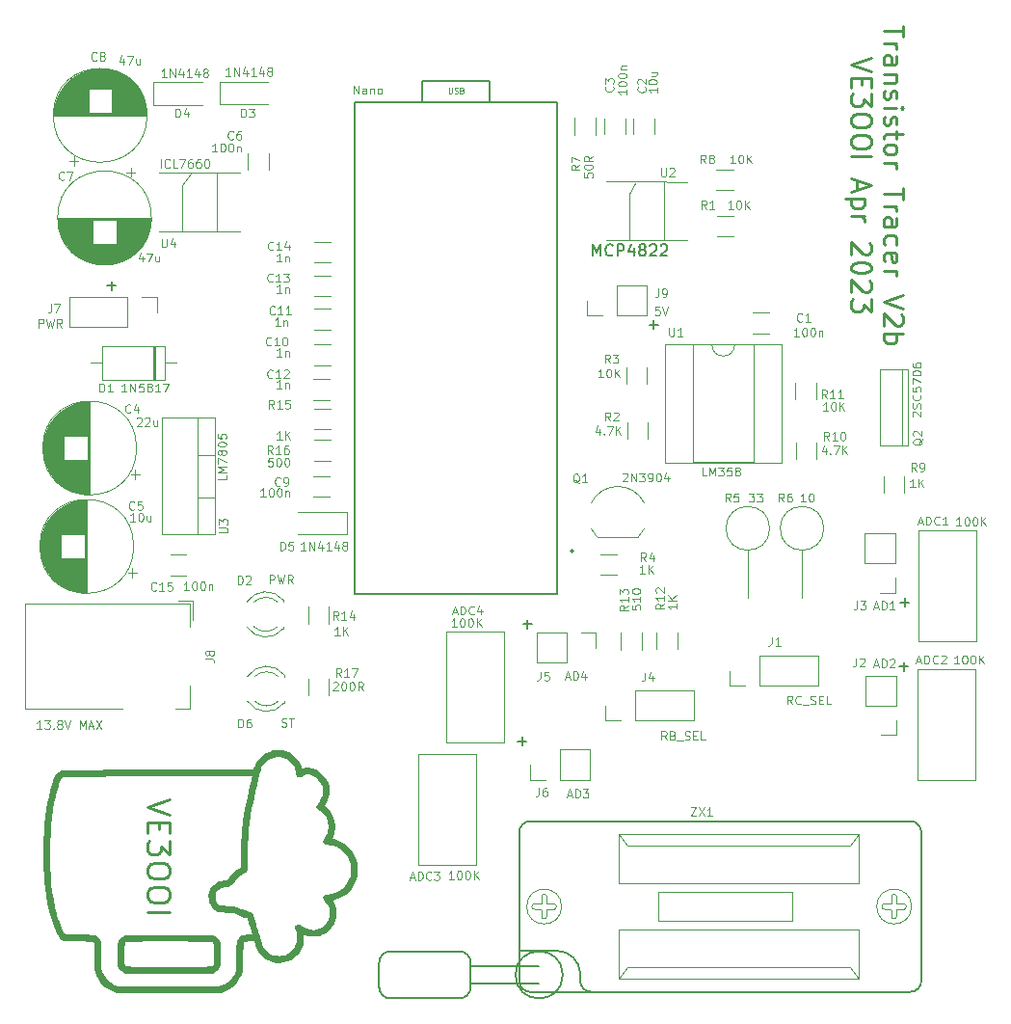
<source format=gbr>
%TF.GenerationSoftware,KiCad,Pcbnew,(6.0.7)*%
%TF.CreationDate,2023-04-23T16:52:27-04:00*%
%TF.ProjectId,NPN Tracer V2b-jlcpcb,4e504e20-5472-4616-9365-72205632622d,rev?*%
%TF.SameCoordinates,Original*%
%TF.FileFunction,Legend,Top*%
%TF.FilePolarity,Positive*%
%FSLAX46Y46*%
G04 Gerber Fmt 4.6, Leading zero omitted, Abs format (unit mm)*
G04 Created by KiCad (PCBNEW (6.0.7)) date 2023-04-23 16:52:27*
%MOMM*%
%LPD*%
G01*
G04 APERTURE LIST*
%ADD10C,0.200000*%
%ADD11C,0.250000*%
%ADD12C,0.120000*%
%ADD13C,0.100000*%
%ADD14C,0.150000*%
%ADD15C,0.127000*%
%ADD16C,0.101600*%
%ADD17C,0.203200*%
G04 APERTURE END LIST*
D10*
X128460547Y-112466428D02*
X129222452Y-112466428D01*
X128841500Y-112847380D02*
X128841500Y-112085476D01*
X106426047Y-88082428D02*
X107187952Y-88082428D01*
X106807000Y-88463380D02*
X106807000Y-87701476D01*
X58801047Y-84653428D02*
X59562952Y-84653428D01*
X59182000Y-85034380D02*
X59182000Y-84272476D01*
X95313547Y-114371428D02*
X96075452Y-114371428D01*
X95694500Y-114752380D02*
X95694500Y-113990476D01*
X128397047Y-118117928D02*
X129158952Y-118117928D01*
X128778000Y-118498880D02*
X128778000Y-117736976D01*
X94869047Y-124658428D02*
X95630952Y-124658428D01*
X95250000Y-125039380D02*
X95250000Y-124277476D01*
D11*
X128732083Y-61840833D02*
X128732083Y-62840833D01*
X126982083Y-62340833D02*
X128732083Y-62340833D01*
X126982083Y-63424166D02*
X128148750Y-63424166D01*
X127815416Y-63424166D02*
X127982083Y-63507499D01*
X128065416Y-63590833D01*
X128148750Y-63757499D01*
X128148750Y-63924166D01*
X126982083Y-65257499D02*
X127898750Y-65257499D01*
X128065416Y-65174166D01*
X128148750Y-65007499D01*
X128148750Y-64674166D01*
X128065416Y-64507499D01*
X127065416Y-65257499D02*
X126982083Y-65090833D01*
X126982083Y-64674166D01*
X127065416Y-64507499D01*
X127232083Y-64424166D01*
X127398750Y-64424166D01*
X127565416Y-64507499D01*
X127648750Y-64674166D01*
X127648750Y-65090833D01*
X127732083Y-65257499D01*
X128148750Y-66090833D02*
X126982083Y-66090833D01*
X127982083Y-66090833D02*
X128065416Y-66174166D01*
X128148750Y-66340833D01*
X128148750Y-66590833D01*
X128065416Y-66757499D01*
X127898750Y-66840833D01*
X126982083Y-66840833D01*
X127065416Y-67590833D02*
X126982083Y-67757499D01*
X126982083Y-68090833D01*
X127065416Y-68257499D01*
X127232083Y-68340833D01*
X127315416Y-68340833D01*
X127482083Y-68257499D01*
X127565416Y-68090833D01*
X127565416Y-67840833D01*
X127648750Y-67674166D01*
X127815416Y-67590833D01*
X127898750Y-67590833D01*
X128065416Y-67674166D01*
X128148750Y-67840833D01*
X128148750Y-68090833D01*
X128065416Y-68257499D01*
X126982083Y-69090833D02*
X128148750Y-69090833D01*
X128732083Y-69090833D02*
X128648750Y-69007499D01*
X128565416Y-69090833D01*
X128648750Y-69174166D01*
X128732083Y-69090833D01*
X128565416Y-69090833D01*
X127065416Y-69840833D02*
X126982083Y-70007499D01*
X126982083Y-70340833D01*
X127065416Y-70507499D01*
X127232083Y-70590833D01*
X127315416Y-70590833D01*
X127482083Y-70507499D01*
X127565416Y-70340833D01*
X127565416Y-70090833D01*
X127648750Y-69924166D01*
X127815416Y-69840833D01*
X127898750Y-69840833D01*
X128065416Y-69924166D01*
X128148750Y-70090833D01*
X128148750Y-70340833D01*
X128065416Y-70507499D01*
X128148750Y-71090833D02*
X128148750Y-71757499D01*
X128732083Y-71340833D02*
X127232083Y-71340833D01*
X127065416Y-71424166D01*
X126982083Y-71590833D01*
X126982083Y-71757499D01*
X126982083Y-72590833D02*
X127065416Y-72424166D01*
X127148750Y-72340833D01*
X127315416Y-72257499D01*
X127815416Y-72257499D01*
X127982083Y-72340833D01*
X128065416Y-72424166D01*
X128148750Y-72590833D01*
X128148750Y-72840833D01*
X128065416Y-73007499D01*
X127982083Y-73090833D01*
X127815416Y-73174166D01*
X127315416Y-73174166D01*
X127148750Y-73090833D01*
X127065416Y-73007499D01*
X126982083Y-72840833D01*
X126982083Y-72590833D01*
X126982083Y-73924166D02*
X128148750Y-73924166D01*
X127815416Y-73924166D02*
X127982083Y-74007499D01*
X128065416Y-74090833D01*
X128148750Y-74257499D01*
X128148750Y-74424166D01*
X128732083Y-76090833D02*
X128732083Y-77090833D01*
X126982083Y-76590833D02*
X128732083Y-76590833D01*
X126982083Y-77674166D02*
X128148750Y-77674166D01*
X127815416Y-77674166D02*
X127982083Y-77757500D01*
X128065416Y-77840833D01*
X128148750Y-78007500D01*
X128148750Y-78174166D01*
X126982083Y-79507500D02*
X127898750Y-79507500D01*
X128065416Y-79424166D01*
X128148750Y-79257500D01*
X128148750Y-78924166D01*
X128065416Y-78757500D01*
X127065416Y-79507500D02*
X126982083Y-79340833D01*
X126982083Y-78924166D01*
X127065416Y-78757500D01*
X127232083Y-78674166D01*
X127398750Y-78674166D01*
X127565416Y-78757500D01*
X127648750Y-78924166D01*
X127648750Y-79340833D01*
X127732083Y-79507500D01*
X127065416Y-81090833D02*
X126982083Y-80924166D01*
X126982083Y-80590833D01*
X127065416Y-80424166D01*
X127148750Y-80340833D01*
X127315416Y-80257500D01*
X127815416Y-80257500D01*
X127982083Y-80340833D01*
X128065416Y-80424166D01*
X128148750Y-80590833D01*
X128148750Y-80924166D01*
X128065416Y-81090833D01*
X127065416Y-82507500D02*
X126982083Y-82340833D01*
X126982083Y-82007500D01*
X127065416Y-81840833D01*
X127232083Y-81757500D01*
X127898750Y-81757500D01*
X128065416Y-81840833D01*
X128148750Y-82007500D01*
X128148750Y-82340833D01*
X128065416Y-82507500D01*
X127898750Y-82590833D01*
X127732083Y-82590833D01*
X127565416Y-81757500D01*
X126982083Y-83340833D02*
X128148750Y-83340833D01*
X127815416Y-83340833D02*
X127982083Y-83424166D01*
X128065416Y-83507500D01*
X128148750Y-83674166D01*
X128148750Y-83840833D01*
X128732083Y-85507500D02*
X126982083Y-86090833D01*
X128732083Y-86674166D01*
X128565416Y-87174166D02*
X128648750Y-87257500D01*
X128732083Y-87424166D01*
X128732083Y-87840833D01*
X128648750Y-88007500D01*
X128565416Y-88090833D01*
X128398750Y-88174166D01*
X128232083Y-88174166D01*
X127982083Y-88090833D01*
X126982083Y-87090833D01*
X126982083Y-88174166D01*
X126982083Y-88924166D02*
X128732083Y-88924166D01*
X128065416Y-88924166D02*
X128148750Y-89090833D01*
X128148750Y-89424166D01*
X128065416Y-89590833D01*
X127982083Y-89674166D01*
X127815416Y-89757500D01*
X127315416Y-89757500D01*
X127148750Y-89674166D01*
X127065416Y-89590833D01*
X126982083Y-89424166D01*
X126982083Y-89090833D01*
X127065416Y-88924166D01*
X125914583Y-64674166D02*
X124164583Y-65257500D01*
X125914583Y-65840833D01*
X125081250Y-66424166D02*
X125081250Y-67007500D01*
X124164583Y-67257500D02*
X124164583Y-66424166D01*
X125914583Y-66424166D01*
X125914583Y-67257500D01*
X125914583Y-67840833D02*
X125914583Y-68924166D01*
X125247916Y-68340833D01*
X125247916Y-68590833D01*
X125164583Y-68757500D01*
X125081250Y-68840833D01*
X124914583Y-68924166D01*
X124497916Y-68924166D01*
X124331250Y-68840833D01*
X124247916Y-68757500D01*
X124164583Y-68590833D01*
X124164583Y-68090833D01*
X124247916Y-67924166D01*
X124331250Y-67840833D01*
X125914583Y-70007500D02*
X125914583Y-70340833D01*
X125831250Y-70507500D01*
X125664583Y-70674166D01*
X125331250Y-70757500D01*
X124747916Y-70757500D01*
X124414583Y-70674166D01*
X124247916Y-70507500D01*
X124164583Y-70340833D01*
X124164583Y-70007500D01*
X124247916Y-69840833D01*
X124414583Y-69674166D01*
X124747916Y-69590833D01*
X125331250Y-69590833D01*
X125664583Y-69674166D01*
X125831250Y-69840833D01*
X125914583Y-70007500D01*
X125914583Y-71840833D02*
X125914583Y-72174166D01*
X125831250Y-72340833D01*
X125664583Y-72507500D01*
X125331250Y-72590833D01*
X124747916Y-72590833D01*
X124414583Y-72507500D01*
X124247916Y-72340833D01*
X124164583Y-72174166D01*
X124164583Y-71840833D01*
X124247916Y-71674166D01*
X124414583Y-71507500D01*
X124747916Y-71424166D01*
X125331250Y-71424166D01*
X125664583Y-71507500D01*
X125831250Y-71674166D01*
X125914583Y-71840833D01*
X124164583Y-73340833D02*
X125914583Y-73340833D01*
X124664583Y-75424166D02*
X124664583Y-76257500D01*
X124164583Y-75257500D02*
X125914583Y-75840833D01*
X124164583Y-76424166D01*
X125331250Y-77007500D02*
X123581250Y-77007500D01*
X125247916Y-77007500D02*
X125331250Y-77174166D01*
X125331250Y-77507500D01*
X125247916Y-77674166D01*
X125164583Y-77757500D01*
X124997916Y-77840833D01*
X124497916Y-77840833D01*
X124331250Y-77757500D01*
X124247916Y-77674166D01*
X124164583Y-77507500D01*
X124164583Y-77174166D01*
X124247916Y-77007500D01*
X124164583Y-78590833D02*
X125331250Y-78590833D01*
X124997916Y-78590833D02*
X125164583Y-78674166D01*
X125247916Y-78757500D01*
X125331250Y-78924166D01*
X125331250Y-79090833D01*
X125747916Y-80924166D02*
X125831250Y-81007500D01*
X125914583Y-81174166D01*
X125914583Y-81590833D01*
X125831250Y-81757500D01*
X125747916Y-81840833D01*
X125581250Y-81924166D01*
X125414583Y-81924166D01*
X125164583Y-81840833D01*
X124164583Y-80840833D01*
X124164583Y-81924166D01*
X125914583Y-83007500D02*
X125914583Y-83174166D01*
X125831250Y-83340833D01*
X125747916Y-83424166D01*
X125581250Y-83507500D01*
X125247916Y-83590833D01*
X124831250Y-83590833D01*
X124497916Y-83507500D01*
X124331250Y-83424166D01*
X124247916Y-83340833D01*
X124164583Y-83174166D01*
X124164583Y-83007500D01*
X124247916Y-82840833D01*
X124331250Y-82757500D01*
X124497916Y-82674166D01*
X124831250Y-82590833D01*
X125247916Y-82590833D01*
X125581250Y-82674166D01*
X125747916Y-82757500D01*
X125831250Y-82840833D01*
X125914583Y-83007500D01*
X125747916Y-84257500D02*
X125831250Y-84340833D01*
X125914583Y-84507500D01*
X125914583Y-84924166D01*
X125831250Y-85090833D01*
X125747916Y-85174166D01*
X125581250Y-85257500D01*
X125414583Y-85257500D01*
X125164583Y-85174166D01*
X124164583Y-84174166D01*
X124164583Y-85257500D01*
X125914583Y-85840833D02*
X125914583Y-86924166D01*
X125247916Y-86340833D01*
X125247916Y-86590833D01*
X125164583Y-86757500D01*
X125081250Y-86840833D01*
X124914583Y-86924166D01*
X124497916Y-86924166D01*
X124331250Y-86840833D01*
X124247916Y-86757500D01*
X124164583Y-86590833D01*
X124164583Y-86090833D01*
X124247916Y-85924166D01*
X124331250Y-85840833D01*
D12*
%TO.C,TB1*%
X80428857Y-67839785D02*
X80428857Y-67089785D01*
X80857428Y-67839785D01*
X80857428Y-67089785D01*
X81536000Y-67839785D02*
X81536000Y-67446928D01*
X81500285Y-67375500D01*
X81428857Y-67339785D01*
X81286000Y-67339785D01*
X81214571Y-67375500D01*
X81536000Y-67804071D02*
X81464571Y-67839785D01*
X81286000Y-67839785D01*
X81214571Y-67804071D01*
X81178857Y-67732642D01*
X81178857Y-67661214D01*
X81214571Y-67589785D01*
X81286000Y-67554071D01*
X81464571Y-67554071D01*
X81536000Y-67518357D01*
X81893142Y-67339785D02*
X81893142Y-67839785D01*
X81893142Y-67411214D02*
X81928857Y-67375500D01*
X82000285Y-67339785D01*
X82107428Y-67339785D01*
X82178857Y-67375500D01*
X82214571Y-67446928D01*
X82214571Y-67839785D01*
X82678857Y-67839785D02*
X82607428Y-67804071D01*
X82571714Y-67768357D01*
X82536000Y-67696928D01*
X82536000Y-67482642D01*
X82571714Y-67411214D01*
X82607428Y-67375500D01*
X82678857Y-67339785D01*
X82786000Y-67339785D01*
X82857428Y-67375500D01*
X82893142Y-67411214D01*
X82928857Y-67482642D01*
X82928857Y-67696928D01*
X82893142Y-67768357D01*
X82857428Y-67804071D01*
X82786000Y-67839785D01*
X82678857Y-67839785D01*
D13*
X88791547Y-67290190D02*
X88791547Y-67694952D01*
X88815357Y-67742571D01*
X88839166Y-67766380D01*
X88886785Y-67790190D01*
X88982023Y-67790190D01*
X89029642Y-67766380D01*
X89053452Y-67742571D01*
X89077261Y-67694952D01*
X89077261Y-67290190D01*
X89291547Y-67766380D02*
X89362976Y-67790190D01*
X89482023Y-67790190D01*
X89529642Y-67766380D01*
X89553452Y-67742571D01*
X89577261Y-67694952D01*
X89577261Y-67647333D01*
X89553452Y-67599714D01*
X89529642Y-67575904D01*
X89482023Y-67552095D01*
X89386785Y-67528285D01*
X89339166Y-67504476D01*
X89315357Y-67480666D01*
X89291547Y-67433047D01*
X89291547Y-67385428D01*
X89315357Y-67337809D01*
X89339166Y-67314000D01*
X89386785Y-67290190D01*
X89505833Y-67290190D01*
X89577261Y-67314000D01*
X89958214Y-67528285D02*
X90029642Y-67552095D01*
X90053452Y-67575904D01*
X90077261Y-67623523D01*
X90077261Y-67694952D01*
X90053452Y-67742571D01*
X90029642Y-67766380D01*
X89982023Y-67790190D01*
X89791547Y-67790190D01*
X89791547Y-67290190D01*
X89958214Y-67290190D01*
X90005833Y-67314000D01*
X90029642Y-67337809D01*
X90053452Y-67385428D01*
X90053452Y-67433047D01*
X90029642Y-67480666D01*
X90005833Y-67504476D01*
X89958214Y-67528285D01*
X89791547Y-67528285D01*
D12*
%TO.C,U2*%
X107442071Y-74328785D02*
X107442071Y-74935928D01*
X107477785Y-75007357D01*
X107513500Y-75043071D01*
X107584928Y-75078785D01*
X107727785Y-75078785D01*
X107799214Y-75043071D01*
X107834928Y-75007357D01*
X107870642Y-74935928D01*
X107870642Y-74328785D01*
X108192071Y-74400214D02*
X108227785Y-74364500D01*
X108299214Y-74328785D01*
X108477785Y-74328785D01*
X108549214Y-74364500D01*
X108584928Y-74400214D01*
X108620642Y-74471642D01*
X108620642Y-74543071D01*
X108584928Y-74650214D01*
X108156357Y-75078785D01*
X108620642Y-75078785D01*
D14*
X101473404Y-82049880D02*
X101473404Y-81049880D01*
X101806738Y-81764166D01*
X102140071Y-81049880D01*
X102140071Y-82049880D01*
X103187690Y-81954642D02*
X103140071Y-82002261D01*
X102997214Y-82049880D01*
X102901976Y-82049880D01*
X102759119Y-82002261D01*
X102663880Y-81907023D01*
X102616261Y-81811785D01*
X102568642Y-81621309D01*
X102568642Y-81478452D01*
X102616261Y-81287976D01*
X102663880Y-81192738D01*
X102759119Y-81097500D01*
X102901976Y-81049880D01*
X102997214Y-81049880D01*
X103140071Y-81097500D01*
X103187690Y-81145119D01*
X103616261Y-82049880D02*
X103616261Y-81049880D01*
X103997214Y-81049880D01*
X104092452Y-81097500D01*
X104140071Y-81145119D01*
X104187690Y-81240357D01*
X104187690Y-81383214D01*
X104140071Y-81478452D01*
X104092452Y-81526071D01*
X103997214Y-81573690D01*
X103616261Y-81573690D01*
X105044833Y-81383214D02*
X105044833Y-82049880D01*
X104806738Y-81002261D02*
X104568642Y-81716547D01*
X105187690Y-81716547D01*
X105711500Y-81478452D02*
X105616261Y-81430833D01*
X105568642Y-81383214D01*
X105521023Y-81287976D01*
X105521023Y-81240357D01*
X105568642Y-81145119D01*
X105616261Y-81097500D01*
X105711500Y-81049880D01*
X105901976Y-81049880D01*
X105997214Y-81097500D01*
X106044833Y-81145119D01*
X106092452Y-81240357D01*
X106092452Y-81287976D01*
X106044833Y-81383214D01*
X105997214Y-81430833D01*
X105901976Y-81478452D01*
X105711500Y-81478452D01*
X105616261Y-81526071D01*
X105568642Y-81573690D01*
X105521023Y-81668928D01*
X105521023Y-81859404D01*
X105568642Y-81954642D01*
X105616261Y-82002261D01*
X105711500Y-82049880D01*
X105901976Y-82049880D01*
X105997214Y-82002261D01*
X106044833Y-81954642D01*
X106092452Y-81859404D01*
X106092452Y-81668928D01*
X106044833Y-81573690D01*
X105997214Y-81526071D01*
X105901976Y-81478452D01*
X106473404Y-81145119D02*
X106521023Y-81097500D01*
X106616261Y-81049880D01*
X106854357Y-81049880D01*
X106949595Y-81097500D01*
X106997214Y-81145119D01*
X107044833Y-81240357D01*
X107044833Y-81335595D01*
X106997214Y-81478452D01*
X106425785Y-82049880D01*
X107044833Y-82049880D01*
X107425785Y-81145119D02*
X107473404Y-81097500D01*
X107568642Y-81049880D01*
X107806738Y-81049880D01*
X107901976Y-81097500D01*
X107949595Y-81145119D01*
X107997214Y-81240357D01*
X107997214Y-81335595D01*
X107949595Y-81478452D01*
X107378166Y-82049880D01*
X107997214Y-82049880D01*
D12*
%TO.C,U4*%
X63563571Y-80551785D02*
X63563571Y-81158928D01*
X63599285Y-81230357D01*
X63635000Y-81266071D01*
X63706428Y-81301785D01*
X63849285Y-81301785D01*
X63920714Y-81266071D01*
X63956428Y-81230357D01*
X63992142Y-81158928D01*
X63992142Y-80551785D01*
X64670714Y-80801785D02*
X64670714Y-81301785D01*
X64492142Y-80516071D02*
X64313571Y-81051785D01*
X64777857Y-81051785D01*
X63488357Y-74316785D02*
X63488357Y-73566785D01*
X64274071Y-74245357D02*
X64238357Y-74281071D01*
X64131214Y-74316785D01*
X64059785Y-74316785D01*
X63952642Y-74281071D01*
X63881214Y-74209642D01*
X63845500Y-74138214D01*
X63809785Y-73995357D01*
X63809785Y-73888214D01*
X63845500Y-73745357D01*
X63881214Y-73673928D01*
X63952642Y-73602500D01*
X64059785Y-73566785D01*
X64131214Y-73566785D01*
X64238357Y-73602500D01*
X64274071Y-73638214D01*
X64952642Y-74316785D02*
X64595500Y-74316785D01*
X64595500Y-73566785D01*
X65131214Y-73566785D02*
X65631214Y-73566785D01*
X65309785Y-74316785D01*
X66238357Y-73566785D02*
X66095500Y-73566785D01*
X66024071Y-73602500D01*
X65988357Y-73638214D01*
X65916928Y-73745357D01*
X65881214Y-73888214D01*
X65881214Y-74173928D01*
X65916928Y-74245357D01*
X65952642Y-74281071D01*
X66024071Y-74316785D01*
X66166928Y-74316785D01*
X66238357Y-74281071D01*
X66274071Y-74245357D01*
X66309785Y-74173928D01*
X66309785Y-73995357D01*
X66274071Y-73923928D01*
X66238357Y-73888214D01*
X66166928Y-73852500D01*
X66024071Y-73852500D01*
X65952642Y-73888214D01*
X65916928Y-73923928D01*
X65881214Y-73995357D01*
X66952642Y-73566785D02*
X66809785Y-73566785D01*
X66738357Y-73602500D01*
X66702642Y-73638214D01*
X66631214Y-73745357D01*
X66595500Y-73888214D01*
X66595500Y-74173928D01*
X66631214Y-74245357D01*
X66666928Y-74281071D01*
X66738357Y-74316785D01*
X66881214Y-74316785D01*
X66952642Y-74281071D01*
X66988357Y-74245357D01*
X67024071Y-74173928D01*
X67024071Y-73995357D01*
X66988357Y-73923928D01*
X66952642Y-73888214D01*
X66881214Y-73852500D01*
X66738357Y-73852500D01*
X66666928Y-73888214D01*
X66631214Y-73923928D01*
X66595500Y-73995357D01*
X67488357Y-73566785D02*
X67559785Y-73566785D01*
X67631214Y-73602500D01*
X67666928Y-73638214D01*
X67702642Y-73709642D01*
X67738357Y-73852500D01*
X67738357Y-74031071D01*
X67702642Y-74173928D01*
X67666928Y-74245357D01*
X67631214Y-74281071D01*
X67559785Y-74316785D01*
X67488357Y-74316785D01*
X67416928Y-74281071D01*
X67381214Y-74245357D01*
X67345500Y-74173928D01*
X67309785Y-74031071D01*
X67309785Y-73852500D01*
X67345500Y-73709642D01*
X67381214Y-73638214D01*
X67416928Y-73602500D01*
X67488357Y-73566785D01*
%TO.C,Q2*%
X130395214Y-98112928D02*
X130359500Y-98184357D01*
X130288071Y-98255785D01*
X130180928Y-98362928D01*
X130145214Y-98434357D01*
X130145214Y-98505785D01*
X130323785Y-98470071D02*
X130288071Y-98541500D01*
X130216642Y-98612928D01*
X130073785Y-98648642D01*
X129823785Y-98648642D01*
X129680928Y-98612928D01*
X129609500Y-98541500D01*
X129573785Y-98470071D01*
X129573785Y-98327214D01*
X129609500Y-98255785D01*
X129680928Y-98184357D01*
X129823785Y-98148642D01*
X130073785Y-98148642D01*
X130216642Y-98184357D01*
X130288071Y-98255785D01*
X130323785Y-98327214D01*
X130323785Y-98470071D01*
X129645214Y-97862928D02*
X129609500Y-97827214D01*
X129573785Y-97755785D01*
X129573785Y-97577214D01*
X129609500Y-97505785D01*
X129645214Y-97470071D01*
X129716642Y-97434357D01*
X129788071Y-97434357D01*
X129895214Y-97470071D01*
X130323785Y-97898642D01*
X130323785Y-97434357D01*
X129581714Y-96164500D02*
X129546000Y-96128785D01*
X129510285Y-96057357D01*
X129510285Y-95878785D01*
X129546000Y-95807357D01*
X129581714Y-95771642D01*
X129653142Y-95735928D01*
X129724571Y-95735928D01*
X129831714Y-95771642D01*
X130260285Y-96200214D01*
X130260285Y-95735928D01*
X130224571Y-95450214D02*
X130260285Y-95343071D01*
X130260285Y-95164500D01*
X130224571Y-95093071D01*
X130188857Y-95057357D01*
X130117428Y-95021642D01*
X130046000Y-95021642D01*
X129974571Y-95057357D01*
X129938857Y-95093071D01*
X129903142Y-95164500D01*
X129867428Y-95307357D01*
X129831714Y-95378785D01*
X129796000Y-95414500D01*
X129724571Y-95450214D01*
X129653142Y-95450214D01*
X129581714Y-95414500D01*
X129546000Y-95378785D01*
X129510285Y-95307357D01*
X129510285Y-95128785D01*
X129546000Y-95021642D01*
X130188857Y-94271642D02*
X130224571Y-94307357D01*
X130260285Y-94414500D01*
X130260285Y-94485928D01*
X130224571Y-94593071D01*
X130153142Y-94664500D01*
X130081714Y-94700214D01*
X129938857Y-94735928D01*
X129831714Y-94735928D01*
X129688857Y-94700214D01*
X129617428Y-94664500D01*
X129546000Y-94593071D01*
X129510285Y-94485928D01*
X129510285Y-94414500D01*
X129546000Y-94307357D01*
X129581714Y-94271642D01*
X129510285Y-93593071D02*
X129510285Y-93950214D01*
X129867428Y-93985928D01*
X129831714Y-93950214D01*
X129796000Y-93878785D01*
X129796000Y-93700214D01*
X129831714Y-93628785D01*
X129867428Y-93593071D01*
X129938857Y-93557357D01*
X130117428Y-93557357D01*
X130188857Y-93593071D01*
X130224571Y-93628785D01*
X130260285Y-93700214D01*
X130260285Y-93878785D01*
X130224571Y-93950214D01*
X130188857Y-93985928D01*
X129510285Y-93307357D02*
X129510285Y-92807357D01*
X130260285Y-93128785D01*
X129510285Y-92378785D02*
X129510285Y-92307357D01*
X129546000Y-92235928D01*
X129581714Y-92200214D01*
X129653142Y-92164500D01*
X129796000Y-92128785D01*
X129974571Y-92128785D01*
X130117428Y-92164500D01*
X130188857Y-92200214D01*
X130224571Y-92235928D01*
X130260285Y-92307357D01*
X130260285Y-92378785D01*
X130224571Y-92450214D01*
X130188857Y-92485928D01*
X130117428Y-92521642D01*
X129974571Y-92557357D01*
X129796000Y-92557357D01*
X129653142Y-92521642D01*
X129581714Y-92485928D01*
X129546000Y-92450214D01*
X129510285Y-92378785D01*
X129510285Y-91485928D02*
X129510285Y-91628785D01*
X129546000Y-91700214D01*
X129581714Y-91735928D01*
X129688857Y-91807357D01*
X129831714Y-91843071D01*
X130117428Y-91843071D01*
X130188857Y-91807357D01*
X130224571Y-91771642D01*
X130260285Y-91700214D01*
X130260285Y-91557357D01*
X130224571Y-91485928D01*
X130188857Y-91450214D01*
X130117428Y-91414500D01*
X129938857Y-91414500D01*
X129867428Y-91450214D01*
X129831714Y-91485928D01*
X129796000Y-91557357D01*
X129796000Y-91700214D01*
X129831714Y-91771642D01*
X129867428Y-91807357D01*
X129938857Y-91843071D01*
%TO.C,C15*%
X63081357Y-111392857D02*
X63045642Y-111428571D01*
X62938500Y-111464285D01*
X62867071Y-111464285D01*
X62759928Y-111428571D01*
X62688500Y-111357142D01*
X62652785Y-111285714D01*
X62617071Y-111142857D01*
X62617071Y-111035714D01*
X62652785Y-110892857D01*
X62688500Y-110821428D01*
X62759928Y-110750000D01*
X62867071Y-110714285D01*
X62938500Y-110714285D01*
X63045642Y-110750000D01*
X63081357Y-110785714D01*
X63795642Y-111464285D02*
X63367071Y-111464285D01*
X63581357Y-111464285D02*
X63581357Y-110714285D01*
X63509928Y-110821428D01*
X63438500Y-110892857D01*
X63367071Y-110928571D01*
X64474214Y-110714285D02*
X64117071Y-110714285D01*
X64081357Y-111071428D01*
X64117071Y-111035714D01*
X64188500Y-111000000D01*
X64367071Y-111000000D01*
X64438500Y-111035714D01*
X64474214Y-111071428D01*
X64509928Y-111142857D01*
X64509928Y-111321428D01*
X64474214Y-111392857D01*
X64438500Y-111428571D01*
X64367071Y-111464285D01*
X64188500Y-111464285D01*
X64117071Y-111428571D01*
X64081357Y-111392857D01*
X65962714Y-111400785D02*
X65534142Y-111400785D01*
X65748428Y-111400785D02*
X65748428Y-110650785D01*
X65677000Y-110757928D01*
X65605571Y-110829357D01*
X65534142Y-110865071D01*
X66427000Y-110650785D02*
X66498428Y-110650785D01*
X66569857Y-110686500D01*
X66605571Y-110722214D01*
X66641285Y-110793642D01*
X66677000Y-110936500D01*
X66677000Y-111115071D01*
X66641285Y-111257928D01*
X66605571Y-111329357D01*
X66569857Y-111365071D01*
X66498428Y-111400785D01*
X66427000Y-111400785D01*
X66355571Y-111365071D01*
X66319857Y-111329357D01*
X66284142Y-111257928D01*
X66248428Y-111115071D01*
X66248428Y-110936500D01*
X66284142Y-110793642D01*
X66319857Y-110722214D01*
X66355571Y-110686500D01*
X66427000Y-110650785D01*
X67141285Y-110650785D02*
X67212714Y-110650785D01*
X67284142Y-110686500D01*
X67319857Y-110722214D01*
X67355571Y-110793642D01*
X67391285Y-110936500D01*
X67391285Y-111115071D01*
X67355571Y-111257928D01*
X67319857Y-111329357D01*
X67284142Y-111365071D01*
X67212714Y-111400785D01*
X67141285Y-111400785D01*
X67069857Y-111365071D01*
X67034142Y-111329357D01*
X66998428Y-111257928D01*
X66962714Y-111115071D01*
X66962714Y-110936500D01*
X66998428Y-110793642D01*
X67034142Y-110722214D01*
X67069857Y-110686500D01*
X67141285Y-110650785D01*
X67712714Y-110900785D02*
X67712714Y-111400785D01*
X67712714Y-110972214D02*
X67748428Y-110936500D01*
X67819857Y-110900785D01*
X67927000Y-110900785D01*
X67998428Y-110936500D01*
X68034142Y-111007928D01*
X68034142Y-111400785D01*
%TO.C,R14*%
X79083357Y-114004285D02*
X78833357Y-113647142D01*
X78654785Y-114004285D02*
X78654785Y-113254285D01*
X78940500Y-113254285D01*
X79011928Y-113290000D01*
X79047642Y-113325714D01*
X79083357Y-113397142D01*
X79083357Y-113504285D01*
X79047642Y-113575714D01*
X79011928Y-113611428D01*
X78940500Y-113647142D01*
X78654785Y-113647142D01*
X79797642Y-114004285D02*
X79369071Y-114004285D01*
X79583357Y-114004285D02*
X79583357Y-113254285D01*
X79511928Y-113361428D01*
X79440500Y-113432857D01*
X79369071Y-113468571D01*
X80440500Y-113504285D02*
X80440500Y-114004285D01*
X80261928Y-113218571D02*
X80083357Y-113754285D01*
X80547642Y-113754285D01*
X79214285Y-115401285D02*
X78785714Y-115401285D01*
X79000000Y-115401285D02*
X79000000Y-114651285D01*
X78928571Y-114758428D01*
X78857142Y-114829857D01*
X78785714Y-114865571D01*
X79535714Y-115401285D02*
X79535714Y-114651285D01*
X79964285Y-115401285D02*
X79642857Y-114972714D01*
X79964285Y-114651285D02*
X79535714Y-115079857D01*
%TO.C,D3*%
X70566428Y-69871785D02*
X70566428Y-69121785D01*
X70745000Y-69121785D01*
X70852142Y-69157500D01*
X70923571Y-69228928D01*
X70959285Y-69300357D01*
X70995000Y-69443214D01*
X70995000Y-69550357D01*
X70959285Y-69693214D01*
X70923571Y-69764642D01*
X70852142Y-69836071D01*
X70745000Y-69871785D01*
X70566428Y-69871785D01*
X71245000Y-69121785D02*
X71709285Y-69121785D01*
X71459285Y-69407500D01*
X71566428Y-69407500D01*
X71637857Y-69443214D01*
X71673571Y-69478928D01*
X71709285Y-69550357D01*
X71709285Y-69728928D01*
X71673571Y-69800357D01*
X71637857Y-69836071D01*
X71566428Y-69871785D01*
X71352142Y-69871785D01*
X71280714Y-69836071D01*
X71245000Y-69800357D01*
X69639857Y-66252285D02*
X69211285Y-66252285D01*
X69425571Y-66252285D02*
X69425571Y-65502285D01*
X69354142Y-65609428D01*
X69282714Y-65680857D01*
X69211285Y-65716571D01*
X69961285Y-66252285D02*
X69961285Y-65502285D01*
X70389857Y-66252285D01*
X70389857Y-65502285D01*
X71068428Y-65752285D02*
X71068428Y-66252285D01*
X70889857Y-65466571D02*
X70711285Y-66002285D01*
X71175571Y-66002285D01*
X71854142Y-66252285D02*
X71425571Y-66252285D01*
X71639857Y-66252285D02*
X71639857Y-65502285D01*
X71568428Y-65609428D01*
X71497000Y-65680857D01*
X71425571Y-65716571D01*
X72497000Y-65752285D02*
X72497000Y-66252285D01*
X72318428Y-65466571D02*
X72139857Y-66002285D01*
X72604142Y-66002285D01*
X72997000Y-65823714D02*
X72925571Y-65788000D01*
X72889857Y-65752285D01*
X72854142Y-65680857D01*
X72854142Y-65645142D01*
X72889857Y-65573714D01*
X72925571Y-65538000D01*
X72997000Y-65502285D01*
X73139857Y-65502285D01*
X73211285Y-65538000D01*
X73247000Y-65573714D01*
X73282714Y-65645142D01*
X73282714Y-65680857D01*
X73247000Y-65752285D01*
X73211285Y-65788000D01*
X73139857Y-65823714D01*
X72997000Y-65823714D01*
X72925571Y-65859428D01*
X72889857Y-65895142D01*
X72854142Y-65966571D01*
X72854142Y-66109428D01*
X72889857Y-66180857D01*
X72925571Y-66216571D01*
X72997000Y-66252285D01*
X73139857Y-66252285D01*
X73211285Y-66216571D01*
X73247000Y-66180857D01*
X73282714Y-66109428D01*
X73282714Y-65966571D01*
X73247000Y-65895142D01*
X73211285Y-65859428D01*
X73139857Y-65823714D01*
%TO.C,J8*%
X67430785Y-117456000D02*
X67966500Y-117456000D01*
X68073642Y-117491714D01*
X68145071Y-117563142D01*
X68180785Y-117670285D01*
X68180785Y-117741714D01*
X67752214Y-116991714D02*
X67716500Y-117063142D01*
X67680785Y-117098857D01*
X67609357Y-117134571D01*
X67573642Y-117134571D01*
X67502214Y-117098857D01*
X67466500Y-117063142D01*
X67430785Y-116991714D01*
X67430785Y-116848857D01*
X67466500Y-116777428D01*
X67502214Y-116741714D01*
X67573642Y-116706000D01*
X67609357Y-116706000D01*
X67680785Y-116741714D01*
X67716500Y-116777428D01*
X67752214Y-116848857D01*
X67752214Y-116991714D01*
X67787928Y-117063142D01*
X67823642Y-117098857D01*
X67895071Y-117134571D01*
X68037928Y-117134571D01*
X68109357Y-117098857D01*
X68145071Y-117063142D01*
X68180785Y-116991714D01*
X68180785Y-116848857D01*
X68145071Y-116777428D01*
X68109357Y-116741714D01*
X68037928Y-116706000D01*
X67895071Y-116706000D01*
X67823642Y-116741714D01*
X67787928Y-116777428D01*
X67752214Y-116848857D01*
X53042642Y-123592785D02*
X52614071Y-123592785D01*
X52828357Y-123592785D02*
X52828357Y-122842785D01*
X52756928Y-122949928D01*
X52685500Y-123021357D01*
X52614071Y-123057071D01*
X53292642Y-122842785D02*
X53756928Y-122842785D01*
X53506928Y-123128500D01*
X53614071Y-123128500D01*
X53685500Y-123164214D01*
X53721214Y-123199928D01*
X53756928Y-123271357D01*
X53756928Y-123449928D01*
X53721214Y-123521357D01*
X53685500Y-123557071D01*
X53614071Y-123592785D01*
X53399785Y-123592785D01*
X53328357Y-123557071D01*
X53292642Y-123521357D01*
X54078357Y-123521357D02*
X54114071Y-123557071D01*
X54078357Y-123592785D01*
X54042642Y-123557071D01*
X54078357Y-123521357D01*
X54078357Y-123592785D01*
X54542642Y-123164214D02*
X54471214Y-123128500D01*
X54435500Y-123092785D01*
X54399785Y-123021357D01*
X54399785Y-122985642D01*
X54435500Y-122914214D01*
X54471214Y-122878500D01*
X54542642Y-122842785D01*
X54685500Y-122842785D01*
X54756928Y-122878500D01*
X54792642Y-122914214D01*
X54828357Y-122985642D01*
X54828357Y-123021357D01*
X54792642Y-123092785D01*
X54756928Y-123128500D01*
X54685500Y-123164214D01*
X54542642Y-123164214D01*
X54471214Y-123199928D01*
X54435500Y-123235642D01*
X54399785Y-123307071D01*
X54399785Y-123449928D01*
X54435500Y-123521357D01*
X54471214Y-123557071D01*
X54542642Y-123592785D01*
X54685500Y-123592785D01*
X54756928Y-123557071D01*
X54792642Y-123521357D01*
X54828357Y-123449928D01*
X54828357Y-123307071D01*
X54792642Y-123235642D01*
X54756928Y-123199928D01*
X54685500Y-123164214D01*
X55042642Y-122842785D02*
X55292642Y-123592785D01*
X55542642Y-122842785D01*
X56364071Y-123592785D02*
X56364071Y-122842785D01*
X56614071Y-123378500D01*
X56864071Y-122842785D01*
X56864071Y-123592785D01*
X57185500Y-123378500D02*
X57542642Y-123378500D01*
X57114071Y-123592785D02*
X57364071Y-122842785D01*
X57614071Y-123592785D01*
X57792642Y-122842785D02*
X58292642Y-123592785D01*
X58292642Y-122842785D02*
X57792642Y-123592785D01*
%TO.C,D2*%
X70248928Y-110892785D02*
X70248928Y-110142785D01*
X70427500Y-110142785D01*
X70534642Y-110178500D01*
X70606071Y-110249928D01*
X70641785Y-110321357D01*
X70677500Y-110464214D01*
X70677500Y-110571357D01*
X70641785Y-110714214D01*
X70606071Y-110785642D01*
X70534642Y-110857071D01*
X70427500Y-110892785D01*
X70248928Y-110892785D01*
X70963214Y-110214214D02*
X70998928Y-110178500D01*
X71070357Y-110142785D01*
X71248928Y-110142785D01*
X71320357Y-110178500D01*
X71356071Y-110214214D01*
X71391785Y-110285642D01*
X71391785Y-110357071D01*
X71356071Y-110464214D01*
X70927500Y-110892785D01*
X71391785Y-110892785D01*
X73041000Y-110829285D02*
X73041000Y-110079285D01*
X73326714Y-110079285D01*
X73398142Y-110115000D01*
X73433857Y-110150714D01*
X73469571Y-110222142D01*
X73469571Y-110329285D01*
X73433857Y-110400714D01*
X73398142Y-110436428D01*
X73326714Y-110472142D01*
X73041000Y-110472142D01*
X73719571Y-110079285D02*
X73898142Y-110829285D01*
X74041000Y-110293571D01*
X74183857Y-110829285D01*
X74362428Y-110079285D01*
X75076714Y-110829285D02*
X74826714Y-110472142D01*
X74648142Y-110829285D02*
X74648142Y-110079285D01*
X74933857Y-110079285D01*
X75005285Y-110115000D01*
X75041000Y-110150714D01*
X75076714Y-110222142D01*
X75076714Y-110329285D01*
X75041000Y-110400714D01*
X75005285Y-110436428D01*
X74933857Y-110472142D01*
X74648142Y-110472142D01*
%TO.C,D1*%
X58120428Y-94001785D02*
X58120428Y-93251785D01*
X58299000Y-93251785D01*
X58406142Y-93287500D01*
X58477571Y-93358928D01*
X58513285Y-93430357D01*
X58549000Y-93573214D01*
X58549000Y-93680357D01*
X58513285Y-93823214D01*
X58477571Y-93894642D01*
X58406142Y-93966071D01*
X58299000Y-94001785D01*
X58120428Y-94001785D01*
X59263285Y-94001785D02*
X58834714Y-94001785D01*
X59049000Y-94001785D02*
X59049000Y-93251785D01*
X58977571Y-93358928D01*
X58906142Y-93430357D01*
X58834714Y-93466071D01*
X60495857Y-94001785D02*
X60067285Y-94001785D01*
X60281571Y-94001785D02*
X60281571Y-93251785D01*
X60210142Y-93358928D01*
X60138714Y-93430357D01*
X60067285Y-93466071D01*
X60817285Y-94001785D02*
X60817285Y-93251785D01*
X61245857Y-94001785D01*
X61245857Y-93251785D01*
X61960142Y-93251785D02*
X61603000Y-93251785D01*
X61567285Y-93608928D01*
X61603000Y-93573214D01*
X61674428Y-93537500D01*
X61853000Y-93537500D01*
X61924428Y-93573214D01*
X61960142Y-93608928D01*
X61995857Y-93680357D01*
X61995857Y-93858928D01*
X61960142Y-93930357D01*
X61924428Y-93966071D01*
X61853000Y-94001785D01*
X61674428Y-94001785D01*
X61603000Y-93966071D01*
X61567285Y-93930357D01*
X62424428Y-93573214D02*
X62353000Y-93537500D01*
X62317285Y-93501785D01*
X62281571Y-93430357D01*
X62281571Y-93394642D01*
X62317285Y-93323214D01*
X62353000Y-93287500D01*
X62424428Y-93251785D01*
X62567285Y-93251785D01*
X62638714Y-93287500D01*
X62674428Y-93323214D01*
X62710142Y-93394642D01*
X62710142Y-93430357D01*
X62674428Y-93501785D01*
X62638714Y-93537500D01*
X62567285Y-93573214D01*
X62424428Y-93573214D01*
X62353000Y-93608928D01*
X62317285Y-93644642D01*
X62281571Y-93716071D01*
X62281571Y-93858928D01*
X62317285Y-93930357D01*
X62353000Y-93966071D01*
X62424428Y-94001785D01*
X62567285Y-94001785D01*
X62638714Y-93966071D01*
X62674428Y-93930357D01*
X62710142Y-93858928D01*
X62710142Y-93716071D01*
X62674428Y-93644642D01*
X62638714Y-93608928D01*
X62567285Y-93573214D01*
X63424428Y-94001785D02*
X62995857Y-94001785D01*
X63210142Y-94001785D02*
X63210142Y-93251785D01*
X63138714Y-93358928D01*
X63067285Y-93430357D01*
X62995857Y-93466071D01*
X63674428Y-93251785D02*
X64174428Y-93251785D01*
X63853000Y-94001785D01*
%TO.C,J6*%
X96714500Y-128748285D02*
X96714500Y-129284000D01*
X96678785Y-129391142D01*
X96607357Y-129462571D01*
X96500214Y-129498285D01*
X96428785Y-129498285D01*
X97393071Y-128748285D02*
X97250214Y-128748285D01*
X97178785Y-128784000D01*
X97143071Y-128819714D01*
X97071642Y-128926857D01*
X97035928Y-129069714D01*
X97035928Y-129355428D01*
X97071642Y-129426857D01*
X97107357Y-129462571D01*
X97178785Y-129498285D01*
X97321642Y-129498285D01*
X97393071Y-129462571D01*
X97428785Y-129426857D01*
X97464500Y-129355428D01*
X97464500Y-129176857D01*
X97428785Y-129105428D01*
X97393071Y-129069714D01*
X97321642Y-129034000D01*
X97178785Y-129034000D01*
X97107357Y-129069714D01*
X97071642Y-129105428D01*
X97035928Y-129176857D01*
X99228785Y-129411000D02*
X99585928Y-129411000D01*
X99157357Y-129625285D02*
X99407357Y-128875285D01*
X99657357Y-129625285D01*
X99907357Y-129625285D02*
X99907357Y-128875285D01*
X100085928Y-128875285D01*
X100193071Y-128911000D01*
X100264500Y-128982428D01*
X100300214Y-129053857D01*
X100335928Y-129196714D01*
X100335928Y-129303857D01*
X100300214Y-129446714D01*
X100264500Y-129518142D01*
X100193071Y-129589571D01*
X100085928Y-129625285D01*
X99907357Y-129625285D01*
X100585928Y-128875285D02*
X101050214Y-128875285D01*
X100800214Y-129161000D01*
X100907357Y-129161000D01*
X100978785Y-129196714D01*
X101014500Y-129232428D01*
X101050214Y-129303857D01*
X101050214Y-129482428D01*
X101014500Y-129553857D01*
X100978785Y-129589571D01*
X100907357Y-129625285D01*
X100693071Y-129625285D01*
X100621642Y-129589571D01*
X100585928Y-129553857D01*
%TO.C,D4*%
X64787928Y-69871785D02*
X64787928Y-69121785D01*
X64966500Y-69121785D01*
X65073642Y-69157500D01*
X65145071Y-69228928D01*
X65180785Y-69300357D01*
X65216500Y-69443214D01*
X65216500Y-69550357D01*
X65180785Y-69693214D01*
X65145071Y-69764642D01*
X65073642Y-69836071D01*
X64966500Y-69871785D01*
X64787928Y-69871785D01*
X65859357Y-69371785D02*
X65859357Y-69871785D01*
X65680785Y-69086071D02*
X65502214Y-69621785D01*
X65966500Y-69621785D01*
X63988357Y-66379285D02*
X63559785Y-66379285D01*
X63774071Y-66379285D02*
X63774071Y-65629285D01*
X63702642Y-65736428D01*
X63631214Y-65807857D01*
X63559785Y-65843571D01*
X64309785Y-66379285D02*
X64309785Y-65629285D01*
X64738357Y-66379285D01*
X64738357Y-65629285D01*
X65416928Y-65879285D02*
X65416928Y-66379285D01*
X65238357Y-65593571D02*
X65059785Y-66129285D01*
X65524071Y-66129285D01*
X66202642Y-66379285D02*
X65774071Y-66379285D01*
X65988357Y-66379285D02*
X65988357Y-65629285D01*
X65916928Y-65736428D01*
X65845500Y-65807857D01*
X65774071Y-65843571D01*
X66845500Y-65879285D02*
X66845500Y-66379285D01*
X66666928Y-65593571D02*
X66488357Y-66129285D01*
X66952642Y-66129285D01*
X67345500Y-65950714D02*
X67274071Y-65915000D01*
X67238357Y-65879285D01*
X67202642Y-65807857D01*
X67202642Y-65772142D01*
X67238357Y-65700714D01*
X67274071Y-65665000D01*
X67345500Y-65629285D01*
X67488357Y-65629285D01*
X67559785Y-65665000D01*
X67595500Y-65700714D01*
X67631214Y-65772142D01*
X67631214Y-65807857D01*
X67595500Y-65879285D01*
X67559785Y-65915000D01*
X67488357Y-65950714D01*
X67345500Y-65950714D01*
X67274071Y-65986428D01*
X67238357Y-66022142D01*
X67202642Y-66093571D01*
X67202642Y-66236428D01*
X67238357Y-66307857D01*
X67274071Y-66343571D01*
X67345500Y-66379285D01*
X67488357Y-66379285D01*
X67559785Y-66343571D01*
X67595500Y-66307857D01*
X67631214Y-66236428D01*
X67631214Y-66093571D01*
X67595500Y-66022142D01*
X67559785Y-65986428D01*
X67488357Y-65950714D01*
%TO.C,ADC1*%
X130032285Y-105471500D02*
X130389428Y-105471500D01*
X129960857Y-105685785D02*
X130210857Y-104935785D01*
X130460857Y-105685785D01*
X130710857Y-105685785D02*
X130710857Y-104935785D01*
X130889428Y-104935785D01*
X130996571Y-104971500D01*
X131068000Y-105042928D01*
X131103714Y-105114357D01*
X131139428Y-105257214D01*
X131139428Y-105364357D01*
X131103714Y-105507214D01*
X131068000Y-105578642D01*
X130996571Y-105650071D01*
X130889428Y-105685785D01*
X130710857Y-105685785D01*
X131889428Y-105614357D02*
X131853714Y-105650071D01*
X131746571Y-105685785D01*
X131675142Y-105685785D01*
X131568000Y-105650071D01*
X131496571Y-105578642D01*
X131460857Y-105507214D01*
X131425142Y-105364357D01*
X131425142Y-105257214D01*
X131460857Y-105114357D01*
X131496571Y-105042928D01*
X131568000Y-104971500D01*
X131675142Y-104935785D01*
X131746571Y-104935785D01*
X131853714Y-104971500D01*
X131889428Y-105007214D01*
X132603714Y-105685785D02*
X132175142Y-105685785D01*
X132389428Y-105685785D02*
X132389428Y-104935785D01*
X132318000Y-105042928D01*
X132246571Y-105114357D01*
X132175142Y-105150071D01*
X133808500Y-105749285D02*
X133379928Y-105749285D01*
X133594214Y-105749285D02*
X133594214Y-104999285D01*
X133522785Y-105106428D01*
X133451357Y-105177857D01*
X133379928Y-105213571D01*
X134272785Y-104999285D02*
X134344214Y-104999285D01*
X134415642Y-105035000D01*
X134451357Y-105070714D01*
X134487071Y-105142142D01*
X134522785Y-105285000D01*
X134522785Y-105463571D01*
X134487071Y-105606428D01*
X134451357Y-105677857D01*
X134415642Y-105713571D01*
X134344214Y-105749285D01*
X134272785Y-105749285D01*
X134201357Y-105713571D01*
X134165642Y-105677857D01*
X134129928Y-105606428D01*
X134094214Y-105463571D01*
X134094214Y-105285000D01*
X134129928Y-105142142D01*
X134165642Y-105070714D01*
X134201357Y-105035000D01*
X134272785Y-104999285D01*
X134987071Y-104999285D02*
X135058500Y-104999285D01*
X135129928Y-105035000D01*
X135165642Y-105070714D01*
X135201357Y-105142142D01*
X135237071Y-105285000D01*
X135237071Y-105463571D01*
X135201357Y-105606428D01*
X135165642Y-105677857D01*
X135129928Y-105713571D01*
X135058500Y-105749285D01*
X134987071Y-105749285D01*
X134915642Y-105713571D01*
X134879928Y-105677857D01*
X134844214Y-105606428D01*
X134808500Y-105463571D01*
X134808500Y-105285000D01*
X134844214Y-105142142D01*
X134879928Y-105070714D01*
X134915642Y-105035000D01*
X134987071Y-104999285D01*
X135558500Y-105749285D02*
X135558500Y-104999285D01*
X135987071Y-105749285D02*
X135665642Y-105320714D01*
X135987071Y-104999285D02*
X135558500Y-105427857D01*
%TO.C,R16*%
X73304857Y-99462785D02*
X73054857Y-99105642D01*
X72876285Y-99462785D02*
X72876285Y-98712785D01*
X73162000Y-98712785D01*
X73233428Y-98748500D01*
X73269142Y-98784214D01*
X73304857Y-98855642D01*
X73304857Y-98962785D01*
X73269142Y-99034214D01*
X73233428Y-99069928D01*
X73162000Y-99105642D01*
X72876285Y-99105642D01*
X74019142Y-99462785D02*
X73590571Y-99462785D01*
X73804857Y-99462785D02*
X73804857Y-98712785D01*
X73733428Y-98819928D01*
X73662000Y-98891357D01*
X73590571Y-98927071D01*
X74662000Y-98712785D02*
X74519142Y-98712785D01*
X74447714Y-98748500D01*
X74412000Y-98784214D01*
X74340571Y-98891357D01*
X74304857Y-99034214D01*
X74304857Y-99319928D01*
X74340571Y-99391357D01*
X74376285Y-99427071D01*
X74447714Y-99462785D01*
X74590571Y-99462785D01*
X74662000Y-99427071D01*
X74697714Y-99391357D01*
X74733428Y-99319928D01*
X74733428Y-99141357D01*
X74697714Y-99069928D01*
X74662000Y-99034214D01*
X74590571Y-98998500D01*
X74447714Y-98998500D01*
X74376285Y-99034214D01*
X74340571Y-99069928D01*
X74304857Y-99141357D01*
X73314785Y-99792285D02*
X72957642Y-99792285D01*
X72921928Y-100149428D01*
X72957642Y-100113714D01*
X73029071Y-100078000D01*
X73207642Y-100078000D01*
X73279071Y-100113714D01*
X73314785Y-100149428D01*
X73350500Y-100220857D01*
X73350500Y-100399428D01*
X73314785Y-100470857D01*
X73279071Y-100506571D01*
X73207642Y-100542285D01*
X73029071Y-100542285D01*
X72957642Y-100506571D01*
X72921928Y-100470857D01*
X73814785Y-99792285D02*
X73886214Y-99792285D01*
X73957642Y-99828000D01*
X73993357Y-99863714D01*
X74029071Y-99935142D01*
X74064785Y-100078000D01*
X74064785Y-100256571D01*
X74029071Y-100399428D01*
X73993357Y-100470857D01*
X73957642Y-100506571D01*
X73886214Y-100542285D01*
X73814785Y-100542285D01*
X73743357Y-100506571D01*
X73707642Y-100470857D01*
X73671928Y-100399428D01*
X73636214Y-100256571D01*
X73636214Y-100078000D01*
X73671928Y-99935142D01*
X73707642Y-99863714D01*
X73743357Y-99828000D01*
X73814785Y-99792285D01*
X74529071Y-99792285D02*
X74600500Y-99792285D01*
X74671928Y-99828000D01*
X74707642Y-99863714D01*
X74743357Y-99935142D01*
X74779071Y-100078000D01*
X74779071Y-100256571D01*
X74743357Y-100399428D01*
X74707642Y-100470857D01*
X74671928Y-100506571D01*
X74600500Y-100542285D01*
X74529071Y-100542285D01*
X74457642Y-100506571D01*
X74421928Y-100470857D01*
X74386214Y-100399428D01*
X74350500Y-100256571D01*
X74350500Y-100078000D01*
X74386214Y-99935142D01*
X74421928Y-99863714D01*
X74457642Y-99828000D01*
X74529071Y-99792285D01*
%TO.C,ADC4*%
X89138285Y-113345500D02*
X89495428Y-113345500D01*
X89066857Y-113559785D02*
X89316857Y-112809785D01*
X89566857Y-113559785D01*
X89816857Y-113559785D02*
X89816857Y-112809785D01*
X89995428Y-112809785D01*
X90102571Y-112845500D01*
X90174000Y-112916928D01*
X90209714Y-112988357D01*
X90245428Y-113131214D01*
X90245428Y-113238357D01*
X90209714Y-113381214D01*
X90174000Y-113452642D01*
X90102571Y-113524071D01*
X89995428Y-113559785D01*
X89816857Y-113559785D01*
X90995428Y-113488357D02*
X90959714Y-113524071D01*
X90852571Y-113559785D01*
X90781142Y-113559785D01*
X90674000Y-113524071D01*
X90602571Y-113452642D01*
X90566857Y-113381214D01*
X90531142Y-113238357D01*
X90531142Y-113131214D01*
X90566857Y-112988357D01*
X90602571Y-112916928D01*
X90674000Y-112845500D01*
X90781142Y-112809785D01*
X90852571Y-112809785D01*
X90959714Y-112845500D01*
X90995428Y-112881214D01*
X91638285Y-113059785D02*
X91638285Y-113559785D01*
X91459714Y-112774071D02*
X91281142Y-113309785D01*
X91745428Y-113309785D01*
X89485500Y-114639285D02*
X89056928Y-114639285D01*
X89271214Y-114639285D02*
X89271214Y-113889285D01*
X89199785Y-113996428D01*
X89128357Y-114067857D01*
X89056928Y-114103571D01*
X89949785Y-113889285D02*
X90021214Y-113889285D01*
X90092642Y-113925000D01*
X90128357Y-113960714D01*
X90164071Y-114032142D01*
X90199785Y-114175000D01*
X90199785Y-114353571D01*
X90164071Y-114496428D01*
X90128357Y-114567857D01*
X90092642Y-114603571D01*
X90021214Y-114639285D01*
X89949785Y-114639285D01*
X89878357Y-114603571D01*
X89842642Y-114567857D01*
X89806928Y-114496428D01*
X89771214Y-114353571D01*
X89771214Y-114175000D01*
X89806928Y-114032142D01*
X89842642Y-113960714D01*
X89878357Y-113925000D01*
X89949785Y-113889285D01*
X90664071Y-113889285D02*
X90735500Y-113889285D01*
X90806928Y-113925000D01*
X90842642Y-113960714D01*
X90878357Y-114032142D01*
X90914071Y-114175000D01*
X90914071Y-114353571D01*
X90878357Y-114496428D01*
X90842642Y-114567857D01*
X90806928Y-114603571D01*
X90735500Y-114639285D01*
X90664071Y-114639285D01*
X90592642Y-114603571D01*
X90556928Y-114567857D01*
X90521214Y-114496428D01*
X90485500Y-114353571D01*
X90485500Y-114175000D01*
X90521214Y-114032142D01*
X90556928Y-113960714D01*
X90592642Y-113925000D01*
X90664071Y-113889285D01*
X91235500Y-114639285D02*
X91235500Y-113889285D01*
X91664071Y-114639285D02*
X91342642Y-114210714D01*
X91664071Y-113889285D02*
X91235500Y-114317857D01*
%TO.C,ADC3*%
X85391785Y-136650000D02*
X85748928Y-136650000D01*
X85320357Y-136864285D02*
X85570357Y-136114285D01*
X85820357Y-136864285D01*
X86070357Y-136864285D02*
X86070357Y-136114285D01*
X86248928Y-136114285D01*
X86356071Y-136150000D01*
X86427500Y-136221428D01*
X86463214Y-136292857D01*
X86498928Y-136435714D01*
X86498928Y-136542857D01*
X86463214Y-136685714D01*
X86427500Y-136757142D01*
X86356071Y-136828571D01*
X86248928Y-136864285D01*
X86070357Y-136864285D01*
X87248928Y-136792857D02*
X87213214Y-136828571D01*
X87106071Y-136864285D01*
X87034642Y-136864285D01*
X86927500Y-136828571D01*
X86856071Y-136757142D01*
X86820357Y-136685714D01*
X86784642Y-136542857D01*
X86784642Y-136435714D01*
X86820357Y-136292857D01*
X86856071Y-136221428D01*
X86927500Y-136150000D01*
X87034642Y-136114285D01*
X87106071Y-136114285D01*
X87213214Y-136150000D01*
X87248928Y-136185714D01*
X87498928Y-136114285D02*
X87963214Y-136114285D01*
X87713214Y-136400000D01*
X87820357Y-136400000D01*
X87891785Y-136435714D01*
X87927500Y-136471428D01*
X87963214Y-136542857D01*
X87963214Y-136721428D01*
X87927500Y-136792857D01*
X87891785Y-136828571D01*
X87820357Y-136864285D01*
X87606071Y-136864285D01*
X87534642Y-136828571D01*
X87498928Y-136792857D01*
X89231500Y-136800785D02*
X88802928Y-136800785D01*
X89017214Y-136800785D02*
X89017214Y-136050785D01*
X88945785Y-136157928D01*
X88874357Y-136229357D01*
X88802928Y-136265071D01*
X89695785Y-136050785D02*
X89767214Y-136050785D01*
X89838642Y-136086500D01*
X89874357Y-136122214D01*
X89910071Y-136193642D01*
X89945785Y-136336500D01*
X89945785Y-136515071D01*
X89910071Y-136657928D01*
X89874357Y-136729357D01*
X89838642Y-136765071D01*
X89767214Y-136800785D01*
X89695785Y-136800785D01*
X89624357Y-136765071D01*
X89588642Y-136729357D01*
X89552928Y-136657928D01*
X89517214Y-136515071D01*
X89517214Y-136336500D01*
X89552928Y-136193642D01*
X89588642Y-136122214D01*
X89624357Y-136086500D01*
X89695785Y-136050785D01*
X90410071Y-136050785D02*
X90481500Y-136050785D01*
X90552928Y-136086500D01*
X90588642Y-136122214D01*
X90624357Y-136193642D01*
X90660071Y-136336500D01*
X90660071Y-136515071D01*
X90624357Y-136657928D01*
X90588642Y-136729357D01*
X90552928Y-136765071D01*
X90481500Y-136800785D01*
X90410071Y-136800785D01*
X90338642Y-136765071D01*
X90302928Y-136729357D01*
X90267214Y-136657928D01*
X90231500Y-136515071D01*
X90231500Y-136336500D01*
X90267214Y-136193642D01*
X90302928Y-136122214D01*
X90338642Y-136086500D01*
X90410071Y-136050785D01*
X90981500Y-136800785D02*
X90981500Y-136050785D01*
X91410071Y-136800785D02*
X91088642Y-136372214D01*
X91410071Y-136050785D02*
X90981500Y-136479357D01*
%TO.C,J2*%
X124591000Y-117381785D02*
X124591000Y-117917500D01*
X124555285Y-118024642D01*
X124483857Y-118096071D01*
X124376714Y-118131785D01*
X124305285Y-118131785D01*
X124912428Y-117453214D02*
X124948142Y-117417500D01*
X125019571Y-117381785D01*
X125198142Y-117381785D01*
X125269571Y-117417500D01*
X125305285Y-117453214D01*
X125341000Y-117524642D01*
X125341000Y-117596071D01*
X125305285Y-117703214D01*
X124876714Y-118131785D01*
X125341000Y-118131785D01*
X126152785Y-117981000D02*
X126509928Y-117981000D01*
X126081357Y-118195285D02*
X126331357Y-117445285D01*
X126581357Y-118195285D01*
X126831357Y-118195285D02*
X126831357Y-117445285D01*
X127009928Y-117445285D01*
X127117071Y-117481000D01*
X127188500Y-117552428D01*
X127224214Y-117623857D01*
X127259928Y-117766714D01*
X127259928Y-117873857D01*
X127224214Y-118016714D01*
X127188500Y-118088142D01*
X127117071Y-118159571D01*
X127009928Y-118195285D01*
X126831357Y-118195285D01*
X127545642Y-117516714D02*
X127581357Y-117481000D01*
X127652785Y-117445285D01*
X127831357Y-117445285D01*
X127902785Y-117481000D01*
X127938500Y-117516714D01*
X127974214Y-117588142D01*
X127974214Y-117659571D01*
X127938500Y-117766714D01*
X127509928Y-118195285D01*
X127974214Y-118195285D01*
%TO.C,J7*%
X53852000Y-86266785D02*
X53852000Y-86802500D01*
X53816285Y-86909642D01*
X53744857Y-86981071D01*
X53637714Y-87016785D01*
X53566285Y-87016785D01*
X54137714Y-86266785D02*
X54637714Y-86266785D01*
X54316285Y-87016785D01*
X52784500Y-88350285D02*
X52784500Y-87600285D01*
X53070214Y-87600285D01*
X53141642Y-87636000D01*
X53177357Y-87671714D01*
X53213071Y-87743142D01*
X53213071Y-87850285D01*
X53177357Y-87921714D01*
X53141642Y-87957428D01*
X53070214Y-87993142D01*
X52784500Y-87993142D01*
X53463071Y-87600285D02*
X53641642Y-88350285D01*
X53784500Y-87814571D01*
X53927357Y-88350285D01*
X54105928Y-87600285D01*
X54820214Y-88350285D02*
X54570214Y-87993142D01*
X54391642Y-88350285D02*
X54391642Y-87600285D01*
X54677357Y-87600285D01*
X54748785Y-87636000D01*
X54784500Y-87671714D01*
X54820214Y-87743142D01*
X54820214Y-87850285D01*
X54784500Y-87921714D01*
X54748785Y-87957428D01*
X54677357Y-87993142D01*
X54391642Y-87993142D01*
%TO.C,ZX1*%
X110033714Y-130462785D02*
X110533714Y-130462785D01*
X110033714Y-131212785D01*
X110533714Y-131212785D01*
X110748000Y-130462785D02*
X111248000Y-131212785D01*
X111248000Y-130462785D02*
X110748000Y-131212785D01*
X111926571Y-131212785D02*
X111498000Y-131212785D01*
X111712285Y-131212785D02*
X111712285Y-130462785D01*
X111640857Y-130569928D01*
X111569428Y-130641357D01*
X111498000Y-130677071D01*
%TO.C,R13*%
X104542785Y-112750142D02*
X104185642Y-113000142D01*
X104542785Y-113178714D02*
X103792785Y-113178714D01*
X103792785Y-112893000D01*
X103828500Y-112821571D01*
X103864214Y-112785857D01*
X103935642Y-112750142D01*
X104042785Y-112750142D01*
X104114214Y-112785857D01*
X104149928Y-112821571D01*
X104185642Y-112893000D01*
X104185642Y-113178714D01*
X104542785Y-112035857D02*
X104542785Y-112464428D01*
X104542785Y-112250142D02*
X103792785Y-112250142D01*
X103899928Y-112321571D01*
X103971357Y-112393000D01*
X104007071Y-112464428D01*
X103792785Y-111785857D02*
X103792785Y-111321571D01*
X104078500Y-111571571D01*
X104078500Y-111464428D01*
X104114214Y-111393000D01*
X104149928Y-111357285D01*
X104221357Y-111321571D01*
X104399928Y-111321571D01*
X104471357Y-111357285D01*
X104507071Y-111393000D01*
X104542785Y-111464428D01*
X104542785Y-111678714D01*
X104507071Y-111750142D01*
X104471357Y-111785857D01*
X104872285Y-112740214D02*
X104872285Y-113097357D01*
X105229428Y-113133071D01*
X105193714Y-113097357D01*
X105158000Y-113025928D01*
X105158000Y-112847357D01*
X105193714Y-112775928D01*
X105229428Y-112740214D01*
X105300857Y-112704500D01*
X105479428Y-112704500D01*
X105550857Y-112740214D01*
X105586571Y-112775928D01*
X105622285Y-112847357D01*
X105622285Y-113025928D01*
X105586571Y-113097357D01*
X105550857Y-113133071D01*
X105622285Y-111990214D02*
X105622285Y-112418785D01*
X105622285Y-112204500D02*
X104872285Y-112204500D01*
X104979428Y-112275928D01*
X105050857Y-112347357D01*
X105086571Y-112418785D01*
X104872285Y-111525928D02*
X104872285Y-111454500D01*
X104908000Y-111383071D01*
X104943714Y-111347357D01*
X105015142Y-111311642D01*
X105158000Y-111275928D01*
X105336571Y-111275928D01*
X105479428Y-111311642D01*
X105550857Y-111347357D01*
X105586571Y-111383071D01*
X105622285Y-111454500D01*
X105622285Y-111525928D01*
X105586571Y-111597357D01*
X105550857Y-111633071D01*
X105479428Y-111668785D01*
X105336571Y-111704500D01*
X105158000Y-111704500D01*
X105015142Y-111668785D01*
X104943714Y-111633071D01*
X104908000Y-111597357D01*
X104872285Y-111525928D01*
%TO.C,J9*%
X107192000Y-84933285D02*
X107192000Y-85469000D01*
X107156285Y-85576142D01*
X107084857Y-85647571D01*
X106977714Y-85683285D01*
X106906285Y-85683285D01*
X107584857Y-85683285D02*
X107727714Y-85683285D01*
X107799142Y-85647571D01*
X107834857Y-85611857D01*
X107906285Y-85504714D01*
X107942000Y-85361857D01*
X107942000Y-85076142D01*
X107906285Y-85004714D01*
X107870571Y-84969000D01*
X107799142Y-84933285D01*
X107656285Y-84933285D01*
X107584857Y-84969000D01*
X107549142Y-85004714D01*
X107513428Y-85076142D01*
X107513428Y-85254714D01*
X107549142Y-85326142D01*
X107584857Y-85361857D01*
X107656285Y-85397571D01*
X107799142Y-85397571D01*
X107870571Y-85361857D01*
X107906285Y-85326142D01*
X107942000Y-85254714D01*
X107299142Y-86520785D02*
X106942000Y-86520785D01*
X106906285Y-86877928D01*
X106942000Y-86842214D01*
X107013428Y-86806500D01*
X107192000Y-86806500D01*
X107263428Y-86842214D01*
X107299142Y-86877928D01*
X107334857Y-86949357D01*
X107334857Y-87127928D01*
X107299142Y-87199357D01*
X107263428Y-87235071D01*
X107192000Y-87270785D01*
X107013428Y-87270785D01*
X106942000Y-87235071D01*
X106906285Y-87199357D01*
X107549142Y-86520785D02*
X107799142Y-87270785D01*
X108049142Y-86520785D01*
%TO.C,D6*%
X70312428Y-123465785D02*
X70312428Y-122715785D01*
X70491000Y-122715785D01*
X70598142Y-122751500D01*
X70669571Y-122822928D01*
X70705285Y-122894357D01*
X70741000Y-123037214D01*
X70741000Y-123144357D01*
X70705285Y-123287214D01*
X70669571Y-123358642D01*
X70598142Y-123430071D01*
X70491000Y-123465785D01*
X70312428Y-123465785D01*
X71383857Y-122715785D02*
X71241000Y-122715785D01*
X71169571Y-122751500D01*
X71133857Y-122787214D01*
X71062428Y-122894357D01*
X71026714Y-123037214D01*
X71026714Y-123322928D01*
X71062428Y-123394357D01*
X71098142Y-123430071D01*
X71169571Y-123465785D01*
X71312428Y-123465785D01*
X71383857Y-123430071D01*
X71419571Y-123394357D01*
X71455285Y-123322928D01*
X71455285Y-123144357D01*
X71419571Y-123072928D01*
X71383857Y-123037214D01*
X71312428Y-123001500D01*
X71169571Y-123001500D01*
X71098142Y-123037214D01*
X71062428Y-123072928D01*
X71026714Y-123144357D01*
X74112500Y-123366571D02*
X74219642Y-123402285D01*
X74398214Y-123402285D01*
X74469642Y-123366571D01*
X74505357Y-123330857D01*
X74541071Y-123259428D01*
X74541071Y-123188000D01*
X74505357Y-123116571D01*
X74469642Y-123080857D01*
X74398214Y-123045142D01*
X74255357Y-123009428D01*
X74183928Y-122973714D01*
X74148214Y-122938000D01*
X74112500Y-122866571D01*
X74112500Y-122795142D01*
X74148214Y-122723714D01*
X74183928Y-122688000D01*
X74255357Y-122652285D01*
X74433928Y-122652285D01*
X74541071Y-122688000D01*
X74755357Y-122652285D02*
X75183928Y-122652285D01*
X74969642Y-123402285D02*
X74969642Y-122652285D01*
%TO.C,J5*%
X96841500Y-118588285D02*
X96841500Y-119124000D01*
X96805785Y-119231142D01*
X96734357Y-119302571D01*
X96627214Y-119338285D01*
X96555785Y-119338285D01*
X97555785Y-118588285D02*
X97198642Y-118588285D01*
X97162928Y-118945428D01*
X97198642Y-118909714D01*
X97270071Y-118874000D01*
X97448642Y-118874000D01*
X97520071Y-118909714D01*
X97555785Y-118945428D01*
X97591500Y-119016857D01*
X97591500Y-119195428D01*
X97555785Y-119266857D01*
X97520071Y-119302571D01*
X97448642Y-119338285D01*
X97270071Y-119338285D01*
X97198642Y-119302571D01*
X97162928Y-119266857D01*
X99038285Y-119060500D02*
X99395428Y-119060500D01*
X98966857Y-119274785D02*
X99216857Y-118524785D01*
X99466857Y-119274785D01*
X99716857Y-119274785D02*
X99716857Y-118524785D01*
X99895428Y-118524785D01*
X100002571Y-118560500D01*
X100074000Y-118631928D01*
X100109714Y-118703357D01*
X100145428Y-118846214D01*
X100145428Y-118953357D01*
X100109714Y-119096214D01*
X100074000Y-119167642D01*
X100002571Y-119239071D01*
X99895428Y-119274785D01*
X99716857Y-119274785D01*
X100788285Y-118774785D02*
X100788285Y-119274785D01*
X100609714Y-118489071D02*
X100431142Y-119024785D01*
X100895428Y-119024785D01*
%TO.C,R12*%
X107717785Y-112623142D02*
X107360642Y-112873142D01*
X107717785Y-113051714D02*
X106967785Y-113051714D01*
X106967785Y-112766000D01*
X107003500Y-112694571D01*
X107039214Y-112658857D01*
X107110642Y-112623142D01*
X107217785Y-112623142D01*
X107289214Y-112658857D01*
X107324928Y-112694571D01*
X107360642Y-112766000D01*
X107360642Y-113051714D01*
X107717785Y-111908857D02*
X107717785Y-112337428D01*
X107717785Y-112123142D02*
X106967785Y-112123142D01*
X107074928Y-112194571D01*
X107146357Y-112266000D01*
X107182071Y-112337428D01*
X107039214Y-111623142D02*
X107003500Y-111587428D01*
X106967785Y-111516000D01*
X106967785Y-111337428D01*
X107003500Y-111266000D01*
X107039214Y-111230285D01*
X107110642Y-111194571D01*
X107182071Y-111194571D01*
X107289214Y-111230285D01*
X107717785Y-111658857D01*
X107717785Y-111194571D01*
X108797285Y-112619214D02*
X108797285Y-113047785D01*
X108797285Y-112833500D02*
X108047285Y-112833500D01*
X108154428Y-112904928D01*
X108225857Y-112976357D01*
X108261571Y-113047785D01*
X108797285Y-112297785D02*
X108047285Y-112297785D01*
X108797285Y-111869214D02*
X108368714Y-112190642D01*
X108047285Y-111869214D02*
X108475857Y-112297785D01*
%TO.C,ADC2*%
X129905285Y-117663500D02*
X130262428Y-117663500D01*
X129833857Y-117877785D02*
X130083857Y-117127785D01*
X130333857Y-117877785D01*
X130583857Y-117877785D02*
X130583857Y-117127785D01*
X130762428Y-117127785D01*
X130869571Y-117163500D01*
X130941000Y-117234928D01*
X130976714Y-117306357D01*
X131012428Y-117449214D01*
X131012428Y-117556357D01*
X130976714Y-117699214D01*
X130941000Y-117770642D01*
X130869571Y-117842071D01*
X130762428Y-117877785D01*
X130583857Y-117877785D01*
X131762428Y-117806357D02*
X131726714Y-117842071D01*
X131619571Y-117877785D01*
X131548142Y-117877785D01*
X131441000Y-117842071D01*
X131369571Y-117770642D01*
X131333857Y-117699214D01*
X131298142Y-117556357D01*
X131298142Y-117449214D01*
X131333857Y-117306357D01*
X131369571Y-117234928D01*
X131441000Y-117163500D01*
X131548142Y-117127785D01*
X131619571Y-117127785D01*
X131726714Y-117163500D01*
X131762428Y-117199214D01*
X132048142Y-117199214D02*
X132083857Y-117163500D01*
X132155285Y-117127785D01*
X132333857Y-117127785D01*
X132405285Y-117163500D01*
X132441000Y-117199214D01*
X132476714Y-117270642D01*
X132476714Y-117342071D01*
X132441000Y-117449214D01*
X132012428Y-117877785D01*
X132476714Y-117877785D01*
X133618000Y-117877785D02*
X133189428Y-117877785D01*
X133403714Y-117877785D02*
X133403714Y-117127785D01*
X133332285Y-117234928D01*
X133260857Y-117306357D01*
X133189428Y-117342071D01*
X134082285Y-117127785D02*
X134153714Y-117127785D01*
X134225142Y-117163500D01*
X134260857Y-117199214D01*
X134296571Y-117270642D01*
X134332285Y-117413500D01*
X134332285Y-117592071D01*
X134296571Y-117734928D01*
X134260857Y-117806357D01*
X134225142Y-117842071D01*
X134153714Y-117877785D01*
X134082285Y-117877785D01*
X134010857Y-117842071D01*
X133975142Y-117806357D01*
X133939428Y-117734928D01*
X133903714Y-117592071D01*
X133903714Y-117413500D01*
X133939428Y-117270642D01*
X133975142Y-117199214D01*
X134010857Y-117163500D01*
X134082285Y-117127785D01*
X134796571Y-117127785D02*
X134868000Y-117127785D01*
X134939428Y-117163500D01*
X134975142Y-117199214D01*
X135010857Y-117270642D01*
X135046571Y-117413500D01*
X135046571Y-117592071D01*
X135010857Y-117734928D01*
X134975142Y-117806357D01*
X134939428Y-117842071D01*
X134868000Y-117877785D01*
X134796571Y-117877785D01*
X134725142Y-117842071D01*
X134689428Y-117806357D01*
X134653714Y-117734928D01*
X134618000Y-117592071D01*
X134618000Y-117413500D01*
X134653714Y-117270642D01*
X134689428Y-117199214D01*
X134725142Y-117163500D01*
X134796571Y-117127785D01*
X135368000Y-117877785D02*
X135368000Y-117127785D01*
X135796571Y-117877785D02*
X135475142Y-117449214D01*
X135796571Y-117127785D02*
X135368000Y-117556357D01*
%TO.C,R17*%
X79337357Y-119020785D02*
X79087357Y-118663642D01*
X78908785Y-119020785D02*
X78908785Y-118270785D01*
X79194500Y-118270785D01*
X79265928Y-118306500D01*
X79301642Y-118342214D01*
X79337357Y-118413642D01*
X79337357Y-118520785D01*
X79301642Y-118592214D01*
X79265928Y-118627928D01*
X79194500Y-118663642D01*
X78908785Y-118663642D01*
X80051642Y-119020785D02*
X79623071Y-119020785D01*
X79837357Y-119020785D02*
X79837357Y-118270785D01*
X79765928Y-118377928D01*
X79694500Y-118449357D01*
X79623071Y-118485071D01*
X80301642Y-118270785D02*
X80801642Y-118270785D01*
X80480214Y-119020785D01*
X78642928Y-119548714D02*
X78678642Y-119513000D01*
X78750071Y-119477285D01*
X78928642Y-119477285D01*
X79000071Y-119513000D01*
X79035785Y-119548714D01*
X79071500Y-119620142D01*
X79071500Y-119691571D01*
X79035785Y-119798714D01*
X78607214Y-120227285D01*
X79071500Y-120227285D01*
X79535785Y-119477285D02*
X79607214Y-119477285D01*
X79678642Y-119513000D01*
X79714357Y-119548714D01*
X79750071Y-119620142D01*
X79785785Y-119763000D01*
X79785785Y-119941571D01*
X79750071Y-120084428D01*
X79714357Y-120155857D01*
X79678642Y-120191571D01*
X79607214Y-120227285D01*
X79535785Y-120227285D01*
X79464357Y-120191571D01*
X79428642Y-120155857D01*
X79392928Y-120084428D01*
X79357214Y-119941571D01*
X79357214Y-119763000D01*
X79392928Y-119620142D01*
X79428642Y-119548714D01*
X79464357Y-119513000D01*
X79535785Y-119477285D01*
X80250071Y-119477285D02*
X80321500Y-119477285D01*
X80392928Y-119513000D01*
X80428642Y-119548714D01*
X80464357Y-119620142D01*
X80500071Y-119763000D01*
X80500071Y-119941571D01*
X80464357Y-120084428D01*
X80428642Y-120155857D01*
X80392928Y-120191571D01*
X80321500Y-120227285D01*
X80250071Y-120227285D01*
X80178642Y-120191571D01*
X80142928Y-120155857D01*
X80107214Y-120084428D01*
X80071500Y-119941571D01*
X80071500Y-119763000D01*
X80107214Y-119620142D01*
X80142928Y-119548714D01*
X80178642Y-119513000D01*
X80250071Y-119477285D01*
X81250071Y-120227285D02*
X81000071Y-119870142D01*
X80821500Y-120227285D02*
X80821500Y-119477285D01*
X81107214Y-119477285D01*
X81178642Y-119513000D01*
X81214357Y-119548714D01*
X81250071Y-119620142D01*
X81250071Y-119727285D01*
X81214357Y-119798714D01*
X81178642Y-119834428D01*
X81107214Y-119870142D01*
X80821500Y-119870142D01*
%TO.C,J4*%
X106049000Y-118651785D02*
X106049000Y-119187500D01*
X106013285Y-119294642D01*
X105941857Y-119366071D01*
X105834714Y-119401785D01*
X105763285Y-119401785D01*
X106727571Y-118901785D02*
X106727571Y-119401785D01*
X106549000Y-118616071D02*
X106370428Y-119151785D01*
X106834714Y-119151785D01*
X107918428Y-124545285D02*
X107668428Y-124188142D01*
X107489857Y-124545285D02*
X107489857Y-123795285D01*
X107775571Y-123795285D01*
X107847000Y-123831000D01*
X107882714Y-123866714D01*
X107918428Y-123938142D01*
X107918428Y-124045285D01*
X107882714Y-124116714D01*
X107847000Y-124152428D01*
X107775571Y-124188142D01*
X107489857Y-124188142D01*
X108489857Y-124152428D02*
X108597000Y-124188142D01*
X108632714Y-124223857D01*
X108668428Y-124295285D01*
X108668428Y-124402428D01*
X108632714Y-124473857D01*
X108597000Y-124509571D01*
X108525571Y-124545285D01*
X108239857Y-124545285D01*
X108239857Y-123795285D01*
X108489857Y-123795285D01*
X108561285Y-123831000D01*
X108597000Y-123866714D01*
X108632714Y-123938142D01*
X108632714Y-124009571D01*
X108597000Y-124081000D01*
X108561285Y-124116714D01*
X108489857Y-124152428D01*
X108239857Y-124152428D01*
X108811285Y-124616714D02*
X109382714Y-124616714D01*
X109525571Y-124509571D02*
X109632714Y-124545285D01*
X109811285Y-124545285D01*
X109882714Y-124509571D01*
X109918428Y-124473857D01*
X109954142Y-124402428D01*
X109954142Y-124331000D01*
X109918428Y-124259571D01*
X109882714Y-124223857D01*
X109811285Y-124188142D01*
X109668428Y-124152428D01*
X109597000Y-124116714D01*
X109561285Y-124081000D01*
X109525571Y-124009571D01*
X109525571Y-123938142D01*
X109561285Y-123866714D01*
X109597000Y-123831000D01*
X109668428Y-123795285D01*
X109847000Y-123795285D01*
X109954142Y-123831000D01*
X110275571Y-124152428D02*
X110525571Y-124152428D01*
X110632714Y-124545285D02*
X110275571Y-124545285D01*
X110275571Y-123795285D01*
X110632714Y-123795285D01*
X111311285Y-124545285D02*
X110954142Y-124545285D01*
X110954142Y-123795285D01*
%TO.C,U3*%
X68613785Y-106362428D02*
X69220928Y-106362428D01*
X69292357Y-106326714D01*
X69328071Y-106291000D01*
X69363785Y-106219571D01*
X69363785Y-106076714D01*
X69328071Y-106005285D01*
X69292357Y-105969571D01*
X69220928Y-105933857D01*
X68613785Y-105933857D01*
X68613785Y-105648142D02*
X68613785Y-105183857D01*
X68899500Y-105433857D01*
X68899500Y-105326714D01*
X68935214Y-105255285D01*
X68970928Y-105219571D01*
X69042357Y-105183857D01*
X69220928Y-105183857D01*
X69292357Y-105219571D01*
X69328071Y-105255285D01*
X69363785Y-105326714D01*
X69363785Y-105541000D01*
X69328071Y-105612428D01*
X69292357Y-105648142D01*
X69236785Y-101320000D02*
X69236785Y-101677142D01*
X68486785Y-101677142D01*
X69236785Y-101070000D02*
X68486785Y-101070000D01*
X69022500Y-100820000D01*
X68486785Y-100570000D01*
X69236785Y-100570000D01*
X68486785Y-100284285D02*
X68486785Y-99784285D01*
X69236785Y-100105714D01*
X68808214Y-99391428D02*
X68772500Y-99462857D01*
X68736785Y-99498571D01*
X68665357Y-99534285D01*
X68629642Y-99534285D01*
X68558214Y-99498571D01*
X68522500Y-99462857D01*
X68486785Y-99391428D01*
X68486785Y-99248571D01*
X68522500Y-99177142D01*
X68558214Y-99141428D01*
X68629642Y-99105714D01*
X68665357Y-99105714D01*
X68736785Y-99141428D01*
X68772500Y-99177142D01*
X68808214Y-99248571D01*
X68808214Y-99391428D01*
X68843928Y-99462857D01*
X68879642Y-99498571D01*
X68951071Y-99534285D01*
X69093928Y-99534285D01*
X69165357Y-99498571D01*
X69201071Y-99462857D01*
X69236785Y-99391428D01*
X69236785Y-99248571D01*
X69201071Y-99177142D01*
X69165357Y-99141428D01*
X69093928Y-99105714D01*
X68951071Y-99105714D01*
X68879642Y-99141428D01*
X68843928Y-99177142D01*
X68808214Y-99248571D01*
X68486785Y-98641428D02*
X68486785Y-98570000D01*
X68522500Y-98498571D01*
X68558214Y-98462857D01*
X68629642Y-98427142D01*
X68772500Y-98391428D01*
X68951071Y-98391428D01*
X69093928Y-98427142D01*
X69165357Y-98462857D01*
X69201071Y-98498571D01*
X69236785Y-98570000D01*
X69236785Y-98641428D01*
X69201071Y-98712857D01*
X69165357Y-98748571D01*
X69093928Y-98784285D01*
X68951071Y-98820000D01*
X68772500Y-98820000D01*
X68629642Y-98784285D01*
X68558214Y-98748571D01*
X68522500Y-98712857D01*
X68486785Y-98641428D01*
X68486785Y-97712857D02*
X68486785Y-98070000D01*
X68843928Y-98105714D01*
X68808214Y-98070000D01*
X68772500Y-97998571D01*
X68772500Y-97820000D01*
X68808214Y-97748571D01*
X68843928Y-97712857D01*
X68915357Y-97677142D01*
X69093928Y-97677142D01*
X69165357Y-97712857D01*
X69201071Y-97748571D01*
X69236785Y-97820000D01*
X69236785Y-97998571D01*
X69201071Y-98070000D01*
X69165357Y-98105714D01*
%TO.C,J3*%
X124654500Y-112365285D02*
X124654500Y-112901000D01*
X124618785Y-113008142D01*
X124547357Y-113079571D01*
X124440214Y-113115285D01*
X124368785Y-113115285D01*
X124940214Y-112365285D02*
X125404500Y-112365285D01*
X125154500Y-112651000D01*
X125261642Y-112651000D01*
X125333071Y-112686714D01*
X125368785Y-112722428D01*
X125404500Y-112793857D01*
X125404500Y-112972428D01*
X125368785Y-113043857D01*
X125333071Y-113079571D01*
X125261642Y-113115285D01*
X125047357Y-113115285D01*
X124975928Y-113079571D01*
X124940214Y-113043857D01*
X126152785Y-112901000D02*
X126509928Y-112901000D01*
X126081357Y-113115285D02*
X126331357Y-112365285D01*
X126581357Y-113115285D01*
X126831357Y-113115285D02*
X126831357Y-112365285D01*
X127009928Y-112365285D01*
X127117071Y-112401000D01*
X127188500Y-112472428D01*
X127224214Y-112543857D01*
X127259928Y-112686714D01*
X127259928Y-112793857D01*
X127224214Y-112936714D01*
X127188500Y-113008142D01*
X127117071Y-113079571D01*
X127009928Y-113115285D01*
X126831357Y-113115285D01*
X127974214Y-113115285D02*
X127545642Y-113115285D01*
X127759928Y-113115285D02*
X127759928Y-112365285D01*
X127688500Y-112472428D01*
X127617071Y-112543857D01*
X127545642Y-112579571D01*
%TO.C,D5*%
X73995428Y-107908285D02*
X73995428Y-107158285D01*
X74174000Y-107158285D01*
X74281142Y-107194000D01*
X74352571Y-107265428D01*
X74388285Y-107336857D01*
X74424000Y-107479714D01*
X74424000Y-107586857D01*
X74388285Y-107729714D01*
X74352571Y-107801142D01*
X74281142Y-107872571D01*
X74174000Y-107908285D01*
X73995428Y-107908285D01*
X75102571Y-107158285D02*
X74745428Y-107158285D01*
X74709714Y-107515428D01*
X74745428Y-107479714D01*
X74816857Y-107444000D01*
X74995428Y-107444000D01*
X75066857Y-107479714D01*
X75102571Y-107515428D01*
X75138285Y-107586857D01*
X75138285Y-107765428D01*
X75102571Y-107836857D01*
X75066857Y-107872571D01*
X74995428Y-107908285D01*
X74816857Y-107908285D01*
X74745428Y-107872571D01*
X74709714Y-107836857D01*
X76243857Y-107908285D02*
X75815285Y-107908285D01*
X76029571Y-107908285D02*
X76029571Y-107158285D01*
X75958142Y-107265428D01*
X75886714Y-107336857D01*
X75815285Y-107372571D01*
X76565285Y-107908285D02*
X76565285Y-107158285D01*
X76993857Y-107908285D01*
X76993857Y-107158285D01*
X77672428Y-107408285D02*
X77672428Y-107908285D01*
X77493857Y-107122571D02*
X77315285Y-107658285D01*
X77779571Y-107658285D01*
X78458142Y-107908285D02*
X78029571Y-107908285D01*
X78243857Y-107908285D02*
X78243857Y-107158285D01*
X78172428Y-107265428D01*
X78101000Y-107336857D01*
X78029571Y-107372571D01*
X79101000Y-107408285D02*
X79101000Y-107908285D01*
X78922428Y-107122571D02*
X78743857Y-107658285D01*
X79208142Y-107658285D01*
X79601000Y-107479714D02*
X79529571Y-107444000D01*
X79493857Y-107408285D01*
X79458142Y-107336857D01*
X79458142Y-107301142D01*
X79493857Y-107229714D01*
X79529571Y-107194000D01*
X79601000Y-107158285D01*
X79743857Y-107158285D01*
X79815285Y-107194000D01*
X79851000Y-107229714D01*
X79886714Y-107301142D01*
X79886714Y-107336857D01*
X79851000Y-107408285D01*
X79815285Y-107444000D01*
X79743857Y-107479714D01*
X79601000Y-107479714D01*
X79529571Y-107515428D01*
X79493857Y-107551142D01*
X79458142Y-107622571D01*
X79458142Y-107765428D01*
X79493857Y-107836857D01*
X79529571Y-107872571D01*
X79601000Y-107908285D01*
X79743857Y-107908285D01*
X79815285Y-107872571D01*
X79851000Y-107836857D01*
X79886714Y-107765428D01*
X79886714Y-107622571D01*
X79851000Y-107551142D01*
X79815285Y-107515428D01*
X79743857Y-107479714D01*
%TO.C,J1*%
X117161500Y-115540285D02*
X117161500Y-116076000D01*
X117125785Y-116183142D01*
X117054357Y-116254571D01*
X116947214Y-116290285D01*
X116875785Y-116290285D01*
X117911500Y-116290285D02*
X117482928Y-116290285D01*
X117697214Y-116290285D02*
X117697214Y-115540285D01*
X117625785Y-115647428D01*
X117554357Y-115718857D01*
X117482928Y-115754571D01*
X118967428Y-121433785D02*
X118717428Y-121076642D01*
X118538857Y-121433785D02*
X118538857Y-120683785D01*
X118824571Y-120683785D01*
X118896000Y-120719500D01*
X118931714Y-120755214D01*
X118967428Y-120826642D01*
X118967428Y-120933785D01*
X118931714Y-121005214D01*
X118896000Y-121040928D01*
X118824571Y-121076642D01*
X118538857Y-121076642D01*
X119717428Y-121362357D02*
X119681714Y-121398071D01*
X119574571Y-121433785D01*
X119503142Y-121433785D01*
X119396000Y-121398071D01*
X119324571Y-121326642D01*
X119288857Y-121255214D01*
X119253142Y-121112357D01*
X119253142Y-121005214D01*
X119288857Y-120862357D01*
X119324571Y-120790928D01*
X119396000Y-120719500D01*
X119503142Y-120683785D01*
X119574571Y-120683785D01*
X119681714Y-120719500D01*
X119717428Y-120755214D01*
X119860285Y-121505214D02*
X120431714Y-121505214D01*
X120574571Y-121398071D02*
X120681714Y-121433785D01*
X120860285Y-121433785D01*
X120931714Y-121398071D01*
X120967428Y-121362357D01*
X121003142Y-121290928D01*
X121003142Y-121219500D01*
X120967428Y-121148071D01*
X120931714Y-121112357D01*
X120860285Y-121076642D01*
X120717428Y-121040928D01*
X120646000Y-121005214D01*
X120610285Y-120969500D01*
X120574571Y-120898071D01*
X120574571Y-120826642D01*
X120610285Y-120755214D01*
X120646000Y-120719500D01*
X120717428Y-120683785D01*
X120896000Y-120683785D01*
X121003142Y-120719500D01*
X121324571Y-121040928D02*
X121574571Y-121040928D01*
X121681714Y-121433785D02*
X121324571Y-121433785D01*
X121324571Y-120683785D01*
X121681714Y-120683785D01*
X122360285Y-121433785D02*
X122003142Y-121433785D01*
X122003142Y-120683785D01*
%TO.C,R15*%
X73431857Y-95462285D02*
X73181857Y-95105142D01*
X73003285Y-95462285D02*
X73003285Y-94712285D01*
X73289000Y-94712285D01*
X73360428Y-94748000D01*
X73396142Y-94783714D01*
X73431857Y-94855142D01*
X73431857Y-94962285D01*
X73396142Y-95033714D01*
X73360428Y-95069428D01*
X73289000Y-95105142D01*
X73003285Y-95105142D01*
X74146142Y-95462285D02*
X73717571Y-95462285D01*
X73931857Y-95462285D02*
X73931857Y-94712285D01*
X73860428Y-94819428D01*
X73789000Y-94890857D01*
X73717571Y-94926571D01*
X74824714Y-94712285D02*
X74467571Y-94712285D01*
X74431857Y-95069428D01*
X74467571Y-95033714D01*
X74539000Y-94998000D01*
X74717571Y-94998000D01*
X74789000Y-95033714D01*
X74824714Y-95069428D01*
X74860428Y-95140857D01*
X74860428Y-95319428D01*
X74824714Y-95390857D01*
X74789000Y-95426571D01*
X74717571Y-95462285D01*
X74539000Y-95462285D01*
X74467571Y-95426571D01*
X74431857Y-95390857D01*
X74134285Y-98192785D02*
X73705714Y-98192785D01*
X73920000Y-98192785D02*
X73920000Y-97442785D01*
X73848571Y-97549928D01*
X73777142Y-97621357D01*
X73705714Y-97657071D01*
X74455714Y-98192785D02*
X74455714Y-97442785D01*
X74884285Y-98192785D02*
X74562857Y-97764214D01*
X74884285Y-97442785D02*
X74455714Y-97871357D01*
%TO.C,C13*%
X73304857Y-84278357D02*
X73269142Y-84314071D01*
X73162000Y-84349785D01*
X73090571Y-84349785D01*
X72983428Y-84314071D01*
X72912000Y-84242642D01*
X72876285Y-84171214D01*
X72840571Y-84028357D01*
X72840571Y-83921214D01*
X72876285Y-83778357D01*
X72912000Y-83706928D01*
X72983428Y-83635500D01*
X73090571Y-83599785D01*
X73162000Y-83599785D01*
X73269142Y-83635500D01*
X73304857Y-83671214D01*
X74019142Y-84349785D02*
X73590571Y-84349785D01*
X73804857Y-84349785D02*
X73804857Y-83599785D01*
X73733428Y-83706928D01*
X73662000Y-83778357D01*
X73590571Y-83814071D01*
X74269142Y-83599785D02*
X74733428Y-83599785D01*
X74483428Y-83885500D01*
X74590571Y-83885500D01*
X74662000Y-83921214D01*
X74697714Y-83956928D01*
X74733428Y-84028357D01*
X74733428Y-84206928D01*
X74697714Y-84278357D01*
X74662000Y-84314071D01*
X74590571Y-84349785D01*
X74376285Y-84349785D01*
X74304857Y-84314071D01*
X74269142Y-84278357D01*
X74106500Y-85302285D02*
X73677928Y-85302285D01*
X73892214Y-85302285D02*
X73892214Y-84552285D01*
X73820785Y-84659428D01*
X73749357Y-84730857D01*
X73677928Y-84766571D01*
X74427928Y-84802285D02*
X74427928Y-85302285D01*
X74427928Y-84873714D02*
X74463642Y-84838000D01*
X74535071Y-84802285D01*
X74642214Y-84802285D01*
X74713642Y-84838000D01*
X74749357Y-84909428D01*
X74749357Y-85302285D01*
%TO.C,C12*%
X73304857Y-92723857D02*
X73269142Y-92759571D01*
X73162000Y-92795285D01*
X73090571Y-92795285D01*
X72983428Y-92759571D01*
X72912000Y-92688142D01*
X72876285Y-92616714D01*
X72840571Y-92473857D01*
X72840571Y-92366714D01*
X72876285Y-92223857D01*
X72912000Y-92152428D01*
X72983428Y-92081000D01*
X73090571Y-92045285D01*
X73162000Y-92045285D01*
X73269142Y-92081000D01*
X73304857Y-92116714D01*
X74019142Y-92795285D02*
X73590571Y-92795285D01*
X73804857Y-92795285D02*
X73804857Y-92045285D01*
X73733428Y-92152428D01*
X73662000Y-92223857D01*
X73590571Y-92259571D01*
X74304857Y-92116714D02*
X74340571Y-92081000D01*
X74412000Y-92045285D01*
X74590571Y-92045285D01*
X74662000Y-92081000D01*
X74697714Y-92116714D01*
X74733428Y-92188142D01*
X74733428Y-92259571D01*
X74697714Y-92366714D01*
X74269142Y-92795285D01*
X74733428Y-92795285D01*
X74106500Y-93684285D02*
X73677928Y-93684285D01*
X73892214Y-93684285D02*
X73892214Y-92934285D01*
X73820785Y-93041428D01*
X73749357Y-93112857D01*
X73677928Y-93148571D01*
X74427928Y-93184285D02*
X74427928Y-93684285D01*
X74427928Y-93255714D02*
X74463642Y-93220000D01*
X74535071Y-93184285D01*
X74642214Y-93184285D01*
X74713642Y-93220000D01*
X74749357Y-93291428D01*
X74749357Y-93684285D01*
%TO.C,Q1*%
X100258571Y-102010714D02*
X100187142Y-101975000D01*
X100115714Y-101903571D01*
X100008571Y-101796428D01*
X99937142Y-101760714D01*
X99865714Y-101760714D01*
X99901428Y-101939285D02*
X99830000Y-101903571D01*
X99758571Y-101832142D01*
X99722857Y-101689285D01*
X99722857Y-101439285D01*
X99758571Y-101296428D01*
X99830000Y-101225000D01*
X99901428Y-101189285D01*
X100044285Y-101189285D01*
X100115714Y-101225000D01*
X100187142Y-101296428D01*
X100222857Y-101439285D01*
X100222857Y-101689285D01*
X100187142Y-101832142D01*
X100115714Y-101903571D01*
X100044285Y-101939285D01*
X99901428Y-101939285D01*
X100937142Y-101939285D02*
X100508571Y-101939285D01*
X100722857Y-101939285D02*
X100722857Y-101189285D01*
X100651428Y-101296428D01*
X100580000Y-101367857D01*
X100508571Y-101403571D01*
X104072785Y-101197214D02*
X104108500Y-101161500D01*
X104179928Y-101125785D01*
X104358500Y-101125785D01*
X104429928Y-101161500D01*
X104465642Y-101197214D01*
X104501357Y-101268642D01*
X104501357Y-101340071D01*
X104465642Y-101447214D01*
X104037071Y-101875785D01*
X104501357Y-101875785D01*
X104822785Y-101875785D02*
X104822785Y-101125785D01*
X105251357Y-101875785D01*
X105251357Y-101125785D01*
X105537071Y-101125785D02*
X106001357Y-101125785D01*
X105751357Y-101411500D01*
X105858500Y-101411500D01*
X105929928Y-101447214D01*
X105965642Y-101482928D01*
X106001357Y-101554357D01*
X106001357Y-101732928D01*
X105965642Y-101804357D01*
X105929928Y-101840071D01*
X105858500Y-101875785D01*
X105644214Y-101875785D01*
X105572785Y-101840071D01*
X105537071Y-101804357D01*
X106358500Y-101875785D02*
X106501357Y-101875785D01*
X106572785Y-101840071D01*
X106608500Y-101804357D01*
X106679928Y-101697214D01*
X106715642Y-101554357D01*
X106715642Y-101268642D01*
X106679928Y-101197214D01*
X106644214Y-101161500D01*
X106572785Y-101125785D01*
X106429928Y-101125785D01*
X106358500Y-101161500D01*
X106322785Y-101197214D01*
X106287071Y-101268642D01*
X106287071Y-101447214D01*
X106322785Y-101518642D01*
X106358500Y-101554357D01*
X106429928Y-101590071D01*
X106572785Y-101590071D01*
X106644214Y-101554357D01*
X106679928Y-101518642D01*
X106715642Y-101447214D01*
X107179928Y-101125785D02*
X107251357Y-101125785D01*
X107322785Y-101161500D01*
X107358500Y-101197214D01*
X107394214Y-101268642D01*
X107429928Y-101411500D01*
X107429928Y-101590071D01*
X107394214Y-101732928D01*
X107358500Y-101804357D01*
X107322785Y-101840071D01*
X107251357Y-101875785D01*
X107179928Y-101875785D01*
X107108500Y-101840071D01*
X107072785Y-101804357D01*
X107037071Y-101732928D01*
X107001357Y-101590071D01*
X107001357Y-101411500D01*
X107037071Y-101268642D01*
X107072785Y-101197214D01*
X107108500Y-101161500D01*
X107179928Y-101125785D01*
X108072785Y-101375785D02*
X108072785Y-101875785D01*
X107894214Y-101090071D02*
X107715642Y-101625785D01*
X108179928Y-101625785D01*
%TO.C,R3*%
X102935500Y-91461785D02*
X102685500Y-91104642D01*
X102506928Y-91461785D02*
X102506928Y-90711785D01*
X102792642Y-90711785D01*
X102864071Y-90747500D01*
X102899785Y-90783214D01*
X102935500Y-90854642D01*
X102935500Y-90961785D01*
X102899785Y-91033214D01*
X102864071Y-91068928D01*
X102792642Y-91104642D01*
X102506928Y-91104642D01*
X103185500Y-90711785D02*
X103649785Y-90711785D01*
X103399785Y-90997500D01*
X103506928Y-90997500D01*
X103578357Y-91033214D01*
X103614071Y-91068928D01*
X103649785Y-91140357D01*
X103649785Y-91318928D01*
X103614071Y-91390357D01*
X103578357Y-91426071D01*
X103506928Y-91461785D01*
X103292642Y-91461785D01*
X103221214Y-91426071D01*
X103185500Y-91390357D01*
X102352142Y-92731785D02*
X101923571Y-92731785D01*
X102137857Y-92731785D02*
X102137857Y-91981785D01*
X102066428Y-92088928D01*
X101995000Y-92160357D01*
X101923571Y-92196071D01*
X102816428Y-91981785D02*
X102887857Y-91981785D01*
X102959285Y-92017500D01*
X102995000Y-92053214D01*
X103030714Y-92124642D01*
X103066428Y-92267500D01*
X103066428Y-92446071D01*
X103030714Y-92588928D01*
X102995000Y-92660357D01*
X102959285Y-92696071D01*
X102887857Y-92731785D01*
X102816428Y-92731785D01*
X102745000Y-92696071D01*
X102709285Y-92660357D01*
X102673571Y-92588928D01*
X102637857Y-92446071D01*
X102637857Y-92267500D01*
X102673571Y-92124642D01*
X102709285Y-92053214D01*
X102745000Y-92017500D01*
X102816428Y-91981785D01*
X103387857Y-92731785D02*
X103387857Y-91981785D01*
X103816428Y-92731785D02*
X103495000Y-92303214D01*
X103816428Y-91981785D02*
X103387857Y-92410357D01*
%TO.C,R9*%
X129859500Y-100986785D02*
X129609500Y-100629642D01*
X129430928Y-100986785D02*
X129430928Y-100236785D01*
X129716642Y-100236785D01*
X129788071Y-100272500D01*
X129823785Y-100308214D01*
X129859500Y-100379642D01*
X129859500Y-100486785D01*
X129823785Y-100558214D01*
X129788071Y-100593928D01*
X129716642Y-100629642D01*
X129430928Y-100629642D01*
X130216642Y-100986785D02*
X130359500Y-100986785D01*
X130430928Y-100951071D01*
X130466642Y-100915357D01*
X130538071Y-100808214D01*
X130573785Y-100665357D01*
X130573785Y-100379642D01*
X130538071Y-100308214D01*
X130502357Y-100272500D01*
X130430928Y-100236785D01*
X130288071Y-100236785D01*
X130216642Y-100272500D01*
X130180928Y-100308214D01*
X130145214Y-100379642D01*
X130145214Y-100558214D01*
X130180928Y-100629642D01*
X130216642Y-100665357D01*
X130288071Y-100701071D01*
X130430928Y-100701071D01*
X130502357Y-100665357D01*
X130538071Y-100629642D01*
X130573785Y-100558214D01*
X129760285Y-102383785D02*
X129331714Y-102383785D01*
X129546000Y-102383785D02*
X129546000Y-101633785D01*
X129474571Y-101740928D01*
X129403142Y-101812357D01*
X129331714Y-101848071D01*
X130081714Y-102383785D02*
X130081714Y-101633785D01*
X130510285Y-102383785D02*
X130188857Y-101955214D01*
X130510285Y-101633785D02*
X130081714Y-102062357D01*
%TO.C,R1*%
X111430000Y-77936285D02*
X111180000Y-77579142D01*
X111001428Y-77936285D02*
X111001428Y-77186285D01*
X111287142Y-77186285D01*
X111358571Y-77222000D01*
X111394285Y-77257714D01*
X111430000Y-77329142D01*
X111430000Y-77436285D01*
X111394285Y-77507714D01*
X111358571Y-77543428D01*
X111287142Y-77579142D01*
X111001428Y-77579142D01*
X112144285Y-77936285D02*
X111715714Y-77936285D01*
X111930000Y-77936285D02*
X111930000Y-77186285D01*
X111858571Y-77293428D01*
X111787142Y-77364857D01*
X111715714Y-77400571D01*
X113767642Y-77936285D02*
X113339071Y-77936285D01*
X113553357Y-77936285D02*
X113553357Y-77186285D01*
X113481928Y-77293428D01*
X113410500Y-77364857D01*
X113339071Y-77400571D01*
X114231928Y-77186285D02*
X114303357Y-77186285D01*
X114374785Y-77222000D01*
X114410500Y-77257714D01*
X114446214Y-77329142D01*
X114481928Y-77472000D01*
X114481928Y-77650571D01*
X114446214Y-77793428D01*
X114410500Y-77864857D01*
X114374785Y-77900571D01*
X114303357Y-77936285D01*
X114231928Y-77936285D01*
X114160500Y-77900571D01*
X114124785Y-77864857D01*
X114089071Y-77793428D01*
X114053357Y-77650571D01*
X114053357Y-77472000D01*
X114089071Y-77329142D01*
X114124785Y-77257714D01*
X114160500Y-77222000D01*
X114231928Y-77186285D01*
X114803357Y-77936285D02*
X114803357Y-77186285D01*
X115231928Y-77936285D02*
X114910500Y-77507714D01*
X115231928Y-77186285D02*
X114803357Y-77614857D01*
%TO.C,C10*%
X73177857Y-89866357D02*
X73142142Y-89902071D01*
X73035000Y-89937785D01*
X72963571Y-89937785D01*
X72856428Y-89902071D01*
X72785000Y-89830642D01*
X72749285Y-89759214D01*
X72713571Y-89616357D01*
X72713571Y-89509214D01*
X72749285Y-89366357D01*
X72785000Y-89294928D01*
X72856428Y-89223500D01*
X72963571Y-89187785D01*
X73035000Y-89187785D01*
X73142142Y-89223500D01*
X73177857Y-89259214D01*
X73892142Y-89937785D02*
X73463571Y-89937785D01*
X73677857Y-89937785D02*
X73677857Y-89187785D01*
X73606428Y-89294928D01*
X73535000Y-89366357D01*
X73463571Y-89402071D01*
X74356428Y-89187785D02*
X74427857Y-89187785D01*
X74499285Y-89223500D01*
X74535000Y-89259214D01*
X74570714Y-89330642D01*
X74606428Y-89473500D01*
X74606428Y-89652071D01*
X74570714Y-89794928D01*
X74535000Y-89866357D01*
X74499285Y-89902071D01*
X74427857Y-89937785D01*
X74356428Y-89937785D01*
X74285000Y-89902071D01*
X74249285Y-89866357D01*
X74213571Y-89794928D01*
X74177857Y-89652071D01*
X74177857Y-89473500D01*
X74213571Y-89330642D01*
X74249285Y-89259214D01*
X74285000Y-89223500D01*
X74356428Y-89187785D01*
X74106500Y-90890285D02*
X73677928Y-90890285D01*
X73892214Y-90890285D02*
X73892214Y-90140285D01*
X73820785Y-90247428D01*
X73749357Y-90318857D01*
X73677928Y-90354571D01*
X74427928Y-90390285D02*
X74427928Y-90890285D01*
X74427928Y-90461714D02*
X74463642Y-90426000D01*
X74535071Y-90390285D01*
X74642214Y-90390285D01*
X74713642Y-90426000D01*
X74749357Y-90497428D01*
X74749357Y-90890285D01*
%TO.C,C4*%
X60835000Y-95771857D02*
X60799285Y-95807571D01*
X60692142Y-95843285D01*
X60620714Y-95843285D01*
X60513571Y-95807571D01*
X60442142Y-95736142D01*
X60406428Y-95664714D01*
X60370714Y-95521857D01*
X60370714Y-95414714D01*
X60406428Y-95271857D01*
X60442142Y-95200428D01*
X60513571Y-95129000D01*
X60620714Y-95093285D01*
X60692142Y-95093285D01*
X60799285Y-95129000D01*
X60835000Y-95164714D01*
X61477857Y-95343285D02*
X61477857Y-95843285D01*
X61299285Y-95057571D02*
X61120714Y-95593285D01*
X61585000Y-95593285D01*
X61382785Y-96307714D02*
X61418500Y-96272000D01*
X61489928Y-96236285D01*
X61668500Y-96236285D01*
X61739928Y-96272000D01*
X61775642Y-96307714D01*
X61811357Y-96379142D01*
X61811357Y-96450571D01*
X61775642Y-96557714D01*
X61347071Y-96986285D01*
X61811357Y-96986285D01*
X62097071Y-96307714D02*
X62132785Y-96272000D01*
X62204214Y-96236285D01*
X62382785Y-96236285D01*
X62454214Y-96272000D01*
X62489928Y-96307714D01*
X62525642Y-96379142D01*
X62525642Y-96450571D01*
X62489928Y-96557714D01*
X62061357Y-96986285D01*
X62525642Y-96986285D01*
X63168500Y-96486285D02*
X63168500Y-96986285D01*
X62847071Y-96486285D02*
X62847071Y-96879142D01*
X62882785Y-96950571D01*
X62954214Y-96986285D01*
X63061357Y-96986285D01*
X63132785Y-96950571D01*
X63168500Y-96914857D01*
%TO.C,R2*%
X102999000Y-96541785D02*
X102749000Y-96184642D01*
X102570428Y-96541785D02*
X102570428Y-95791785D01*
X102856142Y-95791785D01*
X102927571Y-95827500D01*
X102963285Y-95863214D01*
X102999000Y-95934642D01*
X102999000Y-96041785D01*
X102963285Y-96113214D01*
X102927571Y-96148928D01*
X102856142Y-96184642D01*
X102570428Y-96184642D01*
X103284714Y-95863214D02*
X103320428Y-95827500D01*
X103391857Y-95791785D01*
X103570428Y-95791785D01*
X103641857Y-95827500D01*
X103677571Y-95863214D01*
X103713285Y-95934642D01*
X103713285Y-96006071D01*
X103677571Y-96113214D01*
X103249000Y-96541785D01*
X103713285Y-96541785D01*
X102038642Y-97248285D02*
X102038642Y-97748285D01*
X101860071Y-96962571D02*
X101681500Y-97498285D01*
X102145785Y-97498285D01*
X102431500Y-97676857D02*
X102467214Y-97712571D01*
X102431500Y-97748285D01*
X102395785Y-97712571D01*
X102431500Y-97676857D01*
X102431500Y-97748285D01*
X102717214Y-96998285D02*
X103217214Y-96998285D01*
X102895785Y-97748285D01*
X103502928Y-97748285D02*
X103502928Y-96998285D01*
X103931500Y-97748285D02*
X103610071Y-97319714D01*
X103931500Y-96998285D02*
X103502928Y-97426857D01*
%TO.C,C11*%
X73495357Y-87135857D02*
X73459642Y-87171571D01*
X73352500Y-87207285D01*
X73281071Y-87207285D01*
X73173928Y-87171571D01*
X73102500Y-87100142D01*
X73066785Y-87028714D01*
X73031071Y-86885857D01*
X73031071Y-86778714D01*
X73066785Y-86635857D01*
X73102500Y-86564428D01*
X73173928Y-86493000D01*
X73281071Y-86457285D01*
X73352500Y-86457285D01*
X73459642Y-86493000D01*
X73495357Y-86528714D01*
X74209642Y-87207285D02*
X73781071Y-87207285D01*
X73995357Y-87207285D02*
X73995357Y-86457285D01*
X73923928Y-86564428D01*
X73852500Y-86635857D01*
X73781071Y-86671571D01*
X74923928Y-87207285D02*
X74495357Y-87207285D01*
X74709642Y-87207285D02*
X74709642Y-86457285D01*
X74638214Y-86564428D01*
X74566785Y-86635857D01*
X74495357Y-86671571D01*
X73979500Y-88223285D02*
X73550928Y-88223285D01*
X73765214Y-88223285D02*
X73765214Y-87473285D01*
X73693785Y-87580428D01*
X73622357Y-87651857D01*
X73550928Y-87687571D01*
X74300928Y-87723285D02*
X74300928Y-88223285D01*
X74300928Y-87794714D02*
X74336642Y-87759000D01*
X74408071Y-87723285D01*
X74515214Y-87723285D01*
X74586642Y-87759000D01*
X74622357Y-87830428D01*
X74622357Y-88223285D01*
%TO.C,C8*%
X57850500Y-64847357D02*
X57814785Y-64883071D01*
X57707642Y-64918785D01*
X57636214Y-64918785D01*
X57529071Y-64883071D01*
X57457642Y-64811642D01*
X57421928Y-64740214D01*
X57386214Y-64597357D01*
X57386214Y-64490214D01*
X57421928Y-64347357D01*
X57457642Y-64275928D01*
X57529071Y-64204500D01*
X57636214Y-64168785D01*
X57707642Y-64168785D01*
X57814785Y-64204500D01*
X57850500Y-64240214D01*
X58279071Y-64490214D02*
X58207642Y-64454500D01*
X58171928Y-64418785D01*
X58136214Y-64347357D01*
X58136214Y-64311642D01*
X58171928Y-64240214D01*
X58207642Y-64204500D01*
X58279071Y-64168785D01*
X58421928Y-64168785D01*
X58493357Y-64204500D01*
X58529071Y-64240214D01*
X58564785Y-64311642D01*
X58564785Y-64347357D01*
X58529071Y-64418785D01*
X58493357Y-64454500D01*
X58421928Y-64490214D01*
X58279071Y-64490214D01*
X58207642Y-64525928D01*
X58171928Y-64561642D01*
X58136214Y-64633071D01*
X58136214Y-64775928D01*
X58171928Y-64847357D01*
X58207642Y-64883071D01*
X58279071Y-64918785D01*
X58421928Y-64918785D01*
X58493357Y-64883071D01*
X58529071Y-64847357D01*
X58564785Y-64775928D01*
X58564785Y-64633071D01*
X58529071Y-64561642D01*
X58493357Y-64525928D01*
X58421928Y-64490214D01*
X60215928Y-64736285D02*
X60215928Y-65236285D01*
X60037357Y-64450571D02*
X59858785Y-64986285D01*
X60323071Y-64986285D01*
X60537357Y-64486285D02*
X61037357Y-64486285D01*
X60715928Y-65236285D01*
X61644500Y-64736285D02*
X61644500Y-65236285D01*
X61323071Y-64736285D02*
X61323071Y-65129142D01*
X61358785Y-65200571D01*
X61430214Y-65236285D01*
X61537357Y-65236285D01*
X61608785Y-65200571D01*
X61644500Y-65164857D01*
%TO.C,C2*%
X106044357Y-67244500D02*
X106080071Y-67280214D01*
X106115785Y-67387357D01*
X106115785Y-67458785D01*
X106080071Y-67565928D01*
X106008642Y-67637357D01*
X105937214Y-67673071D01*
X105794357Y-67708785D01*
X105687214Y-67708785D01*
X105544357Y-67673071D01*
X105472928Y-67637357D01*
X105401500Y-67565928D01*
X105365785Y-67458785D01*
X105365785Y-67387357D01*
X105401500Y-67280214D01*
X105437214Y-67244500D01*
X105437214Y-66958785D02*
X105401500Y-66923071D01*
X105365785Y-66851642D01*
X105365785Y-66673071D01*
X105401500Y-66601642D01*
X105437214Y-66565928D01*
X105508642Y-66530214D01*
X105580071Y-66530214D01*
X105687214Y-66565928D01*
X106115785Y-66994500D01*
X106115785Y-66530214D01*
X107068285Y-67284142D02*
X107068285Y-67712714D01*
X107068285Y-67498428D02*
X106318285Y-67498428D01*
X106425428Y-67569857D01*
X106496857Y-67641285D01*
X106532571Y-67712714D01*
X106318285Y-66819857D02*
X106318285Y-66748428D01*
X106354000Y-66677000D01*
X106389714Y-66641285D01*
X106461142Y-66605571D01*
X106604000Y-66569857D01*
X106782571Y-66569857D01*
X106925428Y-66605571D01*
X106996857Y-66641285D01*
X107032571Y-66677000D01*
X107068285Y-66748428D01*
X107068285Y-66819857D01*
X107032571Y-66891285D01*
X106996857Y-66927000D01*
X106925428Y-66962714D01*
X106782571Y-66998428D01*
X106604000Y-66998428D01*
X106461142Y-66962714D01*
X106389714Y-66927000D01*
X106354000Y-66891285D01*
X106318285Y-66819857D01*
X106568285Y-65927000D02*
X107068285Y-65927000D01*
X106568285Y-66248428D02*
X106961142Y-66248428D01*
X107032571Y-66212714D01*
X107068285Y-66141285D01*
X107068285Y-66034142D01*
X107032571Y-65962714D01*
X106996857Y-65927000D01*
%TO.C,U1*%
X108140571Y-88362285D02*
X108140571Y-88969428D01*
X108176285Y-89040857D01*
X108212000Y-89076571D01*
X108283428Y-89112285D01*
X108426285Y-89112285D01*
X108497714Y-89076571D01*
X108533428Y-89040857D01*
X108569142Y-88969428D01*
X108569142Y-88362285D01*
X109319142Y-89112285D02*
X108890571Y-89112285D01*
X109104857Y-89112285D02*
X109104857Y-88362285D01*
X109033428Y-88469428D01*
X108962000Y-88540857D01*
X108890571Y-88576571D01*
X111444642Y-101367785D02*
X111087500Y-101367785D01*
X111087500Y-100617785D01*
X111694642Y-101367785D02*
X111694642Y-100617785D01*
X111944642Y-101153500D01*
X112194642Y-100617785D01*
X112194642Y-101367785D01*
X112480357Y-100617785D02*
X112944642Y-100617785D01*
X112694642Y-100903500D01*
X112801785Y-100903500D01*
X112873214Y-100939214D01*
X112908928Y-100974928D01*
X112944642Y-101046357D01*
X112944642Y-101224928D01*
X112908928Y-101296357D01*
X112873214Y-101332071D01*
X112801785Y-101367785D01*
X112587500Y-101367785D01*
X112516071Y-101332071D01*
X112480357Y-101296357D01*
X113623214Y-100617785D02*
X113266071Y-100617785D01*
X113230357Y-100974928D01*
X113266071Y-100939214D01*
X113337500Y-100903500D01*
X113516071Y-100903500D01*
X113587500Y-100939214D01*
X113623214Y-100974928D01*
X113658928Y-101046357D01*
X113658928Y-101224928D01*
X113623214Y-101296357D01*
X113587500Y-101332071D01*
X113516071Y-101367785D01*
X113337500Y-101367785D01*
X113266071Y-101332071D01*
X113230357Y-101296357D01*
X114087500Y-100939214D02*
X114016071Y-100903500D01*
X113980357Y-100867785D01*
X113944642Y-100796357D01*
X113944642Y-100760642D01*
X113980357Y-100689214D01*
X114016071Y-100653500D01*
X114087500Y-100617785D01*
X114230357Y-100617785D01*
X114301785Y-100653500D01*
X114337500Y-100689214D01*
X114373214Y-100760642D01*
X114373214Y-100796357D01*
X114337500Y-100867785D01*
X114301785Y-100903500D01*
X114230357Y-100939214D01*
X114087500Y-100939214D01*
X114016071Y-100974928D01*
X113980357Y-101010642D01*
X113944642Y-101082071D01*
X113944642Y-101224928D01*
X113980357Y-101296357D01*
X114016071Y-101332071D01*
X114087500Y-101367785D01*
X114230357Y-101367785D01*
X114301785Y-101332071D01*
X114337500Y-101296357D01*
X114373214Y-101224928D01*
X114373214Y-101082071D01*
X114337500Y-101010642D01*
X114301785Y-100974928D01*
X114230357Y-100939214D01*
%TO.C,C7*%
X54993000Y-75324857D02*
X54957285Y-75360571D01*
X54850142Y-75396285D01*
X54778714Y-75396285D01*
X54671571Y-75360571D01*
X54600142Y-75289142D01*
X54564428Y-75217714D01*
X54528714Y-75074857D01*
X54528714Y-74967714D01*
X54564428Y-74824857D01*
X54600142Y-74753428D01*
X54671571Y-74682000D01*
X54778714Y-74646285D01*
X54850142Y-74646285D01*
X54957285Y-74682000D01*
X54993000Y-74717714D01*
X55243000Y-74646285D02*
X55743000Y-74646285D01*
X55421571Y-75396285D01*
X61930428Y-82071785D02*
X61930428Y-82571785D01*
X61751857Y-81786071D02*
X61573285Y-82321785D01*
X62037571Y-82321785D01*
X62251857Y-81821785D02*
X62751857Y-81821785D01*
X62430428Y-82571785D01*
X63359000Y-82071785D02*
X63359000Y-82571785D01*
X63037571Y-82071785D02*
X63037571Y-82464642D01*
X63073285Y-82536071D01*
X63144714Y-82571785D01*
X63251857Y-82571785D01*
X63323285Y-82536071D01*
X63359000Y-82500357D01*
D11*
%TO.C,REF\u002A\u002A*%
X64304223Y-129770466D02*
X62304223Y-130437133D01*
X64304223Y-131103800D01*
X63351842Y-131770466D02*
X63351842Y-132437133D01*
X62304223Y-132722847D02*
X62304223Y-131770466D01*
X64304223Y-131770466D01*
X64304223Y-132722847D01*
X64304223Y-133389514D02*
X64304223Y-134627609D01*
X63542318Y-133960943D01*
X63542318Y-134246657D01*
X63447080Y-134437133D01*
X63351842Y-134532371D01*
X63161365Y-134627609D01*
X62685175Y-134627609D01*
X62494699Y-134532371D01*
X62399461Y-134437133D01*
X62304223Y-134246657D01*
X62304223Y-133675228D01*
X62399461Y-133484752D01*
X62494699Y-133389514D01*
X64304223Y-135865705D02*
X64304223Y-136246657D01*
X64208985Y-136437133D01*
X64018508Y-136627609D01*
X63637556Y-136722847D01*
X62970889Y-136722847D01*
X62589937Y-136627609D01*
X62399461Y-136437133D01*
X62304223Y-136246657D01*
X62304223Y-135865705D01*
X62399461Y-135675228D01*
X62589937Y-135484752D01*
X62970889Y-135389514D01*
X63637556Y-135389514D01*
X64018508Y-135484752D01*
X64208985Y-135675228D01*
X64304223Y-135865705D01*
X64304223Y-137960943D02*
X64304223Y-138341895D01*
X64208985Y-138532371D01*
X64018508Y-138722847D01*
X63637556Y-138818085D01*
X62970889Y-138818085D01*
X62589937Y-138722847D01*
X62399461Y-138532371D01*
X62304223Y-138341895D01*
X62304223Y-137960943D01*
X62399461Y-137770466D01*
X62589937Y-137579990D01*
X62970889Y-137484752D01*
X63637556Y-137484752D01*
X64018508Y-137579990D01*
X64208985Y-137770466D01*
X64304223Y-137960943D01*
X62304223Y-139675228D02*
X64304223Y-139675228D01*
D12*
%TO.C,C14*%
X73368357Y-81484357D02*
X73332642Y-81520071D01*
X73225500Y-81555785D01*
X73154071Y-81555785D01*
X73046928Y-81520071D01*
X72975500Y-81448642D01*
X72939785Y-81377214D01*
X72904071Y-81234357D01*
X72904071Y-81127214D01*
X72939785Y-80984357D01*
X72975500Y-80912928D01*
X73046928Y-80841500D01*
X73154071Y-80805785D01*
X73225500Y-80805785D01*
X73332642Y-80841500D01*
X73368357Y-80877214D01*
X74082642Y-81555785D02*
X73654071Y-81555785D01*
X73868357Y-81555785D02*
X73868357Y-80805785D01*
X73796928Y-80912928D01*
X73725500Y-80984357D01*
X73654071Y-81020071D01*
X74725500Y-81055785D02*
X74725500Y-81555785D01*
X74546928Y-80770071D02*
X74368357Y-81305785D01*
X74832642Y-81305785D01*
X74106500Y-82571785D02*
X73677928Y-82571785D01*
X73892214Y-82571785D02*
X73892214Y-81821785D01*
X73820785Y-81928928D01*
X73749357Y-82000357D01*
X73677928Y-82036071D01*
X74427928Y-82071785D02*
X74427928Y-82571785D01*
X74427928Y-82143214D02*
X74463642Y-82107500D01*
X74535071Y-82071785D01*
X74642214Y-82071785D01*
X74713642Y-82107500D01*
X74749357Y-82178928D01*
X74749357Y-82571785D01*
%TO.C,C3*%
X103186857Y-67181000D02*
X103222571Y-67216714D01*
X103258285Y-67323857D01*
X103258285Y-67395285D01*
X103222571Y-67502428D01*
X103151142Y-67573857D01*
X103079714Y-67609571D01*
X102936857Y-67645285D01*
X102829714Y-67645285D01*
X102686857Y-67609571D01*
X102615428Y-67573857D01*
X102544000Y-67502428D01*
X102508285Y-67395285D01*
X102508285Y-67323857D01*
X102544000Y-67216714D01*
X102579714Y-67181000D01*
X102508285Y-66931000D02*
X102508285Y-66466714D01*
X102794000Y-66716714D01*
X102794000Y-66609571D01*
X102829714Y-66538142D01*
X102865428Y-66502428D01*
X102936857Y-66466714D01*
X103115428Y-66466714D01*
X103186857Y-66502428D01*
X103222571Y-66538142D01*
X103258285Y-66609571D01*
X103258285Y-66823857D01*
X103222571Y-66895285D01*
X103186857Y-66931000D01*
X104401285Y-67450785D02*
X104401285Y-67879357D01*
X104401285Y-67665071D02*
X103651285Y-67665071D01*
X103758428Y-67736500D01*
X103829857Y-67807928D01*
X103865571Y-67879357D01*
X103651285Y-66986500D02*
X103651285Y-66915071D01*
X103687000Y-66843642D01*
X103722714Y-66807928D01*
X103794142Y-66772214D01*
X103937000Y-66736500D01*
X104115571Y-66736500D01*
X104258428Y-66772214D01*
X104329857Y-66807928D01*
X104365571Y-66843642D01*
X104401285Y-66915071D01*
X104401285Y-66986500D01*
X104365571Y-67057928D01*
X104329857Y-67093642D01*
X104258428Y-67129357D01*
X104115571Y-67165071D01*
X103937000Y-67165071D01*
X103794142Y-67129357D01*
X103722714Y-67093642D01*
X103687000Y-67057928D01*
X103651285Y-66986500D01*
X103651285Y-66272214D02*
X103651285Y-66200785D01*
X103687000Y-66129357D01*
X103722714Y-66093642D01*
X103794142Y-66057928D01*
X103937000Y-66022214D01*
X104115571Y-66022214D01*
X104258428Y-66057928D01*
X104329857Y-66093642D01*
X104365571Y-66129357D01*
X104401285Y-66200785D01*
X104401285Y-66272214D01*
X104365571Y-66343642D01*
X104329857Y-66379357D01*
X104258428Y-66415071D01*
X104115571Y-66450785D01*
X103937000Y-66450785D01*
X103794142Y-66415071D01*
X103722714Y-66379357D01*
X103687000Y-66343642D01*
X103651285Y-66272214D01*
X103901285Y-65700785D02*
X104401285Y-65700785D01*
X103972714Y-65700785D02*
X103937000Y-65665071D01*
X103901285Y-65593642D01*
X103901285Y-65486500D01*
X103937000Y-65415071D01*
X104008428Y-65379357D01*
X104401285Y-65379357D01*
%TO.C,C6*%
X69852000Y-71768857D02*
X69816285Y-71804571D01*
X69709142Y-71840285D01*
X69637714Y-71840285D01*
X69530571Y-71804571D01*
X69459142Y-71733142D01*
X69423428Y-71661714D01*
X69387714Y-71518857D01*
X69387714Y-71411714D01*
X69423428Y-71268857D01*
X69459142Y-71197428D01*
X69530571Y-71126000D01*
X69637714Y-71090285D01*
X69709142Y-71090285D01*
X69816285Y-71126000D01*
X69852000Y-71161714D01*
X70494857Y-71090285D02*
X70352000Y-71090285D01*
X70280571Y-71126000D01*
X70244857Y-71161714D01*
X70173428Y-71268857D01*
X70137714Y-71411714D01*
X70137714Y-71697428D01*
X70173428Y-71768857D01*
X70209142Y-71804571D01*
X70280571Y-71840285D01*
X70423428Y-71840285D01*
X70494857Y-71804571D01*
X70530571Y-71768857D01*
X70566285Y-71697428D01*
X70566285Y-71518857D01*
X70530571Y-71447428D01*
X70494857Y-71411714D01*
X70423428Y-71376000D01*
X70280571Y-71376000D01*
X70209142Y-71411714D01*
X70173428Y-71447428D01*
X70137714Y-71518857D01*
X68439214Y-72919785D02*
X68010642Y-72919785D01*
X68224928Y-72919785D02*
X68224928Y-72169785D01*
X68153500Y-72276928D01*
X68082071Y-72348357D01*
X68010642Y-72384071D01*
X68903500Y-72169785D02*
X68974928Y-72169785D01*
X69046357Y-72205500D01*
X69082071Y-72241214D01*
X69117785Y-72312642D01*
X69153500Y-72455500D01*
X69153500Y-72634071D01*
X69117785Y-72776928D01*
X69082071Y-72848357D01*
X69046357Y-72884071D01*
X68974928Y-72919785D01*
X68903500Y-72919785D01*
X68832071Y-72884071D01*
X68796357Y-72848357D01*
X68760642Y-72776928D01*
X68724928Y-72634071D01*
X68724928Y-72455500D01*
X68760642Y-72312642D01*
X68796357Y-72241214D01*
X68832071Y-72205500D01*
X68903500Y-72169785D01*
X69617785Y-72169785D02*
X69689214Y-72169785D01*
X69760642Y-72205500D01*
X69796357Y-72241214D01*
X69832071Y-72312642D01*
X69867785Y-72455500D01*
X69867785Y-72634071D01*
X69832071Y-72776928D01*
X69796357Y-72848357D01*
X69760642Y-72884071D01*
X69689214Y-72919785D01*
X69617785Y-72919785D01*
X69546357Y-72884071D01*
X69510642Y-72848357D01*
X69474928Y-72776928D01*
X69439214Y-72634071D01*
X69439214Y-72455500D01*
X69474928Y-72312642D01*
X69510642Y-72241214D01*
X69546357Y-72205500D01*
X69617785Y-72169785D01*
X70189214Y-72419785D02*
X70189214Y-72919785D01*
X70189214Y-72491214D02*
X70224928Y-72455500D01*
X70296357Y-72419785D01*
X70403500Y-72419785D01*
X70474928Y-72455500D01*
X70510642Y-72526928D01*
X70510642Y-72919785D01*
%TO.C,R11*%
X122009357Y-94573285D02*
X121759357Y-94216142D01*
X121580785Y-94573285D02*
X121580785Y-93823285D01*
X121866500Y-93823285D01*
X121937928Y-93859000D01*
X121973642Y-93894714D01*
X122009357Y-93966142D01*
X122009357Y-94073285D01*
X121973642Y-94144714D01*
X121937928Y-94180428D01*
X121866500Y-94216142D01*
X121580785Y-94216142D01*
X122723642Y-94573285D02*
X122295071Y-94573285D01*
X122509357Y-94573285D02*
X122509357Y-93823285D01*
X122437928Y-93930428D01*
X122366500Y-94001857D01*
X122295071Y-94037571D01*
X123437928Y-94573285D02*
X123009357Y-94573285D01*
X123223642Y-94573285D02*
X123223642Y-93823285D01*
X123152214Y-93930428D01*
X123080785Y-94001857D01*
X123009357Y-94037571D01*
X122100642Y-95652785D02*
X121672071Y-95652785D01*
X121886357Y-95652785D02*
X121886357Y-94902785D01*
X121814928Y-95009928D01*
X121743500Y-95081357D01*
X121672071Y-95117071D01*
X122564928Y-94902785D02*
X122636357Y-94902785D01*
X122707785Y-94938500D01*
X122743500Y-94974214D01*
X122779214Y-95045642D01*
X122814928Y-95188500D01*
X122814928Y-95367071D01*
X122779214Y-95509928D01*
X122743500Y-95581357D01*
X122707785Y-95617071D01*
X122636357Y-95652785D01*
X122564928Y-95652785D01*
X122493500Y-95617071D01*
X122457785Y-95581357D01*
X122422071Y-95509928D01*
X122386357Y-95367071D01*
X122386357Y-95188500D01*
X122422071Y-95045642D01*
X122457785Y-94974214D01*
X122493500Y-94938500D01*
X122564928Y-94902785D01*
X123136357Y-95652785D02*
X123136357Y-94902785D01*
X123564928Y-95652785D02*
X123243500Y-95224214D01*
X123564928Y-94902785D02*
X123136357Y-95331357D01*
%TO.C,C9*%
X73979500Y-102185357D02*
X73943785Y-102221071D01*
X73836642Y-102256785D01*
X73765214Y-102256785D01*
X73658071Y-102221071D01*
X73586642Y-102149642D01*
X73550928Y-102078214D01*
X73515214Y-101935357D01*
X73515214Y-101828214D01*
X73550928Y-101685357D01*
X73586642Y-101613928D01*
X73658071Y-101542500D01*
X73765214Y-101506785D01*
X73836642Y-101506785D01*
X73943785Y-101542500D01*
X73979500Y-101578214D01*
X74336642Y-102256785D02*
X74479500Y-102256785D01*
X74550928Y-102221071D01*
X74586642Y-102185357D01*
X74658071Y-102078214D01*
X74693785Y-101935357D01*
X74693785Y-101649642D01*
X74658071Y-101578214D01*
X74622357Y-101542500D01*
X74550928Y-101506785D01*
X74408071Y-101506785D01*
X74336642Y-101542500D01*
X74300928Y-101578214D01*
X74265214Y-101649642D01*
X74265214Y-101828214D01*
X74300928Y-101899642D01*
X74336642Y-101935357D01*
X74408071Y-101971071D01*
X74550928Y-101971071D01*
X74622357Y-101935357D01*
X74658071Y-101899642D01*
X74693785Y-101828214D01*
X72693714Y-103209285D02*
X72265142Y-103209285D01*
X72479428Y-103209285D02*
X72479428Y-102459285D01*
X72408000Y-102566428D01*
X72336571Y-102637857D01*
X72265142Y-102673571D01*
X73158000Y-102459285D02*
X73229428Y-102459285D01*
X73300857Y-102495000D01*
X73336571Y-102530714D01*
X73372285Y-102602142D01*
X73408000Y-102745000D01*
X73408000Y-102923571D01*
X73372285Y-103066428D01*
X73336571Y-103137857D01*
X73300857Y-103173571D01*
X73229428Y-103209285D01*
X73158000Y-103209285D01*
X73086571Y-103173571D01*
X73050857Y-103137857D01*
X73015142Y-103066428D01*
X72979428Y-102923571D01*
X72979428Y-102745000D01*
X73015142Y-102602142D01*
X73050857Y-102530714D01*
X73086571Y-102495000D01*
X73158000Y-102459285D01*
X73872285Y-102459285D02*
X73943714Y-102459285D01*
X74015142Y-102495000D01*
X74050857Y-102530714D01*
X74086571Y-102602142D01*
X74122285Y-102745000D01*
X74122285Y-102923571D01*
X74086571Y-103066428D01*
X74050857Y-103137857D01*
X74015142Y-103173571D01*
X73943714Y-103209285D01*
X73872285Y-103209285D01*
X73800857Y-103173571D01*
X73765142Y-103137857D01*
X73729428Y-103066428D01*
X73693714Y-102923571D01*
X73693714Y-102745000D01*
X73729428Y-102602142D01*
X73765142Y-102530714D01*
X73800857Y-102495000D01*
X73872285Y-102459285D01*
X74443714Y-102709285D02*
X74443714Y-103209285D01*
X74443714Y-102780714D02*
X74479428Y-102745000D01*
X74550857Y-102709285D01*
X74658000Y-102709285D01*
X74729428Y-102745000D01*
X74765142Y-102816428D01*
X74765142Y-103209285D01*
%TO.C,R7*%
X100288285Y-74102500D02*
X99931142Y-74352500D01*
X100288285Y-74531071D02*
X99538285Y-74531071D01*
X99538285Y-74245357D01*
X99574000Y-74173928D01*
X99609714Y-74138214D01*
X99681142Y-74102500D01*
X99788285Y-74102500D01*
X99859714Y-74138214D01*
X99895428Y-74173928D01*
X99931142Y-74245357D01*
X99931142Y-74531071D01*
X99538285Y-73852500D02*
X99538285Y-73352500D01*
X100288285Y-73673928D01*
X100681285Y-74785071D02*
X100681285Y-75142214D01*
X101038428Y-75177928D01*
X101002714Y-75142214D01*
X100967000Y-75070785D01*
X100967000Y-74892214D01*
X101002714Y-74820785D01*
X101038428Y-74785071D01*
X101109857Y-74749357D01*
X101288428Y-74749357D01*
X101359857Y-74785071D01*
X101395571Y-74820785D01*
X101431285Y-74892214D01*
X101431285Y-75070785D01*
X101395571Y-75142214D01*
X101359857Y-75177928D01*
X100681285Y-74285071D02*
X100681285Y-74213642D01*
X100717000Y-74142214D01*
X100752714Y-74106500D01*
X100824142Y-74070785D01*
X100967000Y-74035071D01*
X101145571Y-74035071D01*
X101288428Y-74070785D01*
X101359857Y-74106500D01*
X101395571Y-74142214D01*
X101431285Y-74213642D01*
X101431285Y-74285071D01*
X101395571Y-74356500D01*
X101359857Y-74392214D01*
X101288428Y-74427928D01*
X101145571Y-74463642D01*
X100967000Y-74463642D01*
X100824142Y-74427928D01*
X100752714Y-74392214D01*
X100717000Y-74356500D01*
X100681285Y-74285071D01*
X101431285Y-73285071D02*
X101074142Y-73535071D01*
X101431285Y-73713642D02*
X100681285Y-73713642D01*
X100681285Y-73427928D01*
X100717000Y-73356500D01*
X100752714Y-73320785D01*
X100824142Y-73285071D01*
X100931285Y-73285071D01*
X101002714Y-73320785D01*
X101038428Y-73356500D01*
X101074142Y-73427928D01*
X101074142Y-73713642D01*
%TO.C,R5*%
X113540000Y-103653785D02*
X113290000Y-103296642D01*
X113111428Y-103653785D02*
X113111428Y-102903785D01*
X113397142Y-102903785D01*
X113468571Y-102939500D01*
X113504285Y-102975214D01*
X113540000Y-103046642D01*
X113540000Y-103153785D01*
X113504285Y-103225214D01*
X113468571Y-103260928D01*
X113397142Y-103296642D01*
X113111428Y-103296642D01*
X114218571Y-102903785D02*
X113861428Y-102903785D01*
X113825714Y-103260928D01*
X113861428Y-103225214D01*
X113932857Y-103189500D01*
X114111428Y-103189500D01*
X114182857Y-103225214D01*
X114218571Y-103260928D01*
X114254285Y-103332357D01*
X114254285Y-103510928D01*
X114218571Y-103582357D01*
X114182857Y-103618071D01*
X114111428Y-103653785D01*
X113932857Y-103653785D01*
X113861428Y-103618071D01*
X113825714Y-103582357D01*
X115153357Y-102903785D02*
X115617642Y-102903785D01*
X115367642Y-103189500D01*
X115474785Y-103189500D01*
X115546214Y-103225214D01*
X115581928Y-103260928D01*
X115617642Y-103332357D01*
X115617642Y-103510928D01*
X115581928Y-103582357D01*
X115546214Y-103618071D01*
X115474785Y-103653785D01*
X115260500Y-103653785D01*
X115189071Y-103618071D01*
X115153357Y-103582357D01*
X115867642Y-102903785D02*
X116331928Y-102903785D01*
X116081928Y-103189500D01*
X116189071Y-103189500D01*
X116260500Y-103225214D01*
X116296214Y-103260928D01*
X116331928Y-103332357D01*
X116331928Y-103510928D01*
X116296214Y-103582357D01*
X116260500Y-103618071D01*
X116189071Y-103653785D01*
X115974785Y-103653785D01*
X115903357Y-103618071D01*
X115867642Y-103582357D01*
%TO.C,R6*%
X118239000Y-103653785D02*
X117989000Y-103296642D01*
X117810428Y-103653785D02*
X117810428Y-102903785D01*
X118096142Y-102903785D01*
X118167571Y-102939500D01*
X118203285Y-102975214D01*
X118239000Y-103046642D01*
X118239000Y-103153785D01*
X118203285Y-103225214D01*
X118167571Y-103260928D01*
X118096142Y-103296642D01*
X117810428Y-103296642D01*
X118881857Y-102903785D02*
X118739000Y-102903785D01*
X118667571Y-102939500D01*
X118631857Y-102975214D01*
X118560428Y-103082357D01*
X118524714Y-103225214D01*
X118524714Y-103510928D01*
X118560428Y-103582357D01*
X118596142Y-103618071D01*
X118667571Y-103653785D01*
X118810428Y-103653785D01*
X118881857Y-103618071D01*
X118917571Y-103582357D01*
X118953285Y-103510928D01*
X118953285Y-103332357D01*
X118917571Y-103260928D01*
X118881857Y-103225214D01*
X118810428Y-103189500D01*
X118667571Y-103189500D01*
X118596142Y-103225214D01*
X118560428Y-103260928D01*
X118524714Y-103332357D01*
X120126142Y-103653785D02*
X119697571Y-103653785D01*
X119911857Y-103653785D02*
X119911857Y-102903785D01*
X119840428Y-103010928D01*
X119769000Y-103082357D01*
X119697571Y-103118071D01*
X120590428Y-102903785D02*
X120661857Y-102903785D01*
X120733285Y-102939500D01*
X120769000Y-102975214D01*
X120804714Y-103046642D01*
X120840428Y-103189500D01*
X120840428Y-103368071D01*
X120804714Y-103510928D01*
X120769000Y-103582357D01*
X120733285Y-103618071D01*
X120661857Y-103653785D01*
X120590428Y-103653785D01*
X120519000Y-103618071D01*
X120483285Y-103582357D01*
X120447571Y-103510928D01*
X120411857Y-103368071D01*
X120411857Y-103189500D01*
X120447571Y-103046642D01*
X120483285Y-102975214D01*
X120519000Y-102939500D01*
X120590428Y-102903785D01*
%TO.C,R4*%
X106110500Y-108860785D02*
X105860500Y-108503642D01*
X105681928Y-108860785D02*
X105681928Y-108110785D01*
X105967642Y-108110785D01*
X106039071Y-108146500D01*
X106074785Y-108182214D01*
X106110500Y-108253642D01*
X106110500Y-108360785D01*
X106074785Y-108432214D01*
X106039071Y-108467928D01*
X105967642Y-108503642D01*
X105681928Y-108503642D01*
X106753357Y-108360785D02*
X106753357Y-108860785D01*
X106574785Y-108075071D02*
X106396214Y-108610785D01*
X106860500Y-108610785D01*
X106011285Y-109940285D02*
X105582714Y-109940285D01*
X105797000Y-109940285D02*
X105797000Y-109190285D01*
X105725571Y-109297428D01*
X105654142Y-109368857D01*
X105582714Y-109404571D01*
X106332714Y-109940285D02*
X106332714Y-109190285D01*
X106761285Y-109940285D02*
X106439857Y-109511714D01*
X106761285Y-109190285D02*
X106332714Y-109618857D01*
%TO.C,C1*%
X119826500Y-87770857D02*
X119790785Y-87806571D01*
X119683642Y-87842285D01*
X119612214Y-87842285D01*
X119505071Y-87806571D01*
X119433642Y-87735142D01*
X119397928Y-87663714D01*
X119362214Y-87520857D01*
X119362214Y-87413714D01*
X119397928Y-87270857D01*
X119433642Y-87199428D01*
X119505071Y-87128000D01*
X119612214Y-87092285D01*
X119683642Y-87092285D01*
X119790785Y-87128000D01*
X119826500Y-87163714D01*
X120540785Y-87842285D02*
X120112214Y-87842285D01*
X120326500Y-87842285D02*
X120326500Y-87092285D01*
X120255071Y-87199428D01*
X120183642Y-87270857D01*
X120112214Y-87306571D01*
X119556714Y-89112285D02*
X119128142Y-89112285D01*
X119342428Y-89112285D02*
X119342428Y-88362285D01*
X119271000Y-88469428D01*
X119199571Y-88540857D01*
X119128142Y-88576571D01*
X120021000Y-88362285D02*
X120092428Y-88362285D01*
X120163857Y-88398000D01*
X120199571Y-88433714D01*
X120235285Y-88505142D01*
X120271000Y-88648000D01*
X120271000Y-88826571D01*
X120235285Y-88969428D01*
X120199571Y-89040857D01*
X120163857Y-89076571D01*
X120092428Y-89112285D01*
X120021000Y-89112285D01*
X119949571Y-89076571D01*
X119913857Y-89040857D01*
X119878142Y-88969428D01*
X119842428Y-88826571D01*
X119842428Y-88648000D01*
X119878142Y-88505142D01*
X119913857Y-88433714D01*
X119949571Y-88398000D01*
X120021000Y-88362285D01*
X120735285Y-88362285D02*
X120806714Y-88362285D01*
X120878142Y-88398000D01*
X120913857Y-88433714D01*
X120949571Y-88505142D01*
X120985285Y-88648000D01*
X120985285Y-88826571D01*
X120949571Y-88969428D01*
X120913857Y-89040857D01*
X120878142Y-89076571D01*
X120806714Y-89112285D01*
X120735285Y-89112285D01*
X120663857Y-89076571D01*
X120628142Y-89040857D01*
X120592428Y-88969428D01*
X120556714Y-88826571D01*
X120556714Y-88648000D01*
X120592428Y-88505142D01*
X120628142Y-88433714D01*
X120663857Y-88398000D01*
X120735285Y-88362285D01*
X121306714Y-88612285D02*
X121306714Y-89112285D01*
X121306714Y-88683714D02*
X121342428Y-88648000D01*
X121413857Y-88612285D01*
X121521000Y-88612285D01*
X121592428Y-88648000D01*
X121628142Y-88719428D01*
X121628142Y-89112285D01*
%TO.C,R10*%
X122199857Y-98256285D02*
X121949857Y-97899142D01*
X121771285Y-98256285D02*
X121771285Y-97506285D01*
X122057000Y-97506285D01*
X122128428Y-97542000D01*
X122164142Y-97577714D01*
X122199857Y-97649142D01*
X122199857Y-97756285D01*
X122164142Y-97827714D01*
X122128428Y-97863428D01*
X122057000Y-97899142D01*
X121771285Y-97899142D01*
X122914142Y-98256285D02*
X122485571Y-98256285D01*
X122699857Y-98256285D02*
X122699857Y-97506285D01*
X122628428Y-97613428D01*
X122557000Y-97684857D01*
X122485571Y-97720571D01*
X123378428Y-97506285D02*
X123449857Y-97506285D01*
X123521285Y-97542000D01*
X123557000Y-97577714D01*
X123592714Y-97649142D01*
X123628428Y-97792000D01*
X123628428Y-97970571D01*
X123592714Y-98113428D01*
X123557000Y-98184857D01*
X123521285Y-98220571D01*
X123449857Y-98256285D01*
X123378428Y-98256285D01*
X123307000Y-98220571D01*
X123271285Y-98184857D01*
X123235571Y-98113428D01*
X123199857Y-97970571D01*
X123199857Y-97792000D01*
X123235571Y-97649142D01*
X123271285Y-97577714D01*
X123307000Y-97542000D01*
X123378428Y-97506285D01*
X121914142Y-98962785D02*
X121914142Y-99462785D01*
X121735571Y-98677071D02*
X121557000Y-99212785D01*
X122021285Y-99212785D01*
X122307000Y-99391357D02*
X122342714Y-99427071D01*
X122307000Y-99462785D01*
X122271285Y-99427071D01*
X122307000Y-99391357D01*
X122307000Y-99462785D01*
X122592714Y-98712785D02*
X123092714Y-98712785D01*
X122771285Y-99462785D01*
X123378428Y-99462785D02*
X123378428Y-98712785D01*
X123807000Y-99462785D02*
X123485571Y-99034214D01*
X123807000Y-98712785D02*
X123378428Y-99141357D01*
%TO.C,C5*%
X61152500Y-104280857D02*
X61116785Y-104316571D01*
X61009642Y-104352285D01*
X60938214Y-104352285D01*
X60831071Y-104316571D01*
X60759642Y-104245142D01*
X60723928Y-104173714D01*
X60688214Y-104030857D01*
X60688214Y-103923714D01*
X60723928Y-103780857D01*
X60759642Y-103709428D01*
X60831071Y-103638000D01*
X60938214Y-103602285D01*
X61009642Y-103602285D01*
X61116785Y-103638000D01*
X61152500Y-103673714D01*
X61831071Y-103602285D02*
X61473928Y-103602285D01*
X61438214Y-103959428D01*
X61473928Y-103923714D01*
X61545357Y-103888000D01*
X61723928Y-103888000D01*
X61795357Y-103923714D01*
X61831071Y-103959428D01*
X61866785Y-104030857D01*
X61866785Y-104209428D01*
X61831071Y-104280857D01*
X61795357Y-104316571D01*
X61723928Y-104352285D01*
X61545357Y-104352285D01*
X61473928Y-104316571D01*
X61438214Y-104280857D01*
X61239857Y-105368285D02*
X60811285Y-105368285D01*
X61025571Y-105368285D02*
X61025571Y-104618285D01*
X60954142Y-104725428D01*
X60882714Y-104796857D01*
X60811285Y-104832571D01*
X61704142Y-104618285D02*
X61775571Y-104618285D01*
X61847000Y-104654000D01*
X61882714Y-104689714D01*
X61918428Y-104761142D01*
X61954142Y-104904000D01*
X61954142Y-105082571D01*
X61918428Y-105225428D01*
X61882714Y-105296857D01*
X61847000Y-105332571D01*
X61775571Y-105368285D01*
X61704142Y-105368285D01*
X61632714Y-105332571D01*
X61597000Y-105296857D01*
X61561285Y-105225428D01*
X61525571Y-105082571D01*
X61525571Y-104904000D01*
X61561285Y-104761142D01*
X61597000Y-104689714D01*
X61632714Y-104654000D01*
X61704142Y-104618285D01*
X62597000Y-104868285D02*
X62597000Y-105368285D01*
X62275571Y-104868285D02*
X62275571Y-105261142D01*
X62311285Y-105332571D01*
X62382714Y-105368285D01*
X62489857Y-105368285D01*
X62561285Y-105332571D01*
X62597000Y-105296857D01*
%TO.C,R8*%
X111366500Y-73935785D02*
X111116500Y-73578642D01*
X110937928Y-73935785D02*
X110937928Y-73185785D01*
X111223642Y-73185785D01*
X111295071Y-73221500D01*
X111330785Y-73257214D01*
X111366500Y-73328642D01*
X111366500Y-73435785D01*
X111330785Y-73507214D01*
X111295071Y-73542928D01*
X111223642Y-73578642D01*
X110937928Y-73578642D01*
X111795071Y-73507214D02*
X111723642Y-73471500D01*
X111687928Y-73435785D01*
X111652214Y-73364357D01*
X111652214Y-73328642D01*
X111687928Y-73257214D01*
X111723642Y-73221500D01*
X111795071Y-73185785D01*
X111937928Y-73185785D01*
X112009357Y-73221500D01*
X112045071Y-73257214D01*
X112080785Y-73328642D01*
X112080785Y-73364357D01*
X112045071Y-73435785D01*
X112009357Y-73471500D01*
X111937928Y-73507214D01*
X111795071Y-73507214D01*
X111723642Y-73542928D01*
X111687928Y-73578642D01*
X111652214Y-73650071D01*
X111652214Y-73792928D01*
X111687928Y-73864357D01*
X111723642Y-73900071D01*
X111795071Y-73935785D01*
X111937928Y-73935785D01*
X112009357Y-73900071D01*
X112045071Y-73864357D01*
X112080785Y-73792928D01*
X112080785Y-73650071D01*
X112045071Y-73578642D01*
X112009357Y-73542928D01*
X111937928Y-73507214D01*
X113958142Y-73935785D02*
X113529571Y-73935785D01*
X113743857Y-73935785D02*
X113743857Y-73185785D01*
X113672428Y-73292928D01*
X113601000Y-73364357D01*
X113529571Y-73400071D01*
X114422428Y-73185785D02*
X114493857Y-73185785D01*
X114565285Y-73221500D01*
X114601000Y-73257214D01*
X114636714Y-73328642D01*
X114672428Y-73471500D01*
X114672428Y-73650071D01*
X114636714Y-73792928D01*
X114601000Y-73864357D01*
X114565285Y-73900071D01*
X114493857Y-73935785D01*
X114422428Y-73935785D01*
X114351000Y-73900071D01*
X114315285Y-73864357D01*
X114279571Y-73792928D01*
X114243857Y-73650071D01*
X114243857Y-73471500D01*
X114279571Y-73328642D01*
X114315285Y-73257214D01*
X114351000Y-73221500D01*
X114422428Y-73185785D01*
X114993857Y-73935785D02*
X114993857Y-73185785D01*
X115422428Y-73935785D02*
X115101000Y-73507214D01*
X115422428Y-73185785D02*
X114993857Y-73614357D01*
D15*
%TO.C,TB1*%
X92392500Y-68580000D02*
X92392500Y-66675000D01*
X86422500Y-66675000D02*
X86422500Y-68580000D01*
X92392500Y-66675000D02*
X86422500Y-66675000D01*
D10*
X99722500Y-107970000D02*
G75*
G03*
X99722500Y-107970000I-100000J0D01*
G01*
D15*
X80532500Y-111760000D02*
X80532500Y-68580000D01*
X80532500Y-68580000D02*
X98312500Y-68580000D01*
X98312500Y-111760000D02*
X80532500Y-111760000D01*
X98312500Y-68580000D02*
X98312500Y-111760000D01*
D12*
%TO.C,U2*%
X106172000Y-75545000D02*
X109728000Y-75565000D01*
X106172000Y-80665000D02*
X109728000Y-80665000D01*
X106172000Y-75545000D02*
X102616000Y-75545000D01*
X106172000Y-80665000D02*
X102616000Y-80645000D01*
D13*
X104648000Y-80555000D02*
X104648000Y-76630000D01*
X104648000Y-76630000D02*
X105197000Y-75655000D01*
X107696000Y-75565000D02*
X107696000Y-80555000D01*
D12*
%TO.C,U4*%
X66929000Y-74783000D02*
X70485000Y-74783000D01*
X63373000Y-79883000D02*
X70485000Y-79903000D01*
X66929000Y-74783000D02*
X63373000Y-74783000D01*
D13*
X65405000Y-79883000D02*
X65405000Y-75868000D01*
X68453000Y-74803000D02*
X68453000Y-79793000D01*
X65405000Y-75868000D02*
X66167000Y-74803000D01*
%TO.C,Q2*%
X126639001Y-98709498D02*
X126639001Y-92009499D01*
X126639001Y-92009499D02*
X129139001Y-92009499D01*
X129139001Y-98709498D02*
X129139001Y-92009499D01*
X126639001Y-98709498D02*
X129139001Y-98709498D01*
X128639002Y-98709498D02*
X128639002Y-92009499D01*
D12*
%TO.C,C15*%
X65735252Y-110130000D02*
X64312748Y-110130000D01*
X65735252Y-108310000D02*
X64312748Y-108310000D01*
%TO.C,R14*%
X78253000Y-114330564D02*
X78253000Y-112876436D01*
X76433000Y-114330564D02*
X76433000Y-112876436D01*
%TO.C,D3*%
X72933500Y-66754500D02*
X68633500Y-66754500D01*
X68633500Y-66754500D02*
X68633500Y-68754500D01*
X68633500Y-68754500D02*
X72933500Y-68754500D01*
%TO.C,J8*%
X66041500Y-112606000D02*
X66041500Y-114606000D01*
X66041500Y-119806000D02*
X66041500Y-121806000D01*
X66041500Y-121806000D02*
X64741500Y-121806000D01*
X51541500Y-112606000D02*
X66041500Y-112606000D01*
X51541500Y-121806000D02*
X51541500Y-112606000D01*
X66341500Y-114006000D02*
X66341500Y-112306000D01*
X66341500Y-112306000D02*
X65041500Y-112306000D01*
X60141500Y-121806000D02*
X51541500Y-121806000D01*
%TO.C,D2*%
X74272500Y-112458000D02*
X74272500Y-112302000D01*
X74272500Y-114774000D02*
X74272500Y-114618000D01*
X71040165Y-114616608D02*
G75*
G03*
X74272500Y-114773516I1672335J1078608D01*
G01*
X73753461Y-112458000D02*
G75*
G03*
X71671370Y-112458163I-1040961J-1080000D01*
G01*
X71671370Y-114617837D02*
G75*
G03*
X73753461Y-114618000I1041130J1079837D01*
G01*
X74272500Y-112302484D02*
G75*
G03*
X71040165Y-112459392I-1560000J-1235516D01*
G01*
%TO.C,D1*%
X62787000Y-92910000D02*
X62787000Y-89970000D01*
X57347000Y-91440000D02*
X58367000Y-91440000D01*
X63807000Y-89970000D02*
X58367000Y-89970000D01*
X58367000Y-92910000D02*
X63807000Y-92910000D01*
X63807000Y-92910000D02*
X63807000Y-89970000D01*
X64827000Y-91440000D02*
X63807000Y-91440000D01*
X58367000Y-89970000D02*
X58367000Y-92910000D01*
X63027000Y-92910000D02*
X63027000Y-89970000D01*
X62907000Y-92910000D02*
X62907000Y-89970000D01*
%TO.C,J6*%
X98552000Y-128076000D02*
X98552000Y-125416000D01*
X97282000Y-128076000D02*
X95952000Y-128076000D01*
X95952000Y-128076000D02*
X95952000Y-126746000D01*
X98552000Y-125416000D02*
X101152000Y-125416000D01*
X101152000Y-128076000D02*
X101152000Y-125416000D01*
X98552000Y-128076000D02*
X101152000Y-128076000D01*
%TO.C,D4*%
X62855000Y-66818000D02*
X62855000Y-68818000D01*
X67155000Y-66818000D02*
X62855000Y-66818000D01*
X62855000Y-68818000D02*
X67155000Y-68818000D01*
%TO.C,ADC1*%
X130048000Y-106123000D02*
X130048000Y-115893000D01*
X135118000Y-106123000D02*
X130048000Y-106123000D01*
X135118000Y-115893000D02*
X130048000Y-115893000D01*
X135118000Y-106123000D02*
X135118000Y-115893000D01*
%TO.C,R16*%
X78387564Y-100033500D02*
X76933436Y-100033500D01*
X78387564Y-98213500D02*
X76933436Y-98213500D01*
%TO.C,ADC4*%
X93652500Y-115013000D02*
X93652500Y-124783000D01*
X88582500Y-115013000D02*
X88582500Y-124783000D01*
X93652500Y-115013000D02*
X88582500Y-115013000D01*
X93652500Y-124783000D02*
X88582500Y-124783000D01*
%TO.C,ADC3*%
X91176000Y-125808000D02*
X86106000Y-125808000D01*
X91176000Y-135578000D02*
X86106000Y-135578000D01*
X91176000Y-125808000D02*
X91176000Y-135578000D01*
X86106000Y-125808000D02*
X86106000Y-135578000D01*
%TO.C,J2*%
X128076000Y-121539000D02*
X125416000Y-121539000D01*
X125416000Y-121539000D02*
X125416000Y-118939000D01*
X128076000Y-121539000D02*
X128076000Y-118939000D01*
X128076000Y-122809000D02*
X128076000Y-124139000D01*
X128076000Y-118939000D02*
X125416000Y-118939000D01*
X128076000Y-124139000D02*
X126746000Y-124139000D01*
%TO.C,J7*%
X55424000Y-85665000D02*
X55424000Y-88325000D01*
X61834000Y-85665000D02*
X63164000Y-85665000D01*
X60564000Y-85665000D02*
X55424000Y-85665000D01*
X60564000Y-88325000D02*
X55424000Y-88325000D01*
X63164000Y-85665000D02*
X63164000Y-86995000D01*
X60564000Y-85665000D02*
X60564000Y-88325000D01*
D16*
%TO.C,ZX1*%
X124841000Y-141224000D02*
X124841000Y-145542000D01*
X118999000Y-137922000D02*
X118999000Y-140462000D01*
X128220000Y-138962000D02*
X128760000Y-138962000D01*
D17*
X94970000Y-145692000D02*
X94970000Y-132692000D01*
D16*
X98020000Y-139422000D02*
X97470000Y-139422000D01*
X104521000Y-144526000D02*
X124079000Y-144526000D01*
X103759000Y-137160000D02*
X103759000Y-132842000D01*
X124079000Y-144526000D02*
X124841000Y-145542000D01*
X107188000Y-140462000D02*
X107188000Y-137922000D01*
X127680000Y-138882000D02*
X127680000Y-138342000D01*
D17*
X90720000Y-144122000D02*
X90720000Y-146262000D01*
D16*
X96940000Y-140042000D02*
X96940000Y-139492000D01*
X124841000Y-132842000D02*
X124079000Y-133858000D01*
X96940000Y-138882000D02*
X96940000Y-138342000D01*
X124841000Y-137160000D02*
X103759000Y-137160000D01*
D17*
X95080000Y-143092000D02*
X98330000Y-143092000D01*
X82670000Y-144122000D02*
X82670000Y-146262000D01*
D16*
X127060000Y-138962000D02*
X127610000Y-138962000D01*
D17*
X96680000Y-145992000D02*
X90770000Y-145992000D01*
X100330000Y-145042000D02*
X100330000Y-145692000D01*
D16*
X103759000Y-141224000D02*
X124841000Y-141224000D01*
X104521000Y-133858000D02*
X103759000Y-132842000D01*
X118999000Y-140462000D02*
X107188000Y-140462000D01*
D17*
X89720000Y-147262000D02*
X83670000Y-147262000D01*
D16*
X124841000Y-132842000D02*
X124841000Y-137160000D01*
X124079000Y-133858000D02*
X104521000Y-133858000D01*
X127600000Y-139422000D02*
X127060000Y-139422000D01*
X128140000Y-138342000D02*
X128140000Y-138892000D01*
X97400000Y-138342000D02*
X97400000Y-138892000D01*
X97400000Y-139502000D02*
X97400000Y-140042000D01*
X124841000Y-145542000D02*
X103759000Y-145542000D01*
D17*
X129310000Y-146692000D02*
X95970000Y-146692000D01*
D16*
X96320000Y-138962000D02*
X96870000Y-138962000D01*
X103759000Y-132842000D02*
X124841000Y-132842000D01*
D17*
X95970000Y-131692000D02*
X129310000Y-131692000D01*
D16*
X107188000Y-137922000D02*
X118999000Y-137922000D01*
X127680000Y-140042000D02*
X127680000Y-139492000D01*
D17*
X130310000Y-132692000D02*
X130310000Y-145692000D01*
D16*
X128140000Y-139502000D02*
X128140000Y-140042000D01*
X96860000Y-139422000D02*
X96320000Y-139422000D01*
X128760000Y-139422000D02*
X128210000Y-139422000D01*
D17*
X83670000Y-143122000D02*
X89720000Y-143122000D01*
D16*
X97480000Y-138962000D02*
X98020000Y-138962000D01*
D17*
X96680000Y-144442000D02*
X90770000Y-144442000D01*
D16*
X103759000Y-145542000D02*
X104521000Y-144526000D01*
X103759000Y-145542000D02*
X103759000Y-141224000D01*
X97400000Y-138342000D02*
G75*
G03*
X97170000Y-138112000I-229998J2D01*
G01*
X97170000Y-140272000D02*
G75*
G03*
X97400000Y-140042000I2J229998D01*
G01*
X96930000Y-139492000D02*
G75*
G03*
X96860000Y-139422000I-70002J-2D01*
G01*
X97170000Y-138112000D02*
G75*
G03*
X96940000Y-138342000I-2J-229998D01*
G01*
D17*
X89720000Y-147262000D02*
G75*
G03*
X90720000Y-146262000I1J999999D01*
G01*
X83670000Y-143122000D02*
G75*
G03*
X82670000Y-144122000I-1J-999999D01*
G01*
D16*
X127670000Y-139492000D02*
G75*
G03*
X127600000Y-139422000I-70000J0D01*
G01*
X96090000Y-139192000D02*
G75*
G03*
X96320000Y-139422000I229998J-2D01*
G01*
D17*
X95970000Y-131692000D02*
G75*
G03*
X94970000Y-132692000I-1J-999999D01*
G01*
X94970000Y-145692000D02*
G75*
G03*
X95970000Y-146692000I999999J-1D01*
G01*
D16*
X97400000Y-138892000D02*
G75*
G03*
X97470000Y-138962000I70002J2D01*
G01*
X98020000Y-139422000D02*
G75*
G03*
X98250000Y-139192000I2J229998D01*
G01*
D17*
X129310000Y-146692000D02*
G75*
G03*
X130310000Y-145692000I0J1000000D01*
G01*
D16*
X128990000Y-139192000D02*
G75*
G03*
X128760000Y-138962000I-230000J0D01*
G01*
D17*
X100330000Y-145042000D02*
G75*
G03*
X98330000Y-143092000I-1999960J-50600D01*
G01*
X100330000Y-145692000D02*
G75*
G03*
X101380000Y-146692000I1001190J0D01*
G01*
D16*
X96870000Y-138962000D02*
G75*
G03*
X96940000Y-138892000I-2J70002D01*
G01*
X128140000Y-138892000D02*
G75*
G03*
X128210000Y-138962000I70000J0D01*
G01*
X128760000Y-139422000D02*
G75*
G03*
X128990000Y-139192000I0J230000D01*
G01*
X97470000Y-139422000D02*
G75*
G03*
X97400000Y-139492000I2J-70002D01*
G01*
X127680000Y-140042000D02*
G75*
G03*
X127910000Y-140272000I230000J0D01*
G01*
X128210000Y-139422000D02*
G75*
G03*
X128140000Y-139492000I0J-70000D01*
G01*
X127060000Y-138962000D02*
G75*
G03*
X126830000Y-139192000I0J-230000D01*
G01*
D17*
X130310000Y-132692000D02*
G75*
G03*
X129310000Y-131692000I-1000000J0D01*
G01*
D16*
X96320000Y-138962000D02*
G75*
G03*
X96090000Y-139192000I-2J-229998D01*
G01*
X127910000Y-138112000D02*
G75*
G03*
X127680000Y-138342000I0J-230000D01*
G01*
X128140000Y-138342000D02*
G75*
G03*
X127910000Y-138112000I-230000J0D01*
G01*
X96940000Y-140042000D02*
G75*
G03*
X97170000Y-140272000I229998J-2D01*
G01*
X127610000Y-138962000D02*
G75*
G03*
X127680000Y-138892000I0J70000D01*
G01*
X98250000Y-139192000D02*
G75*
G03*
X98020000Y-138962000I-229998J2D01*
G01*
X127910000Y-140272000D02*
G75*
G03*
X128140000Y-140042000I0J230000D01*
G01*
X126830000Y-139192000D02*
G75*
G03*
X127060000Y-139422000I230000J0D01*
G01*
D17*
X90720000Y-144122000D02*
G75*
G03*
X89720000Y-143122000I-999999J1D01*
G01*
X82670000Y-146262000D02*
G75*
G03*
X83670000Y-147262000I999999J-1D01*
G01*
D16*
X98700000Y-139192000D02*
G75*
G03*
X98700000Y-139192000I-1530000J0D01*
G01*
D17*
X98801800Y-145192000D02*
G75*
G03*
X98801800Y-145192000I-2071800J0D01*
G01*
D16*
X129440000Y-139192000D02*
G75*
G03*
X129440000Y-139192000I-1530000J0D01*
G01*
D12*
%TO.C,R13*%
X105748500Y-116614564D02*
X105748500Y-115160436D01*
X103928500Y-116614564D02*
X103928500Y-115160436D01*
%TO.C,J9*%
X100968500Y-87309000D02*
X100968500Y-85979000D01*
X106168500Y-87309000D02*
X106168500Y-84649000D01*
X103568500Y-87309000D02*
X106168500Y-87309000D01*
X103568500Y-84649000D02*
X106168500Y-84649000D01*
X102298500Y-87309000D02*
X100968500Y-87309000D01*
X103568500Y-87309000D02*
X103568500Y-84649000D01*
%TO.C,D6*%
X74336000Y-121314500D02*
X74336000Y-121158500D01*
X74336000Y-118998500D02*
X74336000Y-118842500D01*
X71734870Y-121158337D02*
G75*
G03*
X73816961Y-121158500I1041130J1079837D01*
G01*
X73816961Y-118998500D02*
G75*
G03*
X71734870Y-118998663I-1040961J-1080000D01*
G01*
X74336000Y-118842984D02*
G75*
G03*
X71103665Y-118999892I-1560000J-1235516D01*
G01*
X71103665Y-121157108D02*
G75*
G03*
X74336000Y-121314016I1672335J1078608D01*
G01*
%TO.C,J5*%
X99128500Y-117789000D02*
X96528500Y-117789000D01*
X96528500Y-115129000D02*
X96528500Y-117789000D01*
X100398500Y-115129000D02*
X101728500Y-115129000D01*
X99128500Y-115129000D02*
X96528500Y-115129000D01*
X101728500Y-115129000D02*
X101728500Y-116459000D01*
X99128500Y-115129000D02*
X99128500Y-117789000D01*
%TO.C,R12*%
X107040000Y-116551064D02*
X107040000Y-115096936D01*
X108860000Y-116551064D02*
X108860000Y-115096936D01*
%TO.C,ADC2*%
X135054500Y-118315000D02*
X135054500Y-128085000D01*
X135054500Y-118315000D02*
X129984500Y-118315000D01*
X135054500Y-128085000D02*
X129984500Y-128085000D01*
X129984500Y-118315000D02*
X129984500Y-128085000D01*
%TO.C,R17*%
X78253000Y-119158936D02*
X78253000Y-120613064D01*
X76433000Y-119158936D02*
X76433000Y-120613064D01*
%TO.C,J4*%
X110311000Y-122869000D02*
X110311000Y-120209000D01*
X105171000Y-122869000D02*
X110311000Y-122869000D01*
X105171000Y-122869000D02*
X105171000Y-120209000D01*
X105171000Y-120209000D02*
X110311000Y-120209000D01*
X102571000Y-122869000D02*
X102571000Y-121539000D01*
X103901000Y-122869000D02*
X102571000Y-122869000D01*
%TO.C,U3*%
X68230500Y-106529500D02*
X63589500Y-106529500D01*
X66720500Y-96289500D02*
X66720500Y-106529500D01*
X68230500Y-96289500D02*
X63589500Y-96289500D01*
X68230500Y-99559500D02*
X66720500Y-99559500D01*
X68230500Y-103260500D02*
X66720500Y-103260500D01*
X68230500Y-96289500D02*
X68230500Y-106529500D01*
X63589500Y-96289500D02*
X63589500Y-106529500D01*
%TO.C,J3*%
X128012500Y-106429500D02*
X125352500Y-106429500D01*
X128012500Y-111629500D02*
X126682500Y-111629500D01*
X128012500Y-109029500D02*
X125352500Y-109029500D01*
X125352500Y-109029500D02*
X125352500Y-106429500D01*
X128012500Y-110299500D02*
X128012500Y-111629500D01*
X128012500Y-109029500D02*
X128012500Y-106429500D01*
%TO.C,D5*%
X79829500Y-106537000D02*
X79829500Y-104537000D01*
X75529500Y-106537000D02*
X79829500Y-106537000D01*
X79829500Y-104537000D02*
X75529500Y-104537000D01*
%TO.C,J1*%
X116078000Y-119821000D02*
X116078000Y-117161000D01*
X114808000Y-119821000D02*
X113478000Y-119821000D01*
X113478000Y-119821000D02*
X113478000Y-118491000D01*
X116078000Y-117161000D02*
X121218000Y-117161000D01*
X121218000Y-119821000D02*
X121218000Y-117161000D01*
X116078000Y-119821000D02*
X121218000Y-119821000D01*
%TO.C,R15*%
X78387564Y-95483000D02*
X76933436Y-95483000D01*
X78387564Y-97303000D02*
X76933436Y-97303000D01*
%TO.C,C13*%
X78371752Y-83799000D02*
X76949248Y-83799000D01*
X78371752Y-85619000D02*
X76949248Y-85619000D01*
%TO.C,C12*%
X78308252Y-94699500D02*
X76885748Y-94699500D01*
X78308252Y-92879500D02*
X76885748Y-92879500D01*
%TO.C,Q1*%
X101832000Y-106752000D02*
X105432000Y-106752000D01*
X105988400Y-103803193D02*
G75*
G03*
X103632000Y-102302000I-2356400J-1098807D01*
G01*
X101307816Y-106024795D02*
G75*
G03*
X101832000Y-106752000I2324184J1122795D01*
G01*
X103632000Y-102302000D02*
G75*
G03*
X101275600Y-103803193I0J-2600000D01*
G01*
X105432000Y-106752000D02*
G75*
G03*
X105956184Y-106024795I-1800000J1850000D01*
G01*
%TO.C,R3*%
X106207500Y-93312064D02*
X106207500Y-91857936D01*
X104387500Y-93312064D02*
X104387500Y-91857936D01*
%TO.C,R9*%
X128799000Y-102835064D02*
X128799000Y-101380936D01*
X126979000Y-102835064D02*
X126979000Y-101380936D01*
%TO.C,R1*%
X112366436Y-80348500D02*
X113820564Y-80348500D01*
X112366436Y-78528500D02*
X113820564Y-78528500D01*
%TO.C,C10*%
X78371752Y-91651500D02*
X76949248Y-91651500D01*
X78371752Y-89831500D02*
X76949248Y-89831500D01*
%TO.C,C4*%
X56442151Y-97893000D02*
X56442151Y-94931000D01*
X55082151Y-97893000D02*
X55082151Y-95464000D01*
X55322151Y-102539000D02*
X55322151Y-99973000D01*
X56843151Y-97893000D02*
X56843151Y-94872000D01*
X56603151Y-102963000D02*
X56603151Y-99973000D01*
X55602151Y-97893000D02*
X55602151Y-95193000D01*
X56643151Y-97893000D02*
X56643151Y-94896000D01*
X56843151Y-102994000D02*
X56843151Y-99973000D01*
X55642151Y-102690000D02*
X55642151Y-99973000D01*
X55122151Y-102426000D02*
X55122151Y-99973000D01*
X56202151Y-102880000D02*
X56202151Y-99973000D01*
X54562151Y-102023000D02*
X54562151Y-95843000D01*
X55402151Y-97893000D02*
X55402151Y-95286000D01*
X56522151Y-102950000D02*
X56522151Y-99973000D01*
X55362151Y-97893000D02*
X55362151Y-95306000D01*
X55722151Y-102723000D02*
X55722151Y-99973000D01*
X53722151Y-101035000D02*
X53722151Y-96831000D01*
X55522151Y-102637000D02*
X55522151Y-99973000D01*
X54802151Y-102213000D02*
X54802151Y-95653000D01*
X56242151Y-102890000D02*
X56242151Y-99973000D01*
X55282151Y-102517000D02*
X55282151Y-99973000D01*
X56082151Y-102847000D02*
X56082151Y-99973000D01*
X56002151Y-102822000D02*
X56002151Y-99973000D01*
X55882151Y-102783000D02*
X55882151Y-99973000D01*
X55122151Y-97893000D02*
X55122151Y-95440000D01*
X56402151Y-102927000D02*
X56402151Y-99973000D01*
X56883151Y-102998000D02*
X56883151Y-99973000D01*
X55362151Y-102560000D02*
X55362151Y-99973000D01*
X55802151Y-97893000D02*
X55802151Y-95112000D01*
X56162151Y-102869000D02*
X56162151Y-99973000D01*
X56683151Y-102975000D02*
X56683151Y-99973000D01*
X54362151Y-101840000D02*
X54362151Y-96026000D01*
X53362151Y-100279000D02*
X53362151Y-97587000D01*
X54242151Y-101717000D02*
X54242151Y-96149000D01*
X54882151Y-102271000D02*
X54882151Y-95595000D01*
X56963151Y-103004000D02*
X56963151Y-99973000D01*
X54082151Y-101537000D02*
X54082151Y-96329000D01*
X57003151Y-103007000D02*
X57003151Y-99973000D01*
X54762151Y-102183000D02*
X54762151Y-95683000D01*
X53762151Y-101099000D02*
X53762151Y-96767000D01*
X54602151Y-102057000D02*
X54602151Y-95809000D01*
X56482151Y-97893000D02*
X56482151Y-94923000D01*
X56923151Y-97893000D02*
X56923151Y-94865000D01*
X56963151Y-97893000D02*
X56963151Y-94862000D01*
X54162151Y-101630000D02*
X54162151Y-96236000D01*
X55242151Y-97893000D02*
X55242151Y-95371000D01*
X56883151Y-97893000D02*
X56883151Y-94868000D01*
X55922151Y-102796000D02*
X55922151Y-99973000D01*
X55042151Y-102377000D02*
X55042151Y-99973000D01*
X55522151Y-97893000D02*
X55522151Y-95229000D01*
X56082151Y-97893000D02*
X56082151Y-95019000D01*
X56763151Y-102985000D02*
X56763151Y-99973000D01*
X54522151Y-101988000D02*
X54522151Y-95878000D01*
X55922151Y-97893000D02*
X55922151Y-95070000D01*
X57003151Y-97893000D02*
X57003151Y-94859000D01*
X56282151Y-97893000D02*
X56282151Y-94966000D01*
X56763151Y-97893000D02*
X56763151Y-94881000D01*
X55842151Y-102768000D02*
X55842151Y-99973000D01*
X54122151Y-101584000D02*
X54122151Y-96282000D01*
X57163151Y-103013000D02*
X57163151Y-94853000D01*
X55962151Y-97893000D02*
X55962151Y-95056000D01*
X54642151Y-102089000D02*
X54642151Y-95777000D01*
X53642151Y-100897000D02*
X53642151Y-96969000D01*
X56522151Y-97893000D02*
X56522151Y-94916000D01*
X57123151Y-103012000D02*
X57123151Y-94854000D01*
X56402151Y-97893000D02*
X56402151Y-94939000D01*
X56482151Y-102943000D02*
X56482151Y-99973000D01*
X55882151Y-97893000D02*
X55882151Y-95083000D01*
X55442151Y-97893000D02*
X55442151Y-95267000D01*
X57243151Y-103013000D02*
X57243151Y-94853000D01*
X56563151Y-102957000D02*
X56563151Y-99973000D01*
X55282151Y-97893000D02*
X55282151Y-95349000D01*
X54482151Y-101952000D02*
X54482151Y-95914000D01*
X54682151Y-102122000D02*
X54682151Y-95744000D01*
X55002151Y-102351000D02*
X55002151Y-99973000D01*
X55562151Y-102655000D02*
X55562151Y-99973000D01*
X54842151Y-102242000D02*
X54842151Y-95624000D01*
X56803151Y-102990000D02*
X56803151Y-99973000D01*
X55842151Y-97893000D02*
X55842151Y-95098000D01*
X55242151Y-102495000D02*
X55242151Y-99973000D01*
X57083151Y-103010000D02*
X57083151Y-94856000D01*
X53242151Y-99881000D02*
X53242151Y-97985000D01*
X56122151Y-97893000D02*
X56122151Y-95008000D01*
X53962151Y-101387000D02*
X53962151Y-96479000D01*
X53202151Y-99701000D02*
X53202151Y-98165000D01*
X56242151Y-97893000D02*
X56242151Y-94976000D01*
X55762151Y-97893000D02*
X55762151Y-95128000D01*
X55162151Y-102450000D02*
X55162151Y-99973000D01*
X55202151Y-97893000D02*
X55202151Y-95393000D01*
X53282151Y-100031000D02*
X53282151Y-97835000D01*
X53602151Y-100823000D02*
X53602151Y-97043000D01*
X54962151Y-102325000D02*
X54962151Y-99973000D01*
X55002151Y-97893000D02*
X55002151Y-95515000D01*
X56202151Y-97893000D02*
X56202151Y-94986000D01*
X53922151Y-101333000D02*
X53922151Y-96533000D01*
X55042151Y-97893000D02*
X55042151Y-95489000D01*
X54402151Y-101878000D02*
X54402151Y-95988000D01*
X53442151Y-100485000D02*
X53442151Y-97381000D01*
X55682151Y-102707000D02*
X55682151Y-99973000D01*
X55642151Y-97893000D02*
X55642151Y-95176000D01*
X54722151Y-102153000D02*
X54722151Y-95713000D01*
X55082151Y-102402000D02*
X55082151Y-99973000D01*
X55682151Y-97893000D02*
X55682151Y-95159000D01*
X53322151Y-100162000D02*
X53322151Y-97704000D01*
X56322151Y-97893000D02*
X56322151Y-94957000D01*
X55402151Y-102580000D02*
X55402151Y-99973000D01*
X55762151Y-102738000D02*
X55762151Y-99973000D01*
X56042151Y-102835000D02*
X56042151Y-99973000D01*
X56803151Y-97893000D02*
X56803151Y-94876000D01*
X56603151Y-97893000D02*
X56603151Y-94903000D01*
X54442151Y-101916000D02*
X54442151Y-95950000D01*
X55482151Y-97893000D02*
X55482151Y-95247000D01*
X54042151Y-101489000D02*
X54042151Y-96377000D01*
X56122151Y-102858000D02*
X56122151Y-99973000D01*
X56042151Y-97893000D02*
X56042151Y-95031000D01*
X55322151Y-97893000D02*
X55322151Y-95327000D01*
X53802151Y-101161000D02*
X53802151Y-96705000D01*
X56362151Y-97893000D02*
X56362151Y-94948000D01*
X55602151Y-102673000D02*
X55602151Y-99973000D01*
X55722151Y-97893000D02*
X55722151Y-95143000D01*
X56002151Y-97893000D02*
X56002151Y-95044000D01*
X53682151Y-100967000D02*
X53682151Y-96899000D01*
X56442151Y-102935000D02*
X56442151Y-99973000D01*
X57043151Y-103009000D02*
X57043151Y-94857000D01*
X53162151Y-99466000D02*
X53162151Y-98400000D01*
X56362151Y-102918000D02*
X56362151Y-99973000D01*
X55482151Y-102619000D02*
X55482151Y-99973000D01*
X54922151Y-102298000D02*
X54922151Y-95568000D01*
X56563151Y-97893000D02*
X56563151Y-94909000D01*
X55202151Y-102473000D02*
X55202151Y-99973000D01*
X56723151Y-102981000D02*
X56723151Y-99973000D01*
X56643151Y-102970000D02*
X56643151Y-99973000D01*
X56683151Y-97893000D02*
X56683151Y-94891000D01*
X55442151Y-102599000D02*
X55442151Y-99973000D01*
X61652849Y-101248000D02*
X60852849Y-101248000D01*
X56282151Y-102900000D02*
X56282151Y-99973000D01*
X53842151Y-101220000D02*
X53842151Y-96646000D01*
X55802151Y-102754000D02*
X55802151Y-99973000D01*
X57203151Y-103013000D02*
X57203151Y-94853000D01*
X55562151Y-97893000D02*
X55562151Y-95211000D01*
X53482151Y-100578000D02*
X53482151Y-97288000D01*
X54002151Y-101438000D02*
X54002151Y-96428000D01*
X54202151Y-101674000D02*
X54202151Y-96192000D01*
X56923151Y-103001000D02*
X56923151Y-99973000D01*
X53522151Y-100664000D02*
X53522151Y-97202000D01*
X53402151Y-100386000D02*
X53402151Y-97480000D01*
X54962151Y-97893000D02*
X54962151Y-95541000D01*
X55162151Y-97893000D02*
X55162151Y-95416000D01*
X56723151Y-97893000D02*
X56723151Y-94885000D01*
X53562151Y-100746000D02*
X53562151Y-97120000D01*
X53882151Y-101278000D02*
X53882151Y-96588000D01*
X55962151Y-102810000D02*
X55962151Y-99973000D01*
X56162151Y-97893000D02*
X56162151Y-94997000D01*
X54322151Y-101800000D02*
X54322151Y-96066000D01*
X54282151Y-101759000D02*
X54282151Y-96107000D01*
X56322151Y-102909000D02*
X56322151Y-99973000D01*
X61252849Y-101648000D02*
X61252849Y-100848000D01*
X61363151Y-98933000D02*
G75*
G03*
X61363151Y-98933000I-4120000J0D01*
G01*
%TO.C,R2*%
X106271000Y-98136064D02*
X106271000Y-96681936D01*
X104451000Y-98136064D02*
X104451000Y-96681936D01*
%TO.C,C11*%
X78371752Y-86720000D02*
X76949248Y-86720000D01*
X78371752Y-88540000D02*
X76949248Y-88540000D01*
%TO.C,C8*%
X59206000Y-68278500D02*
X61987000Y-68278500D01*
X55340000Y-66758500D02*
X60992000Y-66758500D01*
X59206000Y-69239500D02*
X62218000Y-69239500D01*
X59206000Y-69279500D02*
X62223000Y-69279500D01*
X59206000Y-68718500D02*
X62123000Y-68718500D01*
X54114000Y-69239500D02*
X57126000Y-69239500D01*
X55010000Y-67118500D02*
X61322000Y-67118500D01*
X54519000Y-67878500D02*
X57126000Y-67878500D01*
X54181000Y-68838500D02*
X57126000Y-68838500D01*
X59206000Y-68758500D02*
X62133000Y-68758500D01*
X54828000Y-67358500D02*
X61504000Y-67358500D01*
X57633000Y-65638500D02*
X58699000Y-65638500D01*
X59206000Y-67958500D02*
X61852000Y-67958500D01*
X59206000Y-69359500D02*
X62231000Y-69359500D01*
X59206000Y-67758500D02*
X61750000Y-67758500D01*
X54086000Y-69639500D02*
X62246000Y-69639500D01*
X59206000Y-68358500D02*
X62016000Y-68358500D01*
X55610000Y-66518500D02*
X60722000Y-66518500D01*
X54105000Y-69319500D02*
X57126000Y-69319500D01*
X59206000Y-68518500D02*
X62068000Y-68518500D01*
X59206000Y-68078500D02*
X61906000Y-68078500D01*
X59206000Y-68638500D02*
X62102000Y-68638500D01*
X55821000Y-66358500D02*
X60511000Y-66358500D01*
X54426000Y-68078500D02*
X57126000Y-68078500D01*
X54124000Y-69159500D02*
X57126000Y-69159500D01*
X55712000Y-66438500D02*
X60620000Y-66438500D01*
X54361000Y-68238500D02*
X57126000Y-68238500D01*
X54164000Y-68918500D02*
X57126000Y-68918500D01*
X59206000Y-68438500D02*
X62043000Y-68438500D01*
X54092000Y-69479500D02*
X57126000Y-69479500D01*
X59206000Y-67798500D02*
X61772000Y-67798500D01*
X56435000Y-65998500D02*
X59897000Y-65998500D01*
X55451000Y-73729198D02*
X56251000Y-73729198D01*
X54098000Y-69399500D02*
X57126000Y-69399500D01*
X55147000Y-66958500D02*
X61185000Y-66958500D01*
X54087000Y-69599500D02*
X62245000Y-69599500D01*
X54604000Y-67718500D02*
X57126000Y-67718500D01*
X54241000Y-68598500D02*
X57126000Y-68598500D01*
X56276000Y-66078500D02*
X60056000Y-66078500D01*
X55183000Y-66918500D02*
X61149000Y-66918500D01*
X54086000Y-69679500D02*
X62246000Y-69679500D01*
X54109000Y-69279500D02*
X57126000Y-69279500D01*
X59206000Y-68878500D02*
X62160000Y-68878500D01*
X56521000Y-65958500D02*
X59811000Y-65958500D01*
X59206000Y-68558500D02*
X62080000Y-68558500D01*
X59206000Y-68678500D02*
X62113000Y-68678500D01*
X54722000Y-67518500D02*
X57126000Y-67518500D01*
X54462000Y-67998500D02*
X57126000Y-67998500D01*
X55221000Y-66878500D02*
X61111000Y-66878500D01*
X54916000Y-67238500D02*
X61416000Y-67238500D01*
X54190000Y-68798500D02*
X57126000Y-68798500D01*
X57398000Y-65678500D02*
X58934000Y-65678500D01*
X59206000Y-69039500D02*
X62190000Y-69039500D01*
X54331000Y-68318500D02*
X57126000Y-68318500D01*
X54089000Y-69559500D02*
X62243000Y-69559500D01*
X59206000Y-69319500D02*
X62227000Y-69319500D01*
X57068000Y-65758500D02*
X59264000Y-65758500D01*
X59206000Y-67638500D02*
X61683000Y-67638500D01*
X54172000Y-68878500D02*
X57126000Y-68878500D01*
X59206000Y-67718500D02*
X61728000Y-67718500D01*
X54209000Y-68718500D02*
X57126000Y-68718500D01*
X55259000Y-66838500D02*
X61073000Y-66838500D01*
X54345000Y-68278500D02*
X57126000Y-68278500D01*
X59206000Y-67438500D02*
X61558000Y-67438500D01*
X59206000Y-69079500D02*
X62196000Y-69079500D01*
X55382000Y-66718500D02*
X60950000Y-66718500D01*
X54673000Y-67598500D02*
X57126000Y-67598500D01*
X54392000Y-68158500D02*
X57126000Y-68158500D01*
X54252000Y-68558500D02*
X57126000Y-68558500D01*
X54086000Y-69719500D02*
X62246000Y-69719500D01*
X54230000Y-68638500D02*
X57126000Y-68638500D01*
X56202000Y-66118500D02*
X60130000Y-66118500D01*
X59206000Y-67918500D02*
X61832000Y-67918500D01*
X55076000Y-67038500D02*
X61256000Y-67038500D01*
X55111000Y-66998500D02*
X61221000Y-66998500D01*
X54303000Y-68398500D02*
X57126000Y-68398500D01*
X54199000Y-68758500D02*
X57126000Y-68758500D01*
X59206000Y-68918500D02*
X62168000Y-68918500D01*
X54277000Y-68478500D02*
X57126000Y-68478500D01*
X55851000Y-74129198D02*
X55851000Y-73329198D01*
X59206000Y-68238500D02*
X61971000Y-68238500D01*
X59206000Y-69119500D02*
X62203000Y-69119500D01*
X54480000Y-67958500D02*
X57126000Y-67958500D01*
X55425000Y-66678500D02*
X60907000Y-66678500D01*
X55562000Y-66558500D02*
X60770000Y-66558500D01*
X59206000Y-67678500D02*
X61706000Y-67678500D01*
X59206000Y-68798500D02*
X62142000Y-68798500D01*
X59206000Y-69439500D02*
X62237000Y-69439500D01*
X59206000Y-68958500D02*
X62176000Y-68958500D01*
X55661000Y-66478500D02*
X60671000Y-66478500D01*
X54101000Y-69359500D02*
X57126000Y-69359500D01*
X59206000Y-69159500D02*
X62208000Y-69159500D01*
X54582000Y-67758500D02*
X57126000Y-67758500D01*
X59206000Y-67998500D02*
X61870000Y-67998500D01*
X54857000Y-67318500D02*
X61475000Y-67318500D01*
X59206000Y-69399500D02*
X62234000Y-69399500D01*
X59206000Y-67518500D02*
X61610000Y-67518500D01*
X54774000Y-67438500D02*
X57126000Y-67438500D01*
X59206000Y-68398500D02*
X62029000Y-68398500D01*
X59206000Y-68318500D02*
X62001000Y-68318500D01*
X59206000Y-68038500D02*
X61888000Y-68038500D01*
X59206000Y-69479500D02*
X62240000Y-69479500D01*
X54136000Y-69079500D02*
X57126000Y-69079500D01*
X56820000Y-65838500D02*
X59512000Y-65838500D01*
X55879000Y-66318500D02*
X60453000Y-66318500D01*
X54289000Y-68438500D02*
X57126000Y-68438500D01*
X54649000Y-67638500D02*
X57126000Y-67638500D01*
X54142000Y-69039500D02*
X57126000Y-69039500D01*
X54539000Y-67838500D02*
X57126000Y-67838500D01*
X54129000Y-69119500D02*
X57126000Y-69119500D01*
X55469000Y-66638500D02*
X60863000Y-66638500D01*
X59206000Y-68158500D02*
X61940000Y-68158500D01*
X56713000Y-65878500D02*
X59619000Y-65878500D01*
X59206000Y-67478500D02*
X61584000Y-67478500D01*
X56064000Y-66198500D02*
X60268000Y-66198500D01*
X55938000Y-66278500D02*
X60394000Y-66278500D01*
X56937000Y-65798500D02*
X59395000Y-65798500D01*
X54264000Y-68518500D02*
X57126000Y-68518500D01*
X59206000Y-68198500D02*
X61956000Y-68198500D01*
X54977000Y-67158500D02*
X61355000Y-67158500D01*
X59206000Y-68118500D02*
X61923000Y-68118500D01*
X59206000Y-67878500D02*
X61813000Y-67878500D01*
X59206000Y-69199500D02*
X62214000Y-69199500D01*
X59206000Y-68478500D02*
X62055000Y-68478500D01*
X54560000Y-67798500D02*
X57126000Y-67798500D01*
X57218000Y-65718500D02*
X59114000Y-65718500D01*
X54801000Y-67398500D02*
X61531000Y-67398500D01*
X56132000Y-66158500D02*
X60200000Y-66158500D01*
X54376000Y-68198500D02*
X57126000Y-68198500D01*
X55766000Y-66398500D02*
X60566000Y-66398500D01*
X54219000Y-68678500D02*
X57126000Y-68678500D01*
X54748000Y-67478500D02*
X57126000Y-67478500D01*
X55515000Y-66598500D02*
X60817000Y-66598500D01*
X55299000Y-66798500D02*
X61033000Y-66798500D01*
X54156000Y-68958500D02*
X57126000Y-68958500D01*
X59206000Y-67838500D02*
X61793000Y-67838500D01*
X54409000Y-68118500D02*
X57126000Y-68118500D01*
X55042000Y-67078500D02*
X61290000Y-67078500D01*
X54500000Y-67918500D02*
X57126000Y-67918500D01*
X54149000Y-68998500D02*
X57126000Y-68998500D01*
X59206000Y-68998500D02*
X62183000Y-68998500D01*
X54946000Y-67198500D02*
X61386000Y-67198500D01*
X54118000Y-69199500D02*
X57126000Y-69199500D01*
X54316000Y-68358500D02*
X57126000Y-68358500D01*
X54626000Y-67678500D02*
X57126000Y-67678500D01*
X54090000Y-69519500D02*
X62242000Y-69519500D01*
X59206000Y-68838500D02*
X62151000Y-68838500D01*
X56000000Y-66238500D02*
X60332000Y-66238500D01*
X54697000Y-67558500D02*
X57126000Y-67558500D01*
X54886000Y-67278500D02*
X61446000Y-67278500D01*
X56353000Y-66038500D02*
X59979000Y-66038500D01*
X54095000Y-69439500D02*
X57126000Y-69439500D01*
X54444000Y-68038500D02*
X57126000Y-68038500D01*
X59206000Y-68598500D02*
X62091000Y-68598500D01*
X56614000Y-65918500D02*
X59718000Y-65918500D01*
X59206000Y-67558500D02*
X61635000Y-67558500D01*
X59206000Y-67598500D02*
X61659000Y-67598500D01*
X62286000Y-69719500D02*
G75*
G03*
X62286000Y-69719500I-4120000J0D01*
G01*
%TO.C,C2*%
X106828000Y-69964248D02*
X106828000Y-71386752D01*
X105008000Y-69964248D02*
X105008000Y-71386752D01*
%TO.C,U1*%
X111903000Y-89856000D02*
X110253000Y-89856000D01*
X110253000Y-100136000D02*
X115553000Y-100136000D01*
X115553000Y-100136000D02*
X115553000Y-89856000D01*
X110253000Y-89856000D02*
X110253000Y-100136000D01*
X107763000Y-100196000D02*
X118043000Y-100196000D01*
X118043000Y-100196000D02*
X118043000Y-89796000D01*
X107763000Y-89796000D02*
X107763000Y-100196000D01*
X115553000Y-89856000D02*
X113903000Y-89856000D01*
X118043000Y-89796000D02*
X107763000Y-89796000D01*
X111903000Y-89856000D02*
G75*
G03*
X113903000Y-89856000I1000000J0D01*
G01*
%TO.C,C7*%
X57507000Y-79120000D02*
X54486000Y-79120000D01*
X57507000Y-80561000D02*
X54900000Y-80561000D01*
X57507000Y-79481000D02*
X54537000Y-79481000D01*
X62612000Y-79080000D02*
X59587000Y-79080000D01*
X60834000Y-82121000D02*
X56260000Y-82121000D01*
X57507000Y-80921000D02*
X55103000Y-80921000D01*
X57507000Y-80121000D02*
X54712000Y-80121000D01*
X61965000Y-80961000D02*
X59587000Y-80961000D01*
X62410000Y-80041000D02*
X59587000Y-80041000D01*
X57507000Y-79521000D02*
X54545000Y-79521000D01*
X62608000Y-79120000D02*
X59587000Y-79120000D01*
X62304000Y-80321000D02*
X59587000Y-80321000D01*
X57507000Y-79561000D02*
X54553000Y-79561000D01*
X62287000Y-80361000D02*
X59587000Y-80361000D01*
X62040000Y-80841000D02*
X59587000Y-80841000D01*
X62461000Y-79881000D02*
X59587000Y-79881000D01*
X57507000Y-79040000D02*
X54479000Y-79040000D01*
X62627000Y-78800000D02*
X54467000Y-78800000D01*
X62523000Y-79641000D02*
X59587000Y-79641000D01*
X57507000Y-79641000D02*
X54571000Y-79641000D01*
X60581000Y-82281000D02*
X56513000Y-82281000D01*
X62174000Y-80601000D02*
X59587000Y-80601000D01*
X62494000Y-79761000D02*
X59587000Y-79761000D01*
X57507000Y-79200000D02*
X54495000Y-79200000D01*
X57507000Y-79000000D02*
X54476000Y-79000000D01*
X60892000Y-82081000D02*
X56202000Y-82081000D01*
X62549000Y-79521000D02*
X59587000Y-79521000D01*
X59776000Y-82641000D02*
X57318000Y-82641000D01*
X57507000Y-79601000D02*
X54562000Y-79601000D01*
X57507000Y-80721000D02*
X54985000Y-80721000D01*
X60775000Y-82161000D02*
X56319000Y-82161000D01*
X61939000Y-81001000D02*
X59587000Y-81001000D01*
X61001000Y-82001000D02*
X56093000Y-82001000D01*
X61991000Y-80921000D02*
X59587000Y-80921000D01*
X57507000Y-78960000D02*
X54473000Y-78960000D01*
X62436000Y-79961000D02*
X59587000Y-79961000D01*
X57507000Y-81001000D02*
X55155000Y-81001000D01*
X62564000Y-79441000D02*
X59587000Y-79441000D01*
X57507000Y-79721000D02*
X54590000Y-79721000D01*
X57507000Y-79921000D02*
X54645000Y-79921000D01*
X62016000Y-80881000D02*
X59587000Y-80881000D01*
X61736000Y-81281000D02*
X55358000Y-81281000D01*
X61856000Y-81121000D02*
X55238000Y-81121000D01*
X62504000Y-79721000D02*
X59587000Y-79721000D01*
X57507000Y-80801000D02*
X55030000Y-80801000D01*
X62449000Y-79921000D02*
X59587000Y-79921000D01*
X62233000Y-80481000D02*
X59587000Y-80481000D01*
X59893000Y-82601000D02*
X57201000Y-82601000D01*
X61244000Y-81801000D02*
X55850000Y-81801000D01*
X61797000Y-81201000D02*
X55297000Y-81201000D01*
X62595000Y-79240000D02*
X59587000Y-79240000D01*
X61454000Y-81601000D02*
X55640000Y-81601000D01*
X61151000Y-81881000D02*
X55943000Y-81881000D01*
X57507000Y-80961000D02*
X55129000Y-80961000D01*
X62483000Y-79801000D02*
X59587000Y-79801000D01*
X62577000Y-79360000D02*
X59587000Y-79360000D01*
X57507000Y-79080000D02*
X54482000Y-79080000D01*
X62532000Y-79601000D02*
X59587000Y-79601000D01*
X62368000Y-80161000D02*
X59587000Y-80161000D01*
X57507000Y-79761000D02*
X54600000Y-79761000D01*
X59645000Y-82681000D02*
X57449000Y-82681000D01*
X62626000Y-78840000D02*
X54468000Y-78840000D01*
X60511000Y-82321000D02*
X56583000Y-82321000D01*
X59315000Y-82761000D02*
X57779000Y-82761000D01*
X61827000Y-81161000D02*
X55267000Y-81161000D01*
X60192000Y-82481000D02*
X56902000Y-82481000D01*
X62623000Y-78920000D02*
X54471000Y-78920000D01*
X61912000Y-81041000D02*
X55182000Y-81041000D01*
X57507000Y-79160000D02*
X54490000Y-79160000D01*
X57507000Y-79360000D02*
X54517000Y-79360000D01*
X61331000Y-81721000D02*
X55763000Y-81721000D01*
X57507000Y-80361000D02*
X54807000Y-80361000D01*
X60947000Y-82041000D02*
X56147000Y-82041000D01*
X57507000Y-80001000D02*
X54670000Y-80001000D01*
X57507000Y-80761000D02*
X55007000Y-80761000D01*
X60862000Y-74310302D02*
X60862000Y-75110302D01*
X61885000Y-81081000D02*
X55209000Y-81081000D01*
X57507000Y-80601000D02*
X54920000Y-80601000D01*
X60713000Y-82201000D02*
X56381000Y-82201000D01*
X57507000Y-80041000D02*
X54684000Y-80041000D01*
X57507000Y-80521000D02*
X54881000Y-80521000D01*
X62109000Y-80721000D02*
X59587000Y-80721000D01*
X57507000Y-79801000D02*
X54611000Y-79801000D01*
X62397000Y-80081000D02*
X59587000Y-80081000D01*
X57507000Y-80241000D02*
X54757000Y-80241000D01*
X62541000Y-79561000D02*
X59587000Y-79561000D01*
X60099000Y-82521000D02*
X56995000Y-82521000D01*
X61052000Y-81961000D02*
X56042000Y-81961000D01*
X57507000Y-80681000D02*
X54963000Y-80681000D01*
X57507000Y-79441000D02*
X54530000Y-79441000D01*
X61703000Y-81321000D02*
X55391000Y-81321000D01*
X62571000Y-79400000D02*
X59587000Y-79400000D01*
X57507000Y-80641000D02*
X54941000Y-80641000D01*
X62627000Y-78720000D02*
X54467000Y-78720000D01*
X61530000Y-81521000D02*
X55564000Y-81521000D01*
X62514000Y-79681000D02*
X59587000Y-79681000D01*
X62424000Y-80001000D02*
X59587000Y-80001000D01*
X62321000Y-80281000D02*
X59587000Y-80281000D01*
X57507000Y-79400000D02*
X54523000Y-79400000D01*
X62153000Y-80641000D02*
X59587000Y-80641000D01*
X62087000Y-80761000D02*
X59587000Y-80761000D01*
X57507000Y-79320000D02*
X54510000Y-79320000D01*
X59080000Y-82801000D02*
X58014000Y-82801000D01*
X57507000Y-80481000D02*
X54861000Y-80481000D01*
X59495000Y-82721000D02*
X57599000Y-82721000D01*
X62624000Y-78880000D02*
X54470000Y-78880000D01*
X62604000Y-79160000D02*
X59587000Y-79160000D01*
X57507000Y-80161000D02*
X54726000Y-80161000D01*
X57507000Y-80321000D02*
X54790000Y-80321000D01*
X61566000Y-81481000D02*
X55528000Y-81481000D01*
X62131000Y-80681000D02*
X59587000Y-80681000D01*
X57507000Y-79240000D02*
X54499000Y-79240000D01*
X62589000Y-79280000D02*
X59587000Y-79280000D01*
X61103000Y-81921000D02*
X55991000Y-81921000D01*
X60278000Y-82441000D02*
X56816000Y-82441000D01*
X57507000Y-79681000D02*
X54580000Y-79681000D01*
X62621000Y-78960000D02*
X59587000Y-78960000D01*
X62618000Y-79000000D02*
X59587000Y-79000000D01*
X62269000Y-80401000D02*
X59587000Y-80401000D01*
X62599000Y-79200000D02*
X59587000Y-79200000D01*
X62382000Y-80121000D02*
X59587000Y-80121000D01*
X62352000Y-80201000D02*
X59587000Y-80201000D01*
X57507000Y-80441000D02*
X54843000Y-80441000D01*
X57507000Y-80081000D02*
X54697000Y-80081000D01*
X57507000Y-79961000D02*
X54658000Y-79961000D01*
X61602000Y-81441000D02*
X55492000Y-81441000D01*
X61637000Y-81401000D02*
X55457000Y-81401000D01*
X62557000Y-79481000D02*
X59587000Y-79481000D01*
X57507000Y-80841000D02*
X55054000Y-80841000D01*
X61767000Y-81241000D02*
X55327000Y-81241000D01*
X61373000Y-81681000D02*
X55721000Y-81681000D01*
X61492000Y-81561000D02*
X55602000Y-81561000D01*
X62584000Y-79320000D02*
X59587000Y-79320000D01*
X57507000Y-79881000D02*
X54633000Y-79881000D01*
X60360000Y-82401000D02*
X56734000Y-82401000D01*
X62251000Y-80441000D02*
X59587000Y-80441000D01*
X60649000Y-82241000D02*
X56445000Y-82241000D01*
X57507000Y-80881000D02*
X55078000Y-80881000D01*
X60000000Y-82561000D02*
X57094000Y-82561000D01*
X57507000Y-80201000D02*
X54742000Y-80201000D01*
X62627000Y-78760000D02*
X54467000Y-78760000D01*
X61198000Y-81841000D02*
X55896000Y-81841000D01*
X61414000Y-81641000D02*
X55680000Y-81641000D01*
X62472000Y-79841000D02*
X59587000Y-79841000D01*
X62615000Y-79040000D02*
X59587000Y-79040000D01*
X62213000Y-80521000D02*
X59587000Y-80521000D01*
X61262000Y-74710302D02*
X60462000Y-74710302D01*
X62337000Y-80241000D02*
X59587000Y-80241000D01*
X62194000Y-80561000D02*
X59587000Y-80561000D01*
X61288000Y-81761000D02*
X55806000Y-81761000D01*
X57507000Y-80281000D02*
X54773000Y-80281000D01*
X62064000Y-80801000D02*
X59587000Y-80801000D01*
X57507000Y-79841000D02*
X54622000Y-79841000D01*
X61671000Y-81361000D02*
X55423000Y-81361000D01*
X57507000Y-79280000D02*
X54505000Y-79280000D01*
X57507000Y-80401000D02*
X54825000Y-80401000D01*
X60437000Y-82361000D02*
X56657000Y-82361000D01*
X62667000Y-78720000D02*
G75*
G03*
X62667000Y-78720000I-4120000J0D01*
G01*
%TO.C,REF\u002A\u002A*%
G36*
X68229273Y-141768230D02*
G01*
X68419499Y-141889256D01*
X68569805Y-142043647D01*
X68675647Y-142226561D01*
X68687684Y-142256898D01*
X68702472Y-142299333D01*
X68714389Y-142343494D01*
X68723744Y-142395562D01*
X68730844Y-142461720D01*
X68735997Y-142548148D01*
X68739511Y-142661028D01*
X68741692Y-142806541D01*
X68742850Y-142990869D01*
X68743290Y-143220193D01*
X68743339Y-143375253D01*
X68743171Y-143633325D01*
X68742465Y-143842837D01*
X68740911Y-144009972D01*
X68738203Y-144140910D01*
X68734033Y-144241832D01*
X68728093Y-144318921D01*
X68720075Y-144378357D01*
X68709673Y-144426322D01*
X68696577Y-144468997D01*
X68687684Y-144493608D01*
X68589080Y-144680476D01*
X68445314Y-144839566D01*
X68260928Y-144966035D01*
X68229273Y-144982275D01*
X68046537Y-145072235D01*
X60408964Y-145072235D01*
X60258425Y-145001149D01*
X60075505Y-144886994D01*
X59919726Y-144734498D01*
X59803735Y-144556233D01*
X59797266Y-144542760D01*
X59724696Y-144387968D01*
X59719994Y-143467071D01*
X60309868Y-143467071D01*
X60311812Y-143667496D01*
X60315908Y-143855693D01*
X60322161Y-144023295D01*
X60330577Y-144161937D01*
X60341163Y-144263253D01*
X60353923Y-144318876D01*
X60354685Y-144320437D01*
X60365412Y-144343340D01*
X60374526Y-144364003D01*
X60384752Y-144382541D01*
X60398815Y-144399070D01*
X60419441Y-144413702D01*
X60449354Y-144426553D01*
X60491280Y-144437738D01*
X60547944Y-144447370D01*
X60622071Y-144455565D01*
X60716386Y-144462436D01*
X60833615Y-144468098D01*
X60976483Y-144472666D01*
X61147715Y-144476255D01*
X61350036Y-144478978D01*
X61586171Y-144480950D01*
X61858845Y-144482286D01*
X62170785Y-144483100D01*
X62524714Y-144483506D01*
X62923359Y-144483620D01*
X63369443Y-144483556D01*
X63865694Y-144483427D01*
X64232658Y-144483362D01*
X64780690Y-144483198D01*
X65276248Y-144482818D01*
X65721599Y-144482202D01*
X66119010Y-144481328D01*
X66470749Y-144480176D01*
X66779083Y-144478726D01*
X67046279Y-144476956D01*
X67274604Y-144474846D01*
X67466325Y-144472375D01*
X67623710Y-144469523D01*
X67749025Y-144466268D01*
X67844538Y-144462590D01*
X67912516Y-144458468D01*
X67955226Y-144453882D01*
X67974321Y-144449149D01*
X68037341Y-144402839D01*
X68097066Y-144338630D01*
X68097489Y-144338062D01*
X68113280Y-144314896D01*
X68125874Y-144288521D01*
X68135632Y-144252880D01*
X68142915Y-144201914D01*
X68148085Y-144129565D01*
X68151501Y-144029774D01*
X68153526Y-143896484D01*
X68154520Y-143723637D01*
X68154845Y-143505173D01*
X68154869Y-143375253D01*
X68154746Y-143131386D01*
X68154136Y-142936202D01*
X68152678Y-142783643D01*
X68150011Y-142667650D01*
X68145774Y-142582166D01*
X68139606Y-142521132D01*
X68131146Y-142478489D01*
X68120033Y-142448180D01*
X68105905Y-142424147D01*
X68097489Y-142412443D01*
X68037937Y-142348204D01*
X67974805Y-142301607D01*
X67974321Y-142301357D01*
X67953212Y-142296316D01*
X67908959Y-142291760D01*
X67839292Y-142287668D01*
X67741946Y-142284017D01*
X67614654Y-142280789D01*
X67455147Y-142277961D01*
X67261159Y-142275514D01*
X67030422Y-142273426D01*
X66760670Y-142271677D01*
X66449636Y-142270247D01*
X66095051Y-142269113D01*
X65694650Y-142268257D01*
X65246165Y-142267656D01*
X64747328Y-142267291D01*
X64232658Y-142267143D01*
X63701047Y-142267041D01*
X63221448Y-142266931D01*
X62791135Y-142266924D01*
X62407378Y-142267131D01*
X62067450Y-142267662D01*
X61768621Y-142268628D01*
X61508165Y-142270139D01*
X61283353Y-142272308D01*
X61091457Y-142275243D01*
X60929748Y-142279056D01*
X60795499Y-142283858D01*
X60685981Y-142289760D01*
X60598465Y-142296871D01*
X60530225Y-142305303D01*
X60478531Y-142315167D01*
X60440656Y-142326573D01*
X60413870Y-142339632D01*
X60395447Y-142354454D01*
X60382658Y-142371151D01*
X60372774Y-142389833D01*
X60363068Y-142410610D01*
X60356012Y-142424465D01*
X60343059Y-142476235D01*
X60332216Y-142574340D01*
X60323490Y-142710414D01*
X60316886Y-142876089D01*
X60312411Y-143063002D01*
X60310069Y-143262785D01*
X60309868Y-143467071D01*
X59719994Y-143467071D01*
X59719805Y-143429994D01*
X59719360Y-143201650D01*
X59720312Y-142986848D01*
X59722524Y-142792702D01*
X59725863Y-142626323D01*
X59730191Y-142494827D01*
X59735375Y-142405326D01*
X59739994Y-142368955D01*
X59815173Y-142172574D01*
X59937156Y-141996263D01*
X60099391Y-141847857D01*
X60253945Y-141754396D01*
X60408964Y-141678270D01*
X68046537Y-141678270D01*
X68229273Y-141768230D01*
G37*
G36*
X71595148Y-127146123D02*
G01*
X71632499Y-127143865D01*
X71658570Y-127141432D01*
X71675032Y-127138811D01*
X71683557Y-127135989D01*
X71685816Y-127132953D01*
X71683482Y-127129691D01*
X71678225Y-127126190D01*
X71671717Y-127122438D01*
X71665630Y-127118422D01*
X71661636Y-127114129D01*
X71661144Y-127110220D01*
X71779973Y-126790328D01*
X71929076Y-126508380D01*
X72114854Y-126253055D01*
X72201165Y-126155526D01*
X72450045Y-125926296D01*
X72730024Y-125736753D01*
X73032645Y-125591649D01*
X73349454Y-125495737D01*
X73389821Y-125487407D01*
X73527353Y-125470459D01*
X73673608Y-125464988D01*
X73698927Y-125464041D01*
X73887860Y-125467348D01*
X74077470Y-125479580D01*
X74251073Y-125499933D01*
X74391986Y-125527605D01*
X74425410Y-125537220D01*
X74728918Y-125658975D01*
X75013103Y-125822053D01*
X75267160Y-126019324D01*
X75462270Y-126221588D01*
X75573085Y-126370334D01*
X75680225Y-126541229D01*
X75773563Y-126716219D01*
X75842976Y-126877252D01*
X75861875Y-126934059D01*
X75886491Y-127006256D01*
X75911400Y-127037053D01*
X75949166Y-127038403D01*
X75967214Y-127034265D01*
X76252457Y-126985964D01*
X76528376Y-126989788D01*
X76803246Y-127046027D01*
X76865175Y-127065725D01*
X77156641Y-127190516D01*
X77425742Y-127357296D01*
X77668371Y-127560226D01*
X77880426Y-127793466D01*
X78057801Y-128051177D01*
X78196391Y-128327520D01*
X78292092Y-128616657D01*
X78340800Y-128912747D01*
X78342100Y-129166749D01*
X78313730Y-129385051D01*
X78257908Y-129601557D01*
X78170338Y-129829903D01*
X78062972Y-130052684D01*
X77917271Y-130333348D01*
X78040896Y-130434649D01*
X78158632Y-130546622D01*
X78284979Y-130692627D01*
X78407271Y-130856262D01*
X78512843Y-131021122D01*
X78558535Y-131105067D01*
X78677076Y-131389744D01*
X78760346Y-131696433D01*
X78806620Y-132011924D01*
X78814172Y-132323004D01*
X78781275Y-132616461D01*
X78765548Y-132689648D01*
X78730456Y-132820621D01*
X78688820Y-132952977D01*
X78648665Y-133061542D01*
X78642032Y-133077026D01*
X78574776Y-133229103D01*
X78755422Y-133274480D01*
X79099303Y-133388468D01*
X79425783Y-133550874D01*
X79729660Y-133756750D01*
X80005733Y-134001150D01*
X80248800Y-134279127D01*
X80453660Y-134585734D01*
X80615113Y-134916025D01*
X80684570Y-135109304D01*
X80754779Y-135369915D01*
X80795808Y-135620785D01*
X80810426Y-135884142D01*
X80806441Y-136087506D01*
X80766976Y-136465695D01*
X80681762Y-136817761D01*
X80548538Y-137150826D01*
X80369379Y-137465421D01*
X80246108Y-137633309D01*
X80093631Y-137810148D01*
X79926077Y-137981430D01*
X79757571Y-138132652D01*
X79612755Y-138242325D01*
X79437742Y-138348776D01*
X79240315Y-138450742D01*
X79040111Y-138539043D01*
X78856767Y-138604501D01*
X78808626Y-138618145D01*
X78631819Y-138664518D01*
X78736895Y-138884972D01*
X78830831Y-139104228D01*
X78891685Y-139306019D01*
X78924449Y-139512209D01*
X78934115Y-139744663D01*
X78934110Y-139748636D01*
X78908158Y-140092995D01*
X78831646Y-140416440D01*
X78704480Y-140719183D01*
X78526569Y-141001435D01*
X78297822Y-141263405D01*
X78258455Y-141301596D01*
X78007859Y-141507220D01*
X77735527Y-141666009D01*
X77479150Y-141769014D01*
X77380583Y-141799329D01*
X77290873Y-141819567D01*
X77194200Y-141831701D01*
X77074744Y-141837704D01*
X76916685Y-141839548D01*
X76913489Y-141839555D01*
X76762114Y-141838931D01*
X76649516Y-141834783D01*
X76559742Y-141824801D01*
X76476841Y-141806679D01*
X76384862Y-141778106D01*
X76311547Y-141752442D01*
X76205996Y-141714780D01*
X76123039Y-141685210D01*
X76073858Y-141667716D01*
X76065211Y-141664673D01*
X76064982Y-141690297D01*
X76064516Y-141759967D01*
X76063882Y-141862986D01*
X76063161Y-141986278D01*
X76047027Y-142273262D01*
X75999628Y-142529654D01*
X75917189Y-142772203D01*
X75856205Y-142904454D01*
X75673881Y-143210822D01*
X75454516Y-143478736D01*
X75201211Y-143705818D01*
X74917065Y-143889687D01*
X74605177Y-144027966D01*
X74276653Y-144116752D01*
X73950582Y-144152355D01*
X73626329Y-144136285D01*
X73309687Y-144071467D01*
X73006449Y-143960827D01*
X72722410Y-143807287D01*
X72463362Y-143613774D01*
X72235101Y-143383210D01*
X72043418Y-143118522D01*
X71946428Y-142940515D01*
X71884864Y-142803075D01*
X71827833Y-142658500D01*
X71783426Y-142528111D01*
X71766115Y-142465177D01*
X71719342Y-142266740D01*
X71301830Y-142266740D01*
X71138804Y-142267423D01*
X71021127Y-142270153D01*
X70939413Y-142275946D01*
X70884281Y-142285821D01*
X70846345Y-142300794D01*
X70819701Y-142319024D01*
X70755084Y-142371309D01*
X70739906Y-143543863D01*
X70735632Y-143854283D01*
X70730964Y-144116125D01*
X70725056Y-144335550D01*
X70717064Y-144518719D01*
X70706142Y-144671793D01*
X70691444Y-144800935D01*
X70672125Y-144912304D01*
X70647340Y-145012062D01*
X70616243Y-145106371D01*
X70577988Y-145201392D01*
X70531730Y-145303286D01*
X70485109Y-145400684D01*
X70299246Y-145724163D01*
X70073073Y-146011524D01*
X69809153Y-146260687D01*
X69510046Y-146469570D01*
X69178315Y-146636094D01*
X68816522Y-146758178D01*
X68811765Y-146759428D01*
X68565429Y-146823960D01*
X59834179Y-146823960D01*
X59591210Y-146762063D01*
X59231974Y-146644152D01*
X58903261Y-146480983D01*
X58603820Y-146271869D01*
X58455594Y-146141262D01*
X58198751Y-145863697D01*
X57992705Y-145567193D01*
X57836002Y-145249130D01*
X57727188Y-144906891D01*
X57700145Y-144780898D01*
X57688788Y-144709696D01*
X57679549Y-144623823D01*
X57672243Y-144517542D01*
X57666685Y-144385115D01*
X57662688Y-144220805D01*
X57660066Y-144018874D01*
X57658636Y-143773584D01*
X57658209Y-143484744D01*
X57658088Y-143213094D01*
X57657562Y-142990838D01*
X57656384Y-142812630D01*
X57654310Y-142673121D01*
X57651095Y-142566965D01*
X57646492Y-142488816D01*
X57640257Y-142433325D01*
X57632145Y-142395146D01*
X57621910Y-142368932D01*
X57609306Y-142349336D01*
X57605916Y-142345041D01*
X57553623Y-142280425D01*
X56298965Y-142266740D01*
X56003686Y-142263436D01*
X55757986Y-142260364D01*
X55556705Y-142257253D01*
X55394683Y-142253832D01*
X55266760Y-142249831D01*
X55167777Y-142244979D01*
X55092572Y-142239005D01*
X55035986Y-142231639D01*
X54992859Y-142222608D01*
X54958031Y-142211644D01*
X54926342Y-142198475D01*
X54917057Y-142194230D01*
X54781803Y-142109868D01*
X54648583Y-141981710D01*
X54515698Y-141807381D01*
X54381447Y-141584505D01*
X54244132Y-141310707D01*
X54175643Y-141158227D01*
X53986246Y-140676586D01*
X53815309Y-140145716D01*
X53663373Y-139568116D01*
X53530980Y-138946281D01*
X53418669Y-138282708D01*
X53326981Y-137579896D01*
X53265814Y-136955299D01*
X53256304Y-136825776D01*
X53246139Y-136659001D01*
X53235619Y-136462808D01*
X53225046Y-136245028D01*
X53214719Y-136013496D01*
X53204940Y-135776043D01*
X53196007Y-135540502D01*
X53188223Y-135314706D01*
X53181887Y-135106489D01*
X53177300Y-134923681D01*
X53174762Y-134774117D01*
X53174574Y-134665629D01*
X53176109Y-134616632D01*
X53178459Y-134560491D01*
X53181255Y-134461766D01*
X53184026Y-134340371D01*
X53785464Y-134340371D01*
X53785564Y-134662252D01*
X53787738Y-134993694D01*
X53791884Y-135324105D01*
X53797898Y-135642890D01*
X53805678Y-135939458D01*
X53815118Y-136203214D01*
X53826117Y-136423566D01*
X53826924Y-136436783D01*
X53886589Y-137197157D01*
X53968983Y-137920332D01*
X54073624Y-138603493D01*
X54200031Y-139243823D01*
X54347723Y-139838507D01*
X54485967Y-140294923D01*
X54577830Y-140555417D01*
X54678077Y-140809337D01*
X54782447Y-141047491D01*
X54886676Y-141260686D01*
X54986501Y-141439732D01*
X55077659Y-141575437D01*
X55083131Y-141582472D01*
X55136922Y-141650899D01*
X56390723Y-141664585D01*
X56685193Y-141667846D01*
X56930132Y-141670821D01*
X57130751Y-141673800D01*
X57292258Y-141677076D01*
X57419861Y-141680944D01*
X57518770Y-141685694D01*
X57594192Y-141691621D01*
X57651337Y-141699017D01*
X57695413Y-141708174D01*
X57731629Y-141719386D01*
X57765194Y-141732945D01*
X57787991Y-141743126D01*
X57947528Y-141843290D01*
X58085280Y-141985180D01*
X58188179Y-142153907D01*
X58202154Y-142186032D01*
X58213798Y-142220013D01*
X58223395Y-142261100D01*
X58231228Y-142314543D01*
X58237581Y-142385593D01*
X58242736Y-142479499D01*
X58246977Y-142601514D01*
X58250588Y-142756886D01*
X58253851Y-142950866D01*
X58257050Y-143188705D01*
X58260468Y-143475654D01*
X58260731Y-143498421D01*
X58264161Y-143788934D01*
X58267336Y-144030164D01*
X58270562Y-144227567D01*
X58274141Y-144386599D01*
X58278377Y-144512716D01*
X58283573Y-144611373D01*
X58290032Y-144688026D01*
X58298057Y-144748131D01*
X58307953Y-144797144D01*
X58320021Y-144840520D01*
X58334567Y-144883716D01*
X58338339Y-144894326D01*
X58472771Y-145202426D01*
X58642272Y-145469396D01*
X58849434Y-145698175D01*
X59096850Y-145891699D01*
X59341507Y-146031047D01*
X59394416Y-146057592D01*
X59441968Y-146081769D01*
X59486815Y-146103682D01*
X59531607Y-146123438D01*
X59578994Y-146141144D01*
X59631627Y-146156905D01*
X59692157Y-146170828D01*
X59763234Y-146183018D01*
X59847509Y-146193582D01*
X59947633Y-146202626D01*
X60066255Y-146210256D01*
X60206028Y-146216579D01*
X60369600Y-146221700D01*
X60559624Y-146225726D01*
X60778749Y-146228762D01*
X61029627Y-146230915D01*
X61314907Y-146232291D01*
X61637240Y-146232997D01*
X61999278Y-146233137D01*
X62403670Y-146232819D01*
X62853068Y-146232149D01*
X63350121Y-146231233D01*
X63897481Y-146230176D01*
X64295601Y-146229439D01*
X68565429Y-146221804D01*
X68757024Y-146157520D01*
X69065505Y-146029915D01*
X69335412Y-145866250D01*
X69511716Y-145721634D01*
X69665541Y-145568446D01*
X69786054Y-145420549D01*
X69888445Y-145257864D01*
X69946368Y-145147094D01*
X69986584Y-145065161D01*
X70020162Y-144992442D01*
X70047768Y-144923144D01*
X70070071Y-144851473D01*
X70087736Y-144771638D01*
X70101430Y-144677845D01*
X70111821Y-144564301D01*
X70119574Y-144425213D01*
X70125358Y-144254787D01*
X70129837Y-144047232D01*
X70133681Y-143796754D01*
X70137554Y-143497559D01*
X70137716Y-143484735D01*
X70141470Y-143195591D01*
X70144950Y-142955907D01*
X70148445Y-142760404D01*
X70152245Y-142603802D01*
X70156640Y-142480824D01*
X70161918Y-142386190D01*
X70168370Y-142314622D01*
X70176284Y-142260841D01*
X70185949Y-142219568D01*
X70197656Y-142185524D01*
X70210562Y-142155866D01*
X70322664Y-141973629D01*
X70472288Y-141831136D01*
X70599575Y-141754636D01*
X70664263Y-141724562D01*
X70723429Y-141703247D01*
X70788901Y-141688878D01*
X70872505Y-141679644D01*
X70986069Y-141673730D01*
X71141420Y-141669323D01*
X71158802Y-141668917D01*
X71300395Y-141665257D01*
X71420288Y-141661436D01*
X71508941Y-141657815D01*
X71556816Y-141654754D01*
X71562520Y-141653628D01*
X71553797Y-141627086D01*
X71530468Y-141561127D01*
X71496791Y-141467720D01*
X71479549Y-141420347D01*
X71425251Y-141265091D01*
X71363001Y-141076795D01*
X71298479Y-140873572D01*
X71237362Y-140673535D01*
X71185332Y-140494796D01*
X71158469Y-140396308D01*
X71131626Y-140310301D01*
X71104405Y-140249259D01*
X71086407Y-140228747D01*
X70863561Y-140164149D01*
X70650452Y-140085795D01*
X70440321Y-139993433D01*
X70248448Y-139908066D01*
X70078539Y-139843740D01*
X69916393Y-139797388D01*
X69747811Y-139765941D01*
X69558593Y-139746330D01*
X69334540Y-139735488D01*
X69234978Y-139732980D01*
X68998782Y-139724945D01*
X68807325Y-139710083D01*
X68650785Y-139686044D01*
X68519343Y-139650481D01*
X68403179Y-139601044D01*
X68292473Y-139535386D01*
X68232752Y-139493278D01*
X68081147Y-139366265D01*
X67965006Y-139229613D01*
X67868736Y-139067031D01*
X67759405Y-138798362D01*
X67700547Y-138526095D01*
X67690990Y-138255952D01*
X67692017Y-138248967D01*
X68291663Y-138248967D01*
X68294109Y-138421299D01*
X68320783Y-138594036D01*
X68346032Y-138682712D01*
X68431148Y-138851057D01*
X68556151Y-138987268D01*
X68681721Y-139068130D01*
X68735952Y-139092366D01*
X68790489Y-139109732D01*
X68855929Y-139121497D01*
X68942867Y-139128931D01*
X69061902Y-139133302D01*
X69223629Y-139135880D01*
X69249696Y-139136164D01*
X69526807Y-139143996D01*
X69764747Y-139163305D01*
X69978463Y-139197346D01*
X70182904Y-139249377D01*
X70393021Y-139322655D01*
X70623760Y-139420434D01*
X70686657Y-139449200D01*
X70930416Y-139552300D01*
X71155694Y-139625417D01*
X71384358Y-139675566D01*
X71400761Y-139678348D01*
X71473529Y-139698185D01*
X71532480Y-139735616D01*
X71582377Y-139798175D01*
X71627985Y-139893394D01*
X71674068Y-140028806D01*
X71715996Y-140176765D01*
X71752696Y-140306208D01*
X71803224Y-140474639D01*
X71863593Y-140669282D01*
X71929813Y-140877363D01*
X71997896Y-141086110D01*
X72031006Y-141185597D01*
X72096732Y-141387050D01*
X72160243Y-141591695D01*
X72218023Y-141787441D01*
X72266555Y-141962196D01*
X72302322Y-142103870D01*
X72314992Y-142161877D01*
X72392402Y-142462008D01*
X72497815Y-142718918D01*
X72634758Y-142938346D01*
X72806755Y-143126034D01*
X72998782Y-143275474D01*
X73187057Y-143389449D01*
X73363787Y-143467379D01*
X73546767Y-143514534D01*
X73753790Y-143536184D01*
X73889028Y-143539132D01*
X74045018Y-143536887D01*
X74163674Y-143528691D01*
X74262277Y-143512355D01*
X74358105Y-143485689D01*
X74386913Y-143476031D01*
X74641741Y-143360223D01*
X74874201Y-143199467D01*
X75077687Y-143001057D01*
X75245593Y-142772285D01*
X75371312Y-142520444D01*
X75434127Y-142320033D01*
X75475012Y-142046228D01*
X75466053Y-141776091D01*
X75406455Y-141502310D01*
X75320518Y-141272860D01*
X75266415Y-141134684D01*
X75243733Y-141029851D01*
X75252716Y-140946706D01*
X75293610Y-140873596D01*
X75329722Y-140833511D01*
X75426043Y-140763837D01*
X75529747Y-140744658D01*
X75648525Y-140775155D01*
X75690487Y-140795018D01*
X75928229Y-140917064D01*
X76124388Y-141015562D01*
X76285538Y-141092989D01*
X76418252Y-141151827D01*
X76529105Y-141194553D01*
X76624672Y-141223648D01*
X76711525Y-141241590D01*
X76796241Y-141250858D01*
X76885392Y-141253933D01*
X76907658Y-141254024D01*
X77173324Y-141227430D01*
X77425869Y-141149449D01*
X77660602Y-141022783D01*
X77872833Y-140850134D01*
X78057869Y-140634202D01*
X78105580Y-140564170D01*
X78227322Y-140335273D01*
X78302475Y-140093305D01*
X78334101Y-139827407D01*
X78335575Y-139748636D01*
X78324656Y-139539490D01*
X78288856Y-139352681D01*
X78223305Y-139175980D01*
X78123132Y-138997155D01*
X77983467Y-138803976D01*
X77935842Y-138744695D01*
X77838770Y-138617372D01*
X77780204Y-138516026D01*
X77756954Y-138431161D01*
X77765834Y-138353281D01*
X77787258Y-138302038D01*
X77834452Y-138230351D01*
X77896251Y-138180942D01*
X77984205Y-138148533D01*
X78109865Y-138127846D01*
X78183901Y-138120780D01*
X78532322Y-138066506D01*
X78858501Y-137964616D01*
X79158807Y-137818132D01*
X79429604Y-137630077D01*
X79667262Y-137403471D01*
X79868145Y-137141337D01*
X80028621Y-136846696D01*
X80145056Y-136522571D01*
X80156290Y-136480303D01*
X80196499Y-136255433D01*
X80212776Y-136003890D01*
X80205116Y-135748234D01*
X80173516Y-135511027D01*
X80156481Y-135435288D01*
X80046354Y-135109168D01*
X79891014Y-134809654D01*
X79694503Y-134540630D01*
X79460865Y-134305983D01*
X79194141Y-134109599D01*
X78898374Y-133955364D01*
X78577606Y-133847164D01*
X78481615Y-133825184D01*
X78357195Y-133803484D01*
X78232090Y-133787933D01*
X78132960Y-133781829D01*
X78131280Y-133781826D01*
X77978314Y-133762890D01*
X77863100Y-133706760D01*
X77789815Y-133618498D01*
X77761110Y-133549588D01*
X77753437Y-133483662D01*
X77769642Y-133409890D01*
X77812571Y-133317444D01*
X77885068Y-133195494D01*
X77912192Y-133152811D01*
X78015247Y-132987606D01*
X78090287Y-132852052D01*
X78141704Y-132731680D01*
X78173891Y-132612023D01*
X78191243Y-132478616D01*
X78198152Y-132316990D01*
X78199098Y-132208011D01*
X78197771Y-132035663D01*
X78192167Y-131905550D01*
X78181114Y-131805255D01*
X78163436Y-131722360D01*
X78148643Y-131674283D01*
X78033300Y-131402227D01*
X77883927Y-131157145D01*
X77706332Y-130946576D01*
X77506323Y-130778056D01*
X77412527Y-130719064D01*
X77280780Y-130628081D01*
X77202790Y-130532918D01*
X77177579Y-130430098D01*
X77204169Y-130316146D01*
X77268071Y-130206097D01*
X77457091Y-129917969D01*
X77598171Y-129650538D01*
X77692053Y-129399473D01*
X77739483Y-129160444D01*
X77741203Y-128929119D01*
X77697958Y-128701167D01*
X77610492Y-128472258D01*
X77577296Y-128405715D01*
X77477797Y-128251446D01*
X77342437Y-128090983D01*
X77186010Y-127938871D01*
X77023311Y-127809657D01*
X76886119Y-127726149D01*
X76699303Y-127646520D01*
X76516985Y-127595131D01*
X76352759Y-127575145D01*
X76260880Y-127580693D01*
X76180044Y-127601509D01*
X76092287Y-127635755D01*
X76013128Y-127675762D01*
X75958084Y-127713862D01*
X75941830Y-127738346D01*
X75917889Y-127773694D01*
X75857513Y-127812164D01*
X75777870Y-127845779D01*
X75696130Y-127866564D01*
X75659175Y-127869655D01*
X75544703Y-127846462D01*
X75459260Y-127777388D01*
X75403833Y-127663566D01*
X75382887Y-127552808D01*
X75351990Y-127358822D01*
X75301230Y-127159574D01*
X75236658Y-126975302D01*
X75167035Y-126830837D01*
X75034330Y-126644248D01*
X74865184Y-126467371D01*
X74676088Y-126315636D01*
X74511736Y-126217827D01*
X74235596Y-126110585D01*
X73954404Y-126056038D01*
X73673608Y-126053156D01*
X73398657Y-126100909D01*
X73134999Y-126198266D01*
X72888081Y-126344198D01*
X72663352Y-126537675D01*
X72629078Y-126573776D01*
X72511309Y-126713595D01*
X72415463Y-126857888D01*
X72336460Y-127017798D01*
X72269221Y-127204471D01*
X72208665Y-127429050D01*
X72178726Y-127561733D01*
X72141924Y-127727253D01*
X72095142Y-127928695D01*
X72042444Y-128149073D01*
X71987893Y-128371397D01*
X71935550Y-128578683D01*
X71934853Y-128581395D01*
X71804457Y-129106935D01*
X71691500Y-129604393D01*
X71592018Y-130093496D01*
X71502045Y-130593970D01*
X71417616Y-131125541D01*
X71401189Y-131236352D01*
X71310993Y-131897325D01*
X71239159Y-132530416D01*
X71184412Y-133152277D01*
X71145478Y-133779558D01*
X71121081Y-134428912D01*
X71110625Y-135031884D01*
X71107061Y-135335810D01*
X71102313Y-135591243D01*
X71096426Y-135796953D01*
X71089444Y-135951711D01*
X71081412Y-136054287D01*
X71072374Y-136103453D01*
X71071654Y-136104957D01*
X71034900Y-136141919D01*
X70961757Y-136193744D01*
X70865201Y-136251631D01*
X70817218Y-136277497D01*
X70540023Y-136447446D01*
X70308756Y-136644660D01*
X70142586Y-136842349D01*
X69995949Y-137037105D01*
X69863970Y-137185185D01*
X69742265Y-137291237D01*
X69681379Y-137331439D01*
X69546759Y-137397336D01*
X69393004Y-137452497D01*
X69241713Y-137490330D01*
X69115372Y-137504240D01*
X68912766Y-137529886D01*
X68724969Y-137602669D01*
X68560345Y-137716359D01*
X68427259Y-137864725D01*
X68334074Y-138041534D01*
X68314719Y-138100711D01*
X68291663Y-138248967D01*
X67692017Y-138248967D01*
X67729563Y-137993654D01*
X67815093Y-137744923D01*
X67946411Y-137515483D01*
X68122345Y-137311054D01*
X68250666Y-137201388D01*
X68436621Y-137078854D01*
X68628201Y-136994237D01*
X68845383Y-136939313D01*
X68915003Y-136927913D01*
X69026186Y-136911494D01*
X69126932Y-136896633D01*
X69194955Y-136886617D01*
X69280947Y-136863582D01*
X69364248Y-136816598D01*
X69452513Y-136739229D01*
X69553396Y-136625041D01*
X69642986Y-136509980D01*
X69785805Y-136329577D01*
X69920240Y-136183505D01*
X70061919Y-136056900D01*
X70226469Y-135934896D01*
X70298421Y-135886533D01*
X70498655Y-135754755D01*
X70508535Y-134953043D01*
X70543046Y-133847151D01*
X70618741Y-132751880D01*
X70734873Y-131673135D01*
X70890696Y-130616821D01*
X71085461Y-129588844D01*
X71307864Y-128636136D01*
X71354244Y-128454787D01*
X71398160Y-128282351D01*
X71437028Y-128129028D01*
X71468264Y-128005022D01*
X71489285Y-127920532D01*
X71493466Y-127903365D01*
X71528244Y-127759063D01*
X63245220Y-127777305D01*
X62574748Y-127778854D01*
X61918186Y-127780515D01*
X61277661Y-127782276D01*
X60655300Y-127784127D01*
X60053230Y-127786059D01*
X59473578Y-127788060D01*
X58918472Y-127790120D01*
X58390039Y-127792229D01*
X57890405Y-127794377D01*
X57421697Y-127796553D01*
X56986044Y-127798747D01*
X56585571Y-127800948D01*
X56222405Y-127803146D01*
X55898675Y-127805331D01*
X55616507Y-127807493D01*
X55378028Y-127809620D01*
X55185365Y-127811703D01*
X55040645Y-127813732D01*
X54945995Y-127815695D01*
X54903543Y-127817583D01*
X54901523Y-127817943D01*
X54851413Y-127859958D01*
X54791164Y-127949533D01*
X54723189Y-128080945D01*
X54649904Y-128248471D01*
X54573722Y-128446388D01*
X54497059Y-128668972D01*
X54422329Y-128910503D01*
X54384710Y-129042866D01*
X54256855Y-129557436D01*
X54142913Y-130121636D01*
X54043330Y-130732035D01*
X53958553Y-131385204D01*
X53889031Y-132077714D01*
X53835209Y-132806134D01*
X53798648Y-133538030D01*
X53791903Y-133767667D01*
X53787543Y-134038645D01*
X53785464Y-134340371D01*
X53184026Y-134340371D01*
X53184203Y-134332613D01*
X53187008Y-134185182D01*
X53188022Y-134123960D01*
X53208077Y-133393335D01*
X53244479Y-132681054D01*
X53296662Y-131991093D01*
X53364059Y-131327432D01*
X53446106Y-130694046D01*
X53542235Y-130094916D01*
X53651881Y-129534018D01*
X53774478Y-129015330D01*
X53909460Y-128542831D01*
X54033776Y-128179780D01*
X54129044Y-127938454D01*
X54218547Y-127744067D01*
X54307049Y-127589840D01*
X54399314Y-127468994D01*
X54500106Y-127374749D01*
X54614189Y-127300325D01*
X54672437Y-127270881D01*
X54825343Y-127199175D01*
X62105946Y-127182429D01*
X62968565Y-127180457D01*
X63778113Y-127178625D01*
X64536264Y-127176920D01*
X65244688Y-127175331D01*
X65905058Y-127173843D01*
X66519044Y-127172446D01*
X67088318Y-127171125D01*
X67614553Y-127169869D01*
X68099418Y-127168665D01*
X68544587Y-127167499D01*
X68951730Y-127166360D01*
X69322520Y-127165235D01*
X69658627Y-127164112D01*
X69961723Y-127162976D01*
X70233481Y-127161817D01*
X70475570Y-127160621D01*
X70689664Y-127159376D01*
X70877434Y-127158069D01*
X71040550Y-127156687D01*
X71180686Y-127155218D01*
X71299511Y-127153649D01*
X71398699Y-127151968D01*
X71479920Y-127150161D01*
X71528244Y-127148714D01*
X71544846Y-127148217D01*
X71595148Y-127146123D01*
G37*
%TO.C,C14*%
X78371752Y-82634500D02*
X76949248Y-82634500D01*
X78371752Y-80814500D02*
X76949248Y-80814500D01*
%TO.C,C3*%
X104288000Y-69964248D02*
X104288000Y-71386752D01*
X102468000Y-69964248D02*
X102468000Y-71386752D01*
%TO.C,C6*%
X71162500Y-73075748D02*
X71162500Y-74498252D01*
X72982500Y-73075748D02*
X72982500Y-74498252D01*
%TO.C,R11*%
X119232000Y-94643564D02*
X119232000Y-93189436D01*
X121052000Y-94643564D02*
X121052000Y-93189436D01*
%TO.C,C9*%
X78308252Y-101388500D02*
X76885748Y-101388500D01*
X78308252Y-103208500D02*
X76885748Y-103208500D01*
%TO.C,R7*%
X99864500Y-71402564D02*
X99864500Y-69948436D01*
X101684500Y-71402564D02*
X101684500Y-69948436D01*
%TO.C,R5*%
X115062000Y-107901500D02*
X115062000Y-112101500D01*
X116982000Y-105981500D02*
G75*
G03*
X116982000Y-105981500I-1920000J0D01*
G01*
%TO.C,R6*%
X121744500Y-105981500D02*
G75*
G03*
X121744500Y-105981500I-1920000J0D01*
G01*
X119824500Y-107901500D02*
X119824500Y-112101500D01*
%TO.C,R4*%
X103533564Y-110066500D02*
X102079436Y-110066500D01*
X103533564Y-108246500D02*
X102079436Y-108246500D01*
%TO.C,C1*%
X116916252Y-88857500D02*
X115493748Y-88857500D01*
X116916252Y-87037500D02*
X115493748Y-87037500D01*
%TO.C,R10*%
X121115500Y-99914064D02*
X121115500Y-98459936D01*
X119295500Y-99914064D02*
X119295500Y-98459936D01*
%TO.C,C5*%
X55188151Y-111235000D02*
X55188151Y-108609000D01*
X55228151Y-106529000D02*
X55228151Y-103883000D01*
X54708151Y-106529000D02*
X54708151Y-104177000D01*
X55828151Y-106529000D02*
X55828151Y-103655000D01*
X54828151Y-111038000D02*
X54828151Y-108609000D01*
X53428151Y-109603000D02*
X53428151Y-105535000D01*
X54948151Y-111109000D02*
X54948151Y-108609000D01*
X54028151Y-110395000D02*
X54028151Y-104743000D01*
X55388151Y-106529000D02*
X55388151Y-103812000D01*
X56589151Y-111630000D02*
X56589151Y-108609000D01*
X55468151Y-111359000D02*
X55468151Y-108609000D01*
X54868151Y-111062000D02*
X54868151Y-108609000D01*
X55748151Y-106529000D02*
X55748151Y-103680000D01*
X55748151Y-111458000D02*
X55748151Y-108609000D01*
X55028151Y-106529000D02*
X55028151Y-103985000D01*
X56869151Y-111648000D02*
X56869151Y-103490000D01*
X56469151Y-106529000D02*
X56469151Y-103521000D01*
X55708151Y-106529000D02*
X55708151Y-103692000D01*
X54828151Y-106529000D02*
X54828151Y-104100000D01*
X53868151Y-110220000D02*
X53868151Y-104918000D01*
X56709151Y-106529000D02*
X56709151Y-103498000D01*
X53188151Y-109121000D02*
X53188151Y-106017000D01*
X53148151Y-109022000D02*
X53148151Y-106116000D01*
X56589151Y-106529000D02*
X56589151Y-103508000D01*
X56909151Y-111649000D02*
X56909151Y-103489000D01*
X55068151Y-111175000D02*
X55068151Y-108609000D01*
X54548151Y-110849000D02*
X54548151Y-104289000D01*
X54668151Y-110934000D02*
X54668151Y-104204000D01*
X55948151Y-111516000D02*
X55948151Y-108609000D01*
X56629151Y-111634000D02*
X56629151Y-108609000D01*
X55348151Y-111309000D02*
X55348151Y-108609000D01*
X54508151Y-110819000D02*
X54508151Y-104319000D01*
X56469151Y-111617000D02*
X56469151Y-108609000D01*
X53628151Y-109914000D02*
X53628151Y-105224000D01*
X53988151Y-110353000D02*
X53988151Y-104785000D01*
X55508151Y-111374000D02*
X55508151Y-108609000D01*
X55668151Y-111432000D02*
X55668151Y-108609000D01*
X53588151Y-109856000D02*
X53588151Y-105282000D01*
X56309151Y-111593000D02*
X56309151Y-108609000D01*
X52988151Y-108517000D02*
X52988151Y-106621000D01*
X56148151Y-106529000D02*
X56148151Y-103575000D01*
X54988151Y-106529000D02*
X54988151Y-104007000D01*
X54308151Y-110659000D02*
X54308151Y-104479000D01*
X54148151Y-110514000D02*
X54148151Y-104624000D01*
X56629151Y-106529000D02*
X56629151Y-103504000D01*
X55628151Y-111419000D02*
X55628151Y-108609000D01*
X56509151Y-106529000D02*
X56509151Y-103517000D01*
X53508151Y-109735000D02*
X53508151Y-105403000D01*
X60998849Y-110284000D02*
X60998849Y-109484000D01*
X55268151Y-106529000D02*
X55268151Y-103865000D01*
X56228151Y-111579000D02*
X56228151Y-108609000D01*
X55148151Y-106529000D02*
X55148151Y-103922000D01*
X53028151Y-108667000D02*
X53028151Y-106471000D01*
X53948151Y-110310000D02*
X53948151Y-104828000D01*
X56349151Y-111599000D02*
X56349151Y-108609000D01*
X55548151Y-106529000D02*
X55548151Y-103748000D01*
X54108151Y-110476000D02*
X54108151Y-104662000D01*
X54468151Y-110789000D02*
X54468151Y-104349000D01*
X56268151Y-111586000D02*
X56268151Y-108609000D01*
X56789151Y-111645000D02*
X56789151Y-103493000D01*
X55908151Y-106529000D02*
X55908151Y-103633000D01*
X56549151Y-111626000D02*
X56549151Y-108609000D01*
X53788151Y-110125000D02*
X53788151Y-105013000D01*
X53548151Y-109797000D02*
X53548151Y-105341000D01*
X55508151Y-106529000D02*
X55508151Y-103764000D01*
X53228151Y-109214000D02*
X53228151Y-105924000D01*
X56429151Y-111611000D02*
X56429151Y-108609000D01*
X55308151Y-106529000D02*
X55308151Y-103847000D01*
X55588151Y-106529000D02*
X55588151Y-103734000D01*
X56509151Y-111621000D02*
X56509151Y-108609000D01*
X56188151Y-106529000D02*
X56188151Y-103567000D01*
X54588151Y-110878000D02*
X54588151Y-104260000D01*
X54908151Y-111086000D02*
X54908151Y-108609000D01*
X55708151Y-111446000D02*
X55708151Y-108609000D01*
X56429151Y-106529000D02*
X56429151Y-103527000D01*
X55388151Y-111326000D02*
X55388151Y-108609000D01*
X55948151Y-106529000D02*
X55948151Y-103622000D01*
X53748151Y-110074000D02*
X53748151Y-105064000D01*
X61398849Y-109884000D02*
X60598849Y-109884000D01*
X53348151Y-109459000D02*
X53348151Y-105679000D01*
X55428151Y-111343000D02*
X55428151Y-108609000D01*
X55108151Y-106529000D02*
X55108151Y-103942000D01*
X56669151Y-111637000D02*
X56669151Y-108609000D01*
X55788151Y-111471000D02*
X55788151Y-108609000D01*
X54228151Y-110588000D02*
X54228151Y-104550000D01*
X56349151Y-106529000D02*
X56349151Y-103539000D01*
X53068151Y-108798000D02*
X53068151Y-106340000D01*
X53908151Y-110266000D02*
X53908151Y-104872000D01*
X55028151Y-111153000D02*
X55028151Y-108609000D01*
X56068151Y-111545000D02*
X56068151Y-108609000D01*
X55828151Y-111483000D02*
X55828151Y-108609000D01*
X53468151Y-109671000D02*
X53468151Y-105467000D01*
X54988151Y-111131000D02*
X54988151Y-108609000D01*
X56389151Y-111606000D02*
X56389151Y-108609000D01*
X55988151Y-106529000D02*
X55988151Y-103612000D01*
X54708151Y-110961000D02*
X54708151Y-108609000D01*
X56148151Y-111563000D02*
X56148151Y-108609000D01*
X56268151Y-106529000D02*
X56268151Y-103552000D01*
X56309151Y-106529000D02*
X56309151Y-103545000D01*
X54868151Y-106529000D02*
X54868151Y-104076000D01*
X56108151Y-111554000D02*
X56108151Y-108609000D01*
X55628151Y-106529000D02*
X55628151Y-103719000D01*
X56949151Y-111649000D02*
X56949151Y-103489000D01*
X55428151Y-106529000D02*
X55428151Y-103795000D01*
X56709151Y-111640000D02*
X56709151Y-108609000D01*
X56108151Y-106529000D02*
X56108151Y-103584000D01*
X56068151Y-106529000D02*
X56068151Y-103593000D01*
X54348151Y-110693000D02*
X54348151Y-104445000D01*
X52908151Y-108102000D02*
X52908151Y-107036000D01*
X56669151Y-106529000D02*
X56669151Y-103501000D01*
X56749151Y-106529000D02*
X56749151Y-103495000D01*
X55988151Y-111526000D02*
X55988151Y-108609000D01*
X56749151Y-111643000D02*
X56749151Y-108609000D01*
X55908151Y-111505000D02*
X55908151Y-108609000D01*
X56989151Y-111649000D02*
X56989151Y-103489000D01*
X56188151Y-111571000D02*
X56188151Y-108609000D01*
X55868151Y-106529000D02*
X55868151Y-103644000D01*
X54188151Y-110552000D02*
X54188151Y-104586000D01*
X54908151Y-106529000D02*
X54908151Y-104052000D01*
X56228151Y-106529000D02*
X56228151Y-103559000D01*
X52948151Y-108337000D02*
X52948151Y-106801000D01*
X55308151Y-111291000D02*
X55308151Y-108609000D01*
X55348151Y-106529000D02*
X55348151Y-103829000D01*
X55228151Y-111255000D02*
X55228151Y-108609000D01*
X54748151Y-110987000D02*
X54748151Y-108609000D01*
X56028151Y-106529000D02*
X56028151Y-103602000D01*
X56028151Y-111536000D02*
X56028151Y-108609000D01*
X55108151Y-111196000D02*
X55108151Y-108609000D01*
X53668151Y-109969000D02*
X53668151Y-105169000D01*
X55268151Y-111273000D02*
X55268151Y-108609000D01*
X54428151Y-110758000D02*
X54428151Y-104380000D01*
X56549151Y-106529000D02*
X56549151Y-103512000D01*
X53708151Y-110023000D02*
X53708151Y-105115000D01*
X55148151Y-111216000D02*
X55148151Y-108609000D01*
X55548151Y-111390000D02*
X55548151Y-108609000D01*
X54268151Y-110624000D02*
X54268151Y-104514000D01*
X55188151Y-106529000D02*
X55188151Y-103903000D01*
X54788151Y-106529000D02*
X54788151Y-104125000D01*
X55868151Y-111494000D02*
X55868151Y-108609000D01*
X54388151Y-110725000D02*
X54388151Y-104413000D01*
X55668151Y-106529000D02*
X55668151Y-103706000D01*
X56829151Y-111646000D02*
X56829151Y-103492000D01*
X55468151Y-106529000D02*
X55468151Y-103779000D01*
X53828151Y-110173000D02*
X53828151Y-104965000D01*
X55588151Y-111404000D02*
X55588151Y-108609000D01*
X55068151Y-106529000D02*
X55068151Y-103963000D01*
X53268151Y-109300000D02*
X53268151Y-105838000D01*
X54748151Y-106529000D02*
X54748151Y-104151000D01*
X54628151Y-110907000D02*
X54628151Y-104231000D01*
X53388151Y-109533000D02*
X53388151Y-105605000D01*
X54788151Y-111013000D02*
X54788151Y-108609000D01*
X53108151Y-108915000D02*
X53108151Y-106223000D01*
X56389151Y-106529000D02*
X56389151Y-103532000D01*
X55788151Y-106529000D02*
X55788151Y-103667000D01*
X53308151Y-109382000D02*
X53308151Y-105756000D01*
X54948151Y-106529000D02*
X54948151Y-104029000D01*
X54068151Y-110436000D02*
X54068151Y-104702000D01*
X61109151Y-107569000D02*
G75*
G03*
X61109151Y-107569000I-4120000J0D01*
G01*
%TO.C,R8*%
X112302936Y-76284500D02*
X113757064Y-76284500D01*
X112302936Y-74464500D02*
X113757064Y-74464500D01*
%TD*%
M02*

</source>
